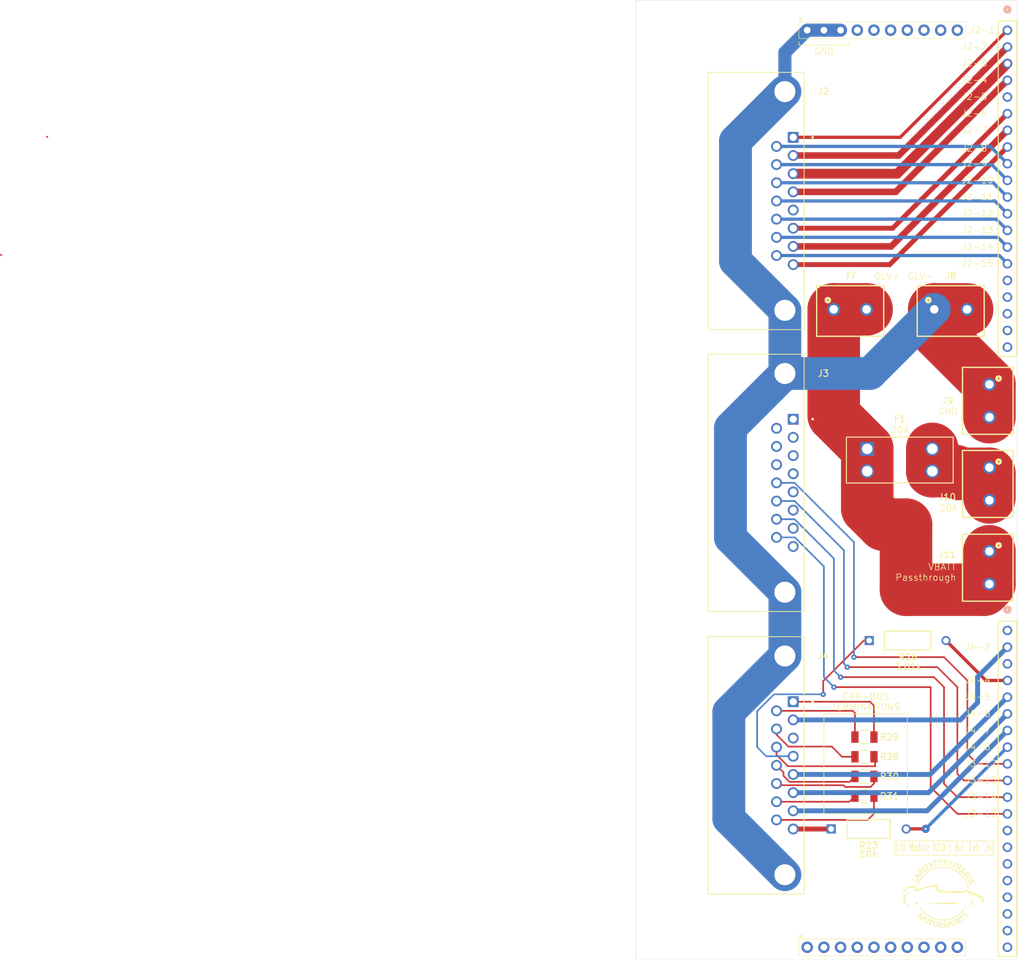
<source format=kicad_pcb>
(kicad_pcb (version 20240108) (generator "pcbnew") (generator_version "8.0")
  (layers (0 "F.Cu" signal) (31 "B.Cu" signal) (34 "B.Paste" user) (35 "F.Paste" user) (36 "B.SilkS" user "B.Silkscreen") (37 "F.SilkS" user "F.Silkscreen") (38 "B.Mask" user) (39 "F.Mask" user) (44 "Edge.Cuts" user))
  (net 0 "")
  (net 1 "Net-(J2-Pad02)")
  (net 2 "Net-(J2-Pad10)")
  (net 3 "Net-(J2-Pad04)")
  (net 6 "Net-(J2-Pad11)")
  (net 8 "Net-(J2-Pad09)")
  (net 10 "Net-(J3-Pad12)")
  (net 11 "Net-(J3-Pad13)")
  (net 12 "Net-(J3-Pad15)")
  (net 13 "Net-(J3-Pad14)")
  (net 23 "Net-(J2-Pad01)")
  (net 24 "Net-(J2-Pad07)")
  (net 25 "Net-(J2-Pad08)")
  (net 28 "Net-(J2-Pad03)")
  (net 32 "Net-(J2-Pad06)")
  (net 35 "Net-(J2-Pad12)")
  (net 38 "Net-(J2-Pad13)")
  (net 40 "Net-(J2-Pad15)")
  (net 43 "Net-(J2-Pad14)")
  (net 44 "Net-(J4-Pad12)")
  (net 45 "Net-(J4-Pad04)")
  (net 46 "Net-(J4-Pad07)")
  (net 47 "Net-(J4-Pad05)")
  (net 48 "Net-(J4-Pad10)")
  (net 49 "Net-(J4-Pad01)")
  (net 50 "Net-(J4-Pad06)")
  (net 51 "Net-(J4-Pad08)")
  (net 52 "Net-(J4-Pad15)")
  (net 53 "Net-(J4-Pad14)")
  (net 55 "Net-(J4-Pad11)")
  (net 56 "unconnected-(J4-Pad02)")
  (net 57 "Net-(J4-Pad13)")
  (net 58 "Net-(J4-Pad09)")
  (net 59 "Net-(J6-Pad8)")
  (net 61 "Net-(F1-Pad1)")
  (net 62 "Net-(F1-Pad3)")
  (net 66 "Net-(J1-Pad1)")
  (net 73 "Net-(J6-Pad4)")
  (footprint "3568:3568_KEY" (layer "F.Cu") (at 108.2 84.1)
    (property "Reference" "F1")
    (property "Value" "20A")
  )
  (footprint "TNPW1206120RBEEA:RES_TNPW1206_VIS" (layer "F.Cu") (at 107.7722 137)
    (property "Reference" "R31")
    (property "Value" "120")
  )
  (footprint "691137710002:691137710002" (layer "F.Cu") (at 120.9 62.85)
    (property "Reference" "J8")
    (property "Value" "691137710002")
    (property "VALUE" "691137710002" (hide yes))
  )
  (footprint "691137710002:691137710002" (layer "F.Cu") (at 126.8 89.44 -90)
    (property "Reference" "J10")
    (property "Value" "691137710002")
    (property "VALUE" "691137710002" (hide yes))
  )
  (footprint "L717SDA15P1ACH4F (7):AMPHENOL_L717SDA15P1ACH4F" (layer "F.Cu") (at 95.66 132.31 -90)
    (property "Reference" "J4")
    (property "Value" "*")
  )
  (footprint "TNPW1206120RBEEA:RES_TNPW1206_VIS" (layer "F.Cu") (at 107.7722 131)
    (property "Reference" "R28")
    (property "Value" "120")
  )
  (footprint "TNPW1206120RBEEA:RES_TNPW1206_VIS" (layer "F.Cu") (at 107.7722 134)
    (property "Reference" "R30")
    (property "Value" "120")
  )
  (footprint "CF14JT10K0:STA_CF14_STP" (layer "F.Cu") (at 102.7 142)
    (property "Reference" "R23")
    (property "Value" "10k")
  )
  (footprint "PH1-10-UA:1X10-2.54MM-THT" (layer "F.Cu") (at 99.06 160.02)
    (property "Reference" "REF**" (hide yes))
    (property "Value" "1X10-2.54MM-THT")
  )
  (footprint "691137710002:691137710002" (layer "F.Cu") (at 126.8 102.2 -90)
    (property "Reference" "J11")
    (property "Value" "691137710002")
    (property "VALUE" "691137710002" (hide yes))
  )
  (footprint "20-0600-21:CONN_20-0600-21_ARS" (layer "F.Cu") (at 129.54 20.3405 -90)
    (property "Reference" "J5" (hide yes))
    (property "Value" "20-0600-21")
  )
  (footprint "20-0600-21:CONN_20-0600-21_ARS" (layer "F.Cu") (at 129.54 111.76 -90)
    (property "Reference" "J6" (hide yes))
    (property "Value" "20-0600-21")
  )
  (footprint "L717SDA15P1ACH4F (7):AMPHENOL_L717SDA15P1ACH4F" (layer "F.Cu") (at 95.66 46.33575 -90)
    (property "Reference" "J2")
    (property "Value" "*")
  )
  (footprint "TNPW1206120RBEEA:RES_TNPW1206_VIS" (layer "F.Cu") (at 107.7722 128 180)
    (property "Reference" "R29")
    (property "Value" "120")
  )
  (footprint "L717SDA15P1ACH4F (7):AMPHENOL_L717SDA15P1ACH4F" (layer "F.Cu") (at 95.66 89.27575 -90)
    (property "Reference" "J3")
    (property "Value" "*")
  )
  (footprint "691137710002:691137710002" (layer "F.Cu") (at 105.6 62.85)
    (property "Reference" "J7")
    (property "Value" "691137710002")
    (property "VALUE" "691137710002" (hide yes))
  )
  (footprint "MFR-25FBF52-3K01:YAG_MF25_YAG" (layer "F.Cu") (at 108.5 113.3)
    (property "Reference" "R26")
    (property "Value" "3.01k")
  )
  (footprint "PH1-10-UA:1X10-2.54MM-THT" (layer "F.Cu") (at 99.06 20.32)
    (property "Reference" "J1" (hide yes))
    (property "Value" "PH1-10-UA")
  )
  (footprint "691137710002:691137710002" (layer "F.Cu") (at 126.8 76.78 -90)
    (property "Reference" "J9")
    (property "Value" "691137710002")
    (property "VALUE" "691137710002" (hide yes))
  )
  (gr_poly (pts (xy 119.487592 146.695286) (xy 119.455537 146.698042) (xy 119.442286 146.699648) (xy 119.428934 146.701527) (xy 119.401384 146.705896) (xy 119.371792 146.710726) (xy 119.35589 146.713182) (xy 119.339069 146.715594) (xy 119.301378 146.716842) (xy 119.264573 146.717415) (xy 119.193178 146.718503) (xy 119.158369 146.719998) (xy 119.141139 146.721197) (xy 119.124006 146.72278) (xy 119.106956 146.724808) (xy 119.089977 146.727341) (xy 119.073054 146.730441) (xy 119.056174 146.73417) (xy 119.048239 146.736384) (xy 119.040527 146.739133) (xy 119.03305 146.742391) (xy 119.02582 146.746131) (xy 119.018849 146.750328) (xy 119.01215 146.754955) (xy 119.005733 146.759987) (xy 118.99961 146.765396) (xy 118.993795 146.771157) (xy 118.988298 146.777244) (xy 118.983131 146.783631) (xy 118.978307 146.790291) (xy 118.973837 146.797199) (xy 118.969734 146.804327) (xy 118.966008 146.811651) (xy 118.962673 146.819144) (xy 118.959739 146.826779) (xy 118.957219 146.834531) (xy 118.955125 146.842374) (xy 118.953469 146.850281) (xy 118.952262 146.858227) (xy 118.951516 146.866184) (xy 118.951244 146.874127) (xy 118.951457 146.882031) (xy 118.952168 146.889868) (xy 118.953387 146.897612) (xy 118.955128 146.905238) (xy 118.957401 146.912719) (xy 118.960219 146.920029) (xy 118.963594 146.927143) (xy 118.967537 146.934033) (xy 118.972061 146.940674) (xy 118.973675 146.942701) (xy 118.97548 146.944689) (xy 118.977457 146.946626) (xy 118.979588 146.948501) (xy 118.981854 146.950302) (xy 118.984237 146.952017) (xy 118.986718 146.953634) (xy 118.989278 146.95514) (xy 118.991899 146.956525) (xy 118.994562 146.957776) (xy 118.997248 146.958882) (xy 118.999939 146.95983) (xy 119.002616 146.960608) (xy 119.005261 146.961206) (xy 119.007854 146.96161) (xy 119.009126 146.961736) (xy 119.010378 146.961809) (xy 119.013466 146.961851) (xy 119.016467 146.961747) (xy 119.019381 146.961501) (xy 119.022207 146.961116) (xy 119.024944 146.960595) (xy 119.027592 146.959944) (xy 119.030151 146.959166) (xy 119.03262 146.958264) (xy 119.034998 146.957242) (xy 119.037285 146.956105) (xy 119.03948 146.954855) (xy 119.041583 146.953497) (xy 119.043593 146.952035) (xy 119.04551 146.950473) (xy 119.047334 146.948813) (xy 119.049063 146.947061) (xy 119.050697 146.945219) (xy 119.052236 146.943292) (xy 119.053679 146.941284) (xy 119.055026 146.939198) (xy 119.056275 146.937038) (xy 119.057428 146.934808) (xy 119.058482 146.932512) (xy 119.059438 146.930153) (xy 119.060294 146.927736) (xy 119.061051 146.925263) (xy 119.061708 146.92274) (xy 119.062265 146.92017) (xy 119.06272 146.917556) (xy 119.063073 146.914903) (xy 119.063324 146.912214) (xy 119.063473 146.909493) (xy 119.063829 146.902917) (xy 119.064421 146.89658) (xy 119.065244 146.89048) (xy 119.066293 146.884618) (xy 119.067565 146.878991) (xy 119.069056 146.873597) (xy 119.07076 146.868436) (xy 119.072675 146.863506) (xy 119.074796 146.858806) (xy 119.077118 146.854334) (xy 119.079638 146.850088) (xy 119.082351 146.846068) (xy 119.085253 146.842272) (xy 119.088339 146.838698) (xy 119.091607 146.835345) (xy 119.09505 146.832213) (xy 119.098666 146.829298) (xy 119.10245 146.8266) (xy 119.106398 146.824118) (xy 119.110506 146.82185) (xy 119.114769 146.819794) (xy 119.119183 146.81795) (xy 119.123744 146.816315) (xy 119.128448 146.814889) (xy 119.133291 146.81367) (xy 119.138268 146.812657) (xy 119.143375 146.811848) (xy 119.148609 146.811241) (xy 119.153964 146.810836) (xy 119.159437 146.810631) (xy 119.170719 146.810815) (xy 119.177419 146.81136) (xy 119.183632 146.812285) (xy 119.189377 146.813573) (xy 119.194673 146.815206) (xy 119.19954 146.817167) (xy 119.203996 146.819438) (xy 119.208061 146.822002) (xy 119.211753 146.824842) (xy 119.215093 146.827941) (xy 119.218099 146.83128) (xy 119.220791 146.834843) (xy 119.223187 146.838612) (xy 119.225306 146.84257) (xy 119.227169 146.846699) (xy 119.228794 146.850982) (xy 119.230201 146.855402) (xy 119.231407 146.859941) (xy 119.232434 146.864582) (xy 119.233299 146.869307) (xy 119.234023 146.874099) (xy 119.235121 146.883816) (xy 119.235881 146.893592) (xy 119.237003 146.912766) (xy 119.237672 146.921887) (xy 119.238617 146.93051) (xy 119.244013 146.973068) (xy 119.248686 147.015735) (xy 119.252724 147.058492) (xy 119.256213 147.101319) (xy 119.261891 147.187102) (xy 119.266414 147.272923) (xy 119.270516 147.339418) (xy 119.270771 147.355812) (xy 119.270211 147.371873) (xy 119.268585 147.387481) (xy 119.267292 147.395077) (xy 119.265638 147.402515) (xy 119.26359 147.409779) (xy 119.261118 147.416854) (xy 119.258189 147.423726) (xy 119.254772 147.430379) (xy 119.250835 147.436798) (xy 119.246346 147.442969) (xy 119.241274 147.448875) (xy 119.235588 147.454502) (xy 119.229255 147.459836) (xy 119.222245 147.46486) (xy 119.214525 147.46956) (xy 119.206063 147.473921) (xy 119.196829 147.477927) (xy 119.186791 147.481564) (xy 119.175916 147.484817) (xy 119.164174 147.48767) (xy 119.170825 147.493201) (xy 119.178267 147.498323) (xy 119.18645 147.503039) (xy 119.195326 147.507356) (xy 119.204846 147.511276) (xy 119.214961 147.514804) (xy 119.236779 147.520703) (xy 119.260387 147.525089) (xy 119.285395 147.527997) (xy 119.311411 147.529462) (xy 119.338041 147.529521) (xy 119.364896 147.528208) (xy 119.391582 147.525559) (xy 119.417708 147.52161) (xy 119.442882 147.516396) (xy 119.466713 147.509953) (xy 119.488808 147.502315) (xy 119.508775 147.49352) (xy 119.517838 147.488699) (xy 119.526223 147.483601) (xy 119.507261 147.467066) (xy 119.490025 147.450127) (xy 119.474435 147.432803) (xy 119.460412 147.415113) (xy 119.447876 147.397075) (xy 119.436748 147.37871) (xy 119.426949 147.360034) (xy 119.418399 147.341069) (xy 119.411019 147.321831) (xy 119.404729 147.302341) (xy 119.399451 147.282616) (xy 119.395104 147.262677) (xy 119.388889 147.222229) (xy 119.385448 147.181147) (xy 119.384146 147.139583) (xy 119.38435 147.097687) (xy 119.38673 147.013506) (xy 119.387638 146.971522) (xy 119.387509 146.929811) (xy 119.385711 146.888524) (xy 119.381607 146.847813) (xy 119.381211 146.843824) (xy 119.381124 146.840049) (xy 119.381332 146.83648) (xy 119.381824 146.833108) (xy 119.382585 146.829927) (xy 119.383605 146.826929) (xy 119.384869 146.824107) (xy 119.386365 146.821453) (xy 119.388081 146.818959) (xy 119.390003 146.816618) (xy 119.392119 146.814423) (xy 119.394416 146.812366) (xy 119.396881 146.81044) (xy 119.399501 146.808637) (xy 119.402264 146.806949) (xy 119.405157 146.80537) (xy 119.408167 146.803891) (xy 119.411282 146.802506) (xy 119.414488 146.801206) (xy 119.417772 146.799985) (xy 119.424527 146.797746) (xy 119.431444 146.795731) (xy 119.458685 146.788702) (xy 119.4627 146.787675) (xy 119.466585 146.786831) (xy 119.470341 146.786168) (xy 119.473974 146.785685) (xy 119.477484 146.785379) (xy 119.480876 146.785248) (xy 119.484152 146.785291) (xy 119.487315 146.785505) (xy 119.490369 146.78589) (xy 119.493315 146.786443) (xy 119.496157 146.787162) (xy 119.498898 146.788045) (xy 119.501541 146.789091) (xy 119.504089 146.790297) (xy 119.506544 146.791663) (xy 119.50891 146.793185) (xy 119.511189 146.794863) (xy 119.513385 146.796694) (xy 119.515501 146.798676) (xy 119.517539 146.800808) (xy 119.519502 146.803087) (xy 119.521393 146.805513) (xy 119.523215 146.808082) (xy 119.524971 146.810794) (xy 119.528298 146.816636) (xy 119.531397 146.823025) (xy 119.53429 146.829945) (xy 119.537002 146.837382) (xy 119.539311 146.84459) (xy 119.541506 146.852076) (xy 119.545971 146.867376) (xy 119.548447 146.874937) (xy 119.551225 146.882267) (xy 119.554408 146.889241) (xy 119.556184 146.892554) (xy 119.5581 146.895731) (xy 119.560169 146.898754) (xy 119.562404 146.901609) (xy 119.564819 146.90428) (xy 119.567426 146.90675) (xy 119.570238 146.909003) (xy 119.573268 146.911025) (xy 119.576529 146.912798) (xy 119.580034 146.914307) (xy 119.583796 146.915536) (xy 119.587828 146.91647) (xy 119.592143 146.917091) (xy 119.596754 146.917385) (xy 119.601674 146.917336) (xy 119.606916 146.916927) (xy 119.612492 146.916143) (xy 119.618417 146.914968) (xy 119.628538 146.883002) (xy 119.636163 146.85377) (xy 119.639025 146.84016) (xy 119.641245 146.827212) (xy 119.642819 146.814917) (xy 119.643741 146.803267) (xy 119.644005 146.792256) (xy 119.643605 146.781877) (xy 119.642536 146.772121) (xy 119.640792 146.762981) (xy 119.638367 146.754449) (xy 119.635257 146.746519) (xy 119.631454 146.739182) (xy 119.626955 146.732431) (xy 119.621752 146.72626) (xy 119.615841 146.720659) (xy 119.609216 146.715622) (xy 119.601871 146.711142) (xy 119.5938 146.70721) (xy 119.584999 146.703819) (xy 119.57546 146.700963) (xy 119.56518 146.698632) (xy 119.554151 146.696821) (xy 119.542369 146.695521) (xy 119.529828 146.694725) (xy 119.516522 146.694425)) (fill solid) (layer "F.SilkS"))
  (gr_poly (pts (xy 117.36726 147.260823) (xy 117.358909 147.261364) (xy 117.350569 147.262276) (xy 117.342243 147.263556) (xy 117.333934 147.265201) (xy 117.317382 147.269573) (xy 117.300938 147.275366) (xy 117.28463 147.282557) (xy 117.268482 147.291121) (xy 117.252522 147.301032) (xy 117.236777 147.312267) (xy 117.221271 147.324801) (xy 117.206032 147.338608) (xy 117.191086 147.353665) (xy 117.176459 147.369947) (xy 117.162177 147.387429) (xy 117.183343 147.401724) (xy 117.193122 147.408828) (xy 117.202374 147.41593) (xy 117.211108 147.42305) (xy 117.219332 147.43021) (xy 117.227053 147.437429) (xy 117.234279 147.444729) (xy 117.241018 147.452129) (xy 117.247278 147.459651) (xy 117.253066 147.467314) (xy 117.25839 147.475141) (xy 117.263258 147.48315) (xy 117.267678 147.491362) (xy 117.271657 147.499799) (xy 117.275203 147.50848) (xy 117.278324 147.517427) (xy 117.281029 147.526659) (xy 117.283323 147.536197) (xy 117.285216 147.546063) (xy 117.286715 147.556275) (xy 117.287828 147.566855) (xy 117.288563 147.577824) (xy 117.288927 147.589202) (xy 117.288928 147.601009) (xy 117.288574 147.613266) (xy 117.287873 147.625994) (xy 117.286832 147.639213) (xy 117.283763 147.667206) (xy 117.279429 147.697411) (xy 117.263879 147.693036) (xy 117.24929 147.688558) (xy 117.235483 147.683866) (xy 117.222274 147.678847) (xy 117.209484 147.673388) (xy 117.196929 147.667379) (xy 117.18443 147.660705) (xy 117.171803 147.653256) (xy 117.158869 147.64492) (xy 117.145446 147.635583) (xy 117.131351 147.625134) (xy 117.116405 147.613461) (xy 117.100425 147.600451) (xy 117.08323 147.585992) (xy 117.044469 147.55228) (xy 117.043107 147.54862) (xy 117.042212 147.545114) (xy 117.041754 147.541752) (xy 117.041699 147.538524) (xy 117.042017 147.535418) (xy 117.042677 147.532424) (xy 117.043645 147.529532) (xy 117.044892 147.526732) (xy 117.046386 147.524013) (xy 117.048094 147.521364) (xy 117.049986 147.518775) (xy 117.05203 147.516235) (xy 117.056447 147.511262) (xy 117.061093 147.506361) (xy 117.065716 147.501448) (xy 117.070063 147.496439) (xy 117.072054 147.493873) (xy 117.073882 147.491251) (xy 117.075515 147.488564) (xy 117.076921 147.4858) (xy 117.078069 147.482949) (xy 117.078927 147.480001) (xy 117.079464 147.476945) (xy 117.079648 147.473771) (xy 117.079448 147.470468) (xy 117.078832 147.467025) (xy 117.077769 147.463433) (xy 117.076227 147.459681) (xy 117.072567 147.455264) (xy 117.067954 147.451783) (xy 117.062446 147.449208) (xy 117.056102 147.447509) (xy 117.048978 147.446655) (xy 117.041132 147.446617) (xy 117.032622 147.447363) (xy 117.023505 147.448864) (xy 117.01384 147.45109) (xy 117.003684 147.454009) (xy 116.98213 147.461809) (xy 116.959304 147.472022) (xy 116.935669 147.484406) (xy 116.911685 147.498717) (xy 116.887814 147.514714) (xy 116.864518 147.532155) (xy 116.842259 147.550797) (xy 116.821498 147.570398) (xy 116.811823 147.580483) (xy 116.802696 147.590716) (xy 116.794174 147.601068) (xy 116.786316 147.611508) (xy 116.779178 147.622006) (xy 116.772818 147.632532) (xy 116.791713 147.633016) (xy 116.810159 147.634342) (xy 116.828178 147.636473) (xy 116.84579 147.639371) (xy 116.863017 147.643) (xy 116.879881 147.647323) (xy 116.896402 147.652304) (xy 116.912603 147.657906) (xy 116.944126 147.670823) (xy 116.974623 147.685781) (xy 117.004263 147.702485) (xy 117.033219 147.720642) (xy 117.061659 147.739957) (xy 117.089756 147.760135) (xy 117.145604 147.801904) (xy 117.202128 147.843594) (xy 117.231071 147.863674) (xy 117.260696 147.882852) (xy 117.286347 147.916973) (xy 117.298727 147.933864) (xy 117.31043 147.950701) (xy 117.321173 147.96753) (xy 117.330671 147.984398) (xy 117.334864 147.99286) (xy 117.33864 148.001349) (xy 117.341962 148.009869) (xy 117.344795 148.018428) (xy 117.347104 148.027031) (xy 117.348852 148.035682) (xy 117.350005 148.044389) (xy 117.350527 148.053156) (xy 117.350382 148.06199) (xy 117.349535 148.070895) (xy 117.347951 148.079878) (xy 117.345593 148.088945) (xy 117.342426 148.098101) (xy 117.338415 148.107351) (xy 117.333524 148.116702) (xy 117.327717 148.126159) (xy 117.32096 148.135728) (xy 117.313216 148.145415) (xy 117.30445 148.155224) (xy 117.294626 148.165163) (xy 117.304189 148.166675) (xy 117.314156 148.167533) (xy 117.324492 148.167756) (xy 117.335163 148.167364) (xy 117.357375 148.164811) (xy 117.380522 148.160029) (xy 117.404332 148.153174) (xy 117.428534 148.144401) (xy 117.452857 148.133865) (xy 117.477031 148.121722) (xy 117.500783 148.108127) (xy 117.523843 148.093237) (xy 117.545939 148.077205) (xy 117.566801 148.060188) (xy 117.586157 148.042341) (xy 117.603737 148.023819) (xy 117.619268 148.004778) (xy 117.63248 147.985374) (xy 117.610203 147.984843) (xy 117.58933 147.983299) (xy 117.569812 147.980778) (xy 117.551601 147.977314) (xy 117.534648 147.97294) (xy 117.518903 147.967691) (xy 117.504317 147.961602) (xy 117.49084 147.954706) (xy 117.478425 147.947038) (xy 117.467021 147.938632) (xy 117.45658 147.929522) (xy 117.447052 147.919744) (xy 117.438388 147.90933) (xy 117.430539 147.898315) (xy 117.423456 147.886734) (xy 117.41709 147.874621) (xy 117.411391 147.86201) (xy 117.406311 147.848935) (xy 117.4018 147.835431) (xy 117.39781 147.821531) (xy 117.391192 147.792685) (xy 117.386066 147.762669) (xy 117.382037 147.731758) (xy 117.378712 147.700227) (xy 117.372604 147.6364) (xy 117.360669 147.540757) (xy 117.357983 147.516989) (xy 117.355878 147.493315) (xy 117.354583 147.46975) (xy 117.354329 147.446313) (xy 117.355346 147.423021) (xy 117.357864 147.399893) (xy 117.362114 147.376945) (xy 117.364961 147.365545) (xy 117.368327 147.354196) (xy 117.372241 147.342901) (xy 117.376732 147.331663) (xy 117.381829 147.320482) (xy 117.38756 147.309363) (xy 117.393955 147.298306) (xy 117.401042 147.287315) (xy 117.408849 147.27639) (xy 117.417406 147.265535) (xy 117.40906 147.263787) (xy 117.400705 147.262427) (xy 117.392344 147.261454) (xy 117.383981 147.260865) (xy 117.375618 147.260655)) (fill solid) (layer "F.SilkS"))
  (gr_poly (pts (xy 124.13 152.575387) (xy 124.124682 152.57581) (xy 124.119723 152.576492) (xy 124.115113 152.577425) (xy 124.110843 152.578599) (xy 124.106901 152.580006) (xy 124.103279 152.581638) (xy 124.099964 152.583484) (xy 124.096949 152.585537) (xy 124.094221 152.587789) (xy 124.091771 152.590229) (xy 124.089589 152.592849) (xy 124.087664 152.595641) (xy 124.085986 152.598596) (xy 124.084545 152.601705) (xy 124.083331 152.604959) (xy 124.082334 152.608349) (xy 124.081543 152.611867) (xy 124.080948 152.615504) (xy 124.080538 152.619252) (xy 124.080305 152.6231) (xy 124.080323 152.631067) (xy 124.080921 152.639334) (xy 124.082017 152.647831) (xy 124.083529 152.656488) (xy 124.096104 152.73484) (xy 124.102886 152.810388) (xy 124.103951 152.88317) (xy 124.099376 152.953226) (xy 124.094997 152.987244) (xy 124.089236 153.020594) (xy 124.082102 153.053282) (xy 124.073606 153.085313) (xy 124.063757 153.11669) (xy 124.052563 153.14742) (xy 124.040036 153.177507) (xy 124.026183 153.206955) (xy 123.994541 153.263956) (xy 123.957712 153.318461) (xy 123.915774 153.37051) (xy 123.868801 153.42014) (xy 123.816869 153.467391) (xy 123.760055 153.5123) (xy 123.698433 153.554907) (xy 123.632081 153.595249) (xy 123.63151 153.595592) (xy 123.630953 153.595959) (xy 123.63041 153.596348) (xy 123.629879 153.59676) (xy 123.628852 153.597645) (xy 123.627868 153.598604) (xy 123.626921 153.599628) (xy 123.626006 153.600707) (xy 123.625118 153.601833) (xy 123.624252 153.602996) (xy 123.622564 153.605398) (xy 123.620901 153.607837) (xy 123.619221 153.610241) (xy 123.618361 153.611407) (xy 123.617482 153.612536) (xy 123.625865 153.615526) (xy 123.63434 153.618111) (xy 123.642927 153.620284) (xy 123.651645 153.622039) (xy 123.66051 153.62337) (xy 123.669543 153.624269) (xy 123.678761 153.62473) (xy 123.688182 153.624746) (xy 123.697825 153.624311) (xy 123.707709 153.623418) (xy 123.717852 153.622061) (xy 123.728272 153.620232) (xy 123.738988 153.617925) (xy 123.750018 153.615134) (xy 123.773093 153.608072) (xy 123.797646 153.598991) (xy 123.823823 153.58784) (xy 123.851772 153.574565) (xy 123.881639 153.559113) (xy 123.913572 153.54143) (xy 123.947719 153.521465) (xy 123.984226 153.499163) (xy 124.023241 153.474471) (xy 124.045671 153.456021) (xy 124.067259 153.437112) (xy 124.088071 153.417761) (xy 124.108173 153.397982) (xy 124.127629 153.377791) (xy 124.146505 153.357204) (xy 124.164867 153.336235) (xy 124.18278 153.314901) (xy 124.200309 153.293217) (xy 124.21752 153.271198) (xy 124.251249 153.226217) (xy 124.284489 153.180083) (xy 124.317765 153.132917) (xy 124.300581 153.126617) (xy 124.284804 153.119818) (xy 124.270378 153.112543) (xy 124.257242 153.104814) (xy 124.245339 153.096653) (xy 124.234609 153.088084) (xy 124.224995 153.079127) (xy 124.216438 153.069805) (xy 124.208879 153.06014) (xy 124.20226 153.050155) (xy 124.196521 153.039872) (xy 124.191605 153.029313) (xy 124.187453 153.0185) (xy 124.184006 153.007456) (xy 124.181206 152.996203) (xy 124.178993 152.984762) (xy 124.177311 152.973157) (xy 124.176099 152.961409) (xy 124.174854 152.937575) (xy 124.17479 152.913438) (xy 124.175438 152.889176) (xy 124.176996 152.840986) (xy 124.176969 152.817415) (xy 124.175779 152.79443) (xy 124.174039 152.766875) (xy 124.173145 152.739313) (xy 124.171718 152.684358) (xy 124.170097 152.65706) (xy 124.168822 152.643478) (xy 124.167146 152.629947) (xy 124.165001 152.616474) (xy 124.16232 152.603065) (xy 124.159035 152.589726) (xy 124.155076 152.576462) (xy 124.148217 152.575761) (xy 124.141758 152.575354) (xy 124.135689 152.575232)) (fill solid) (layer "F.SilkS"))
  (gr_poly (pts (xy 122.670343 155.061293) (xy 122.66584 155.061651) (xy 122.661288 155.062316) (xy 122.656687 155.06329) (xy 122.652034 155.064578) (xy 122.647329 155.066184) (xy 122.64257 155.068112) (xy 122.637756 155.070364) (xy 122.632886 155.072945) (xy 122.62796 155.075859) (xy 122.622974 155.07911) (xy 122.617929 155.082701) (xy 122.612823 155.086635) (xy 122.607655 155.090918) (xy 122.55526 155.134573) (xy 122.501894 155.177205) (xy 122.39394 155.261989) (xy 122.340195 155.305436) (xy 122.287168 155.35045) (xy 122.261055 155.373747) (xy 122.235279 155.397678) (xy 122.209894 155.422325) (xy 122.184951 155.447768) (xy 122.184555 155.45215) (xy 122.184329 155.456423) (xy 122.184269 155.46059) (xy 122.184366 155.464655) (xy 122.184616 155.468622) (xy 122.185012 155.472493) (xy 122.186216 155.479963) (xy 122.187928 155.48709) (xy 122.190099 155.493902) (xy 122.192679 155.500425) (xy 122.195616 155.506685) (xy 122.198862 155.512709) (xy 122.202365 155.518523) (xy 122.206077 155.524154) (xy 122.209946 155.529629) (xy 122.217956 155.540213) (xy 122.225997 155.550489) (xy 122.230489 155.556683) (xy 122.234874 155.563396) (xy 122.243588 155.577691) (xy 122.248048 155.584927) (xy 122.252666 155.591993) (xy 122.257506 155.598717) (xy 122.262636 155.604925) (xy 122.26533 155.607782) (xy 122.268122 155.610446) (xy 122.271018 155.612895) (xy 122.274028 155.615107) (xy 122.277161 155.617061) (xy 122.280423 155.618736) (xy 122.283823 155.620109) (xy 122.287371 155.62116) (xy 122.291073 155.621866) (xy 122.294938 155.622207) (xy 122.298975 155.62216) (xy 122.303191 155.621705) (xy 122.307595 155.620819) (xy 122.312196 155.619481) (xy 122.317001 155.617669) (xy 122.322019 155.615363) (xy 122.326896 155.612742) (xy 122.331293 155.610004) (xy 122.335227 155.607154) (xy 122.338717 155.604198) (xy 122.341778 155.601141) (xy 122.34443 155.59799) (xy 122.346689 155.594749) (xy 122.348572 155.591426) (xy 122.350097 155.588026) (xy 122.351282 155.584555) (xy 122.352144 155.581018) (xy 122.3527 155.577421) (xy 122.352969 155.57377) (xy 122.352966 155.570071) (xy 122.35271 155.56633) (xy 122.352218 155.562553) (xy 122.351508 155.558744) (xy 122.350597 155.554911) (xy 122.349502 155.551059) (xy 122.348241 155.547194) (xy 122.345291 155.539447) (xy 122.341885 155.531717) (xy 122.338164 155.52405) (xy 122.334267 155.516494) (xy 122.326502 155.501896) (xy 122.323909 155.496681) (xy 122.321724 155.491666) (xy 122.319932 155.486842) (xy 122.31852 155.482203) (xy 122.317473 155.477741) (xy 122.316774 155.473449) (xy 122.316411 155.469319) (xy 122.316369 155.465345) (xy 122.316631 155.461519) (xy 122.317185 155.457833) (xy 122.318014 155.454281) (xy 122.319105 155.450856) (xy 122.320443 155.447549) (xy 122.322013 155.444354) (xy 122.3238 155.441263) (xy 122.325789 155.43827) (xy 122.327967 155.435367) (xy 122.330317 155.432546) (xy 122.335479 155.427123) (xy 122.341156 155.421943) (xy 122.347232 155.416948) (xy 122.373163 155.397657) (xy 122.376576 155.395167) (xy 122.37995 155.392913) (xy 122.383285 155.390893) (xy 122.386582 155.389102) (xy 122.38984 155.387536) (xy 122.39306 155.386191) (xy 122.396244 155.385062) (xy 122.39939 155.384145) (xy 122.4025 155.383437) (xy 122.405574 155.382933) (xy 122.408613 155.382628) (xy 122.411617 155.38252) (xy 122.414586 155.382603) (xy 122.417521 155.382873) (xy 122.420422 155.383327) (xy 122.42329 155.38396) (xy 122.426126 155.384768) (xy 122.428928 155.385746) (xy 122.431699 155.386891) (xy 122.434439 155.388199) (xy 122.437147 155.389665) (xy 122.439825 155.391285) (xy 122.442473 155.393055) (xy 122.445091 155.394971) (xy 122.45024 155.399223) (xy 122.455276 155.404008) (xy 122.460202 155.409294) (xy 122.465021 155.415046) (xy 122.619231 155.611085) (xy 122.697162 155.708386) (xy 122.736864 155.756399) (xy 122.777258 155.803811) (xy 122.78229 155.81005) (xy 122.786451 155.81612) (xy 122.789795 155.822034) (xy 122.792373 155.827806) (xy 122.794237 155.833447) (xy 122.795439 155.83897) (xy 122.796031 155.844389) (xy 122.796065 155.849715) (xy 122.795593 155.854962) (xy 122.794666 155.860142) (xy 122.793337 155.865268) (xy 122.791658 155.870353) (xy 122.789679 155.875409) (xy 122.787455 155.880448) (xy 122.782473 155.890531) (xy 122.771835 155.911064) (xy 122.767009 155.921718) (xy 122.764901 155.927186) (xy 122.763066 155.932765) (xy 122.761555 155.938469) (xy 122.760421 155.944308) (xy 122.759715 155.950297) (xy 122.759489 155.956448) (xy 122.759795 155.962773) (xy 122.760686 155.969286) (xy 122.762212 155.975999) (xy 122.764427 155.982925) (xy 122.787617 155.973335) (xy 122.810012 155.96292) (xy 122.831676 155.951713) (xy 122.852676 155.939745) (xy 122.873075 155.927047) (xy 122.892937 155.913652) (xy 122.912327 155.89959) (xy 122.93131 155.884894) (xy 122.94995 155.869595) (xy 122.968313 155.853725) (xy 122.986461 155.837316) (xy 123.004461 155.820398) (xy 123.040271 155.785167) (xy 123.076259 155.748285) (xy 123.048477 155.74601) (xy 123.022149 155.742263) (xy 122.997206 155.737118) (xy 122.973579 155.730647) (xy 122.951199 155.722922) (xy 122.929995 155.714016) (xy 122.9099 155.704002) (xy 122.890844 155.692951) (xy 122.872757 155.680937) (xy 122.85557 155.668031) (xy 122.839214 155.654307) (xy 122.823621 155.639837) (xy 122.808719 155.624693) (xy 122.794441 155.608948) (xy 122.767478 155.575944) (xy 122.742178 155.541405) (xy 122.717986 155.505911) (xy 122.670711 155.434379) (xy 122.646521 155.3995) (xy 122.621224 155.365987) (xy 122.607986 155.349923) (xy 122.594265 155.334418) (xy 122.579989 155.319544) (xy 122.565091 155.305374) (xy 122.562401 155.302786) (xy 122.560019 155.300182) (xy 122.557935 155.297562) (xy 122.55614 155.29493) (xy 122.554625 155.292288) (xy 122.553381 155.289638) (xy 122.552399 155.286983) (xy 122.551668 155.284325) (xy 122.551181 155.281667) (xy 122.550928 155.279011) (xy 122.5509 155.27636) (xy 122.551087 155.273715) (xy 122.551481 155.27108) (xy 122.552072 155.268457) (xy 122.552851 155.265848) (xy 122.553808 155.263255) (xy 122.554936 155.260682) (xy 122.556223 155.25813) (xy 122.557662 155.255602) (xy 122.559243 155.2531) (xy 122.560956 155.250627) (xy 122.562794 155.248185) (xy 122.566802 155.243405) (xy 122.571194 155.238779) (xy 122.575897 155.234326) (xy 122.580837 155.230066) (xy 122.58594 155.226018) (xy 122.5964 155.21788) (xy 122.601624 155.213842) (xy 122.606877 155.20993) (xy 122.612184 155.206223) (xy 122.617569 155.202801) (xy 122.623056 155.199743) (xy 122.625845 155.198375) (xy 122.628669 155.197128) (xy 122.631531 155.196011) (xy 122.634434 155.195035) (xy 122.63738 155.19421) (xy 122.640374 155.193545) (xy 122.643417 155.19305) (xy 122.646513 155.192735) (xy 122.649666 155.19261) (xy 122.652878 155.192685) (xy 122.656151 155.192971) (xy 122.65949 155.193476) (xy 122.662898 155.19421) (xy 122.666376 155.195184) (xy 122.669929 155.196408) (xy 122.67356 155.197891) (xy 122.677271 155.199644) (xy 122.681065 155.201676) (xy 122.684794 155.203922) (xy 122.688533 155.206417) (xy 122.696045 155.212013) (xy 122.703603 155.218187) (xy 122.711209 155.224658) (xy 122.718866 155.23115) (xy 122.726577 155.237382) (xy 122.734345 155.243076) (xy 122.738251 155.245635) (xy 122.742171 155.247954) (xy 122.746107 155.25) (xy 122.750059 155.251737) (xy 122.754027 155.25313) (xy 122.758011 155.254146) (xy 122.762012 155.254748) (xy 122.76603 155.254902) (xy 122.770065 155.254573) (xy 122.774118 155.253727) (xy 122.778188 155.252328) (xy 122.782277 155.250343) (xy 122.786385 155.247734) (xy 122.790511 155.244469) (xy 122.794657 155.240513) (xy 122.798822 155.235829) (xy 122.803007 155.230384) (xy 122.807213 155.224143) (xy 122.809825 155.219645) (xy 122.811917 155.215236) (xy 122.813511 155.210914) (xy 122.814633 155.206675) (xy 122.815303 155.202515) (xy 122.815547 155.198431) (xy 122.815387 155.194419) (xy 122.814846 155.190477) (xy 122.813948 155.1866) (xy 122.812715 155.182786) (xy 122.811172 155.17903) (xy 122.809342 155.17533) (xy 122.807248 155.171682) (xy 122.804912 155.168082) (xy 122.80236 155.164527) (xy 122.799612 155.161014) (xy 122.793629 155.154099) (xy 122.787147 155.14731) (xy 122.773436 155.133998) (xy 122.75997 155.120858) (xy 122.753794 155.114284) (xy 122.748239 155.107671) (xy 122.740601 155.098415) (xy 122.736742 155.094143) (xy 122.732856 155.090113) (xy 122.728939 155.086329) (xy 122.724992 155.082795) (xy 122.721013 155.079515) (xy 122.717001 155.076491) (xy 122.712955 155.073729) (xy 122.708873 155.071232) (xy 122.704755 155.069003) (xy 122.700599 155.067046) (xy 122.696404 155.065366) (xy 122.692168 155.063965) (xy 122.687891 155.062849) (xy 122.683571 155.062019) (xy 122.679207 155.061481) (xy 122.674798 155.061238)) (fill solid) (layer "F.SilkS"))
  (gr_poly (pts (xy 115.769996 153.100157) (xy 115.764964 153.100826) (xy 115.75999 153.102028) (xy 115.755079 153.1038) (xy 115.750234 153.10618) (xy 115.745457 153.109202) (xy 115.740753 153.112905) (xy 115.736125 153.117326) (xy 115.731576 153.1225) (xy 115.72711 153.128465) (xy 115.72273 153.135258) (xy 115.718439 153.142916) (xy 115.714241 153.151474) (xy 115.71014 153.160971) (xy 115.703166 153.177471) (xy 115.695754 153.193727) (xy 115.687909 153.209756) (xy 115.679638 153.225573) (xy 115.670949 153.241194) (xy 115.661847 153.256635) (xy 115.652339 153.271911) (xy 115.642431 153.28704) (xy 115.632131 153.302036) (xy 115.621444 153.316915) (xy 115.610378 153.331694) (xy 115.598938 153.346388) (xy 115.574966 153.375585) (xy 115.54958 153.404635) (xy 115.533796 153.421181) (xy 115.517527 153.436815) (xy 115.500772 153.451631) (xy 115.483532 153.465722) (xy 115.465806 153.479183) (xy 115.447595 153.492109) (xy 115.428899 153.504592) (xy 115.409718 153.516728) (xy 115.390052 153.52861) (xy 115.369901 153.540332) (xy 115.328147 153.563676) (xy 115.238829 153.612593) (xy 115.264135 153.614655) (xy 115.288401 153.615309) (xy 115.311695 153.614664) (xy 115.334084 153.612829) (xy 115.355637 153.60991) (xy 115.376419 153.606018) (xy 115.396498 153.601259) (xy 115.415942 153.595742) (xy 115.434817 153.589575) (xy 115.453192 153.582867) (xy 115.488707 153.568257) (xy 115.556686 153.537295) (xy 115.581682 153.525593) (xy 115.606288 153.513312) (xy 115.630486 153.500433) (xy 115.654255 153.486938) (xy 115.677575 153.472805) (xy 115.700426 153.458017) (xy 115.722788 153.442552) (xy 115.744641 153.426393) (xy 115.765965 153.409519) (xy 115.78674 153.39191) (xy 115.806945 153.373548) (xy 115.826561 153.354412) (xy 115.845567 153.334484) (xy 115.863944 153.313744) (xy 115.881671 153.292172) (xy 115.898729 153.269749) (xy 115.906086 153.259247) (xy 115.912504 153.249092) (xy 115.917925 153.239277) (xy 115.920245 153.234495) (xy 115.922295 153.229796) (xy 115.924067 153.225179) (xy 115.925556 153.220642) (xy 115.926753 153.216187) (xy 115.927653 153.21181) (xy 115.928247 153.207513) (xy 115.928529 153.203293) (xy 115.928491 153.199151) (xy 115.928128 153.195085) (xy 115.927431 153.191095) (xy 115.926394 153.187179) (xy 115.925009 153.183338) (xy 115.923271 153.17957) (xy 115.921171 153.175875) (xy 115.918702 153.172251) (xy 115.915859 153.168698) (xy 115.912632 153.165215) (xy 115.909017 153.161802) (xy 115.905005 153.158457) (xy 115.900589 153.15518) (xy 115.895763 153.15197) (xy 115.89052 153.148826) (xy 115.884852 153.145748) (xy 115.878753 153.142735) (xy 115.872214 153.139785) (xy 115.861212 153.134685) (xy 115.850198 153.129067) (xy 115.828246 153.117457) (xy 115.817363 153.112053) (xy 115.806577 153.107309) (xy 115.80123 153.105277) (xy 115.795917 153.10352) (xy 115.790643 153.102075) (xy 115.78541 153.10098) (xy 115.780222 153.10027) (xy 115.775083 153.099984)) (fill solid) (layer "F.SilkS"))
  (gr_line (start 105.41 22.606) (end 97.79 22.606) (stroke (width 0.1)) (layer "F.SilkS"))
  (gr_poly (pts (xy 121.773938 147.161279) (xy 121.756688 147.162248) (xy 121.739516 147.164051) (xy 121.72244 147.166677) (xy 121.705484 147.17012) (xy 121.688668 147.17437) (xy 121.672012 147.179421) (xy 121.65554 147.185263) (xy 121.63927 147.19189) (xy 121.623226 147.199292) (xy 121.607427 147.207462) (xy 121.591895 147.216392) (xy 121.576652 147.226074) (xy 121.561717 147.236499) (xy 121.547113 147.247659) (xy 121.532861 147.259547) (xy 121.518982 147.272155) (xy 121.505497 147.285474) (xy 121.492427 147.299496) (xy 121.479793 147.314213) (xy 121.467617 147.329618) (xy 121.455919 147.345701) (xy 121.444722 147.362456) (xy 121.434045 147.379874) (xy 121.414241 147.416738) (xy 121.397745 147.454016) (xy 121.384534 147.491527) (xy 121.374585 147.529088) (xy 121.367877 147.566518) (xy 121.364385 147.603634) (xy 121.364087 147.640254) (xy 121.36696 147.676197) (xy 121.372982 147.71128) (xy 121.382129 147.745322) (xy 121.387868 147.761895) (xy 121.394379 147.77814) (xy 121.401661 147.794034) (xy 121.40971 147.809553) (xy 121.418523 147.824676) (xy 121.428098 147.839379) (xy 121.438431 147.85364) (xy 121.44952 147.867436) (xy 121.461362 147.880743) (xy 121.473954 147.893541) (xy 121.487293 147.905805) (xy 121.501377 147.917513) (xy 121.517252 147.929363) (xy 121.533553 147.940184) (xy 121.550242 147.94998) (xy 121.567285 147.958759) (xy 121.584643 147.966526) (xy 121.602282 147.973288) (xy 121.620165 147.97905) (xy 121.638256 147.98382) (xy 121.656518 147.987602) (xy 121.674916 147.990404) (xy 121.693414 147.99223) (xy 121.711974 147.993089) (xy 121.730561 147.992985) (xy 121.749139 147.991924) (xy 121.767672 147.989914) (xy 121.786122 147.98696) (xy 121.804455 147.983068) (xy 121.822634 147.978245) (xy 121.840623 147.972496) (xy 121.858385 147.965828) (xy 121.875885 147.958246) (xy 121.893085 147.949758) (xy 121.909951 147.940369) (xy 121.926445 147.930085) (xy 121.942532 147.918913) (xy 121.958176 147.906859) (xy 121.973339 147.893928) (xy 121.987987 147.880127) (xy 122.002082 147.865462) (xy 122.015589 147.84994) (xy 122.028472 147.833566) (xy 122.040694 147.816347) (xy 122.04592 147.808349) (xy 122.050945 147.800198) (xy 122.055793 147.791896) (xy 122.060488 147.783443) (xy 122.069516 147.766082) (xy 122.078223 147.748116) (xy 122.113716 147.670222) (xy 122.123429 147.628349) (xy 122.130124 147.587713) (xy 122.133841 147.54839) (xy 122.13462 147.510456) (xy 122.133585 147.492654) (xy 122.004537 147.492654) (xy 121.999719 147.515491) (xy 121.99438 147.538089) (xy 121.988485 147.560428) (xy 121.982002 147.582488) (xy 121.974899 147.604252) (xy 121.967142 147.625699) (xy 121.958699 147.646811) (xy 121.949536 147.667567) (xy 121.939621 147.68795) (xy 121.928921 147.707939) (xy 121.917403 147.727516) (xy 121.905035 147.74666) (xy 121.891782 147.765354) (xy 121.877613 147.783578) (xy 121.862494 147.801312) (xy 121.846393 147.818537) (xy 121.83345 147.83126) (xy 121.820203 147.843225) (xy 121.80665 147.854331) (xy 121.792789 147.864481) (xy 121.778621 147.873572) (xy 121.771421 147.877691) (xy 121.764144 147.881508) (xy 121.756789 147.88501) (xy 121.749357 147.888186) (xy 121.741847 147.891023) (xy 121.734259 147.893509) (xy 121.726593 147.89563) (xy 121.718849 147.897376) (xy 121.711026 147.898732) (xy 121.703126 147.899687) (xy 121.695147 147.900229) (xy 121.687089 147.900344) (xy 121.678952 147.900021) (xy 121.670737 147.899246) (xy 121.662443 147.898008) (xy 121.654069 147.896294) (xy 121.645616 147.894092) (xy 121.637084 147.891388) (xy 121.628473 147.888171) (xy 121.619782 147.884429) (xy 121.611011 147.880148) (xy 121.60216 147.875317) (xy 121.593996 147.870418) (xy 121.58619 147.865321) (xy 121.57874 147.860027) (xy 121.571643 147.854543) (xy 121.564896 147.848872) (xy 121.558496 147.843018) (xy 121.552439 147.836986) (xy 121.546723 147.830779) (xy 121.541345 147.824402) (xy 121.536302 147.817859) (xy 121.53159 147.811154) (xy 121.527207 147.804291) (xy 121.52315 147.797275) (xy 121.519416 147.79011) (xy 121.516001 147.7828) (xy 121.512903 147.775349) (xy 121.510119 147.767761) (xy 121.507645 147.760041) (xy 121.50548 147.752193) (xy 121.503619 147.74422) (xy 121.502059 147.736128) (xy 121.500798 147.72792) (xy 121.499833 147.7196) (xy 121.499161 147.711173) (xy 121.498778 147.702643) (xy 121.498682 147.694014) (xy 121.49887 147.68529) (xy 121.499338 147.676475) (xy 121.501104 147.658592) (xy 121.503957 147.640396) (xy 121.507908 147.620544) (xy 121.512394 147.600916) (xy 121.517428 147.581519) (xy 121.523025 147.562362) (xy 121.529196 147.543453) (xy 121.535954 147.524803) (xy 121.543313 147.506418) (xy 121.551287 147.488308) (xy 121.559887 147.470481) (xy 121.569126 147.452947) (xy 121.579019 147.435714) (xy 121.589578 147.41879) (xy 121.600816 147.402185) (xy 121.612746 147.385906) (xy 121.625381 147.369963) (xy 121.638734 147.354365) (xy 121.650366 147.341657) (xy 121.662287 147.329445) (xy 121.674509 147.317819) (xy 121.687046 147.306873) (xy 121.699912 147.296699) (xy 121.713121 147.287391) (xy 121.726686 147.27904) (xy 121.733607 147.275253) (xy 121.740622 147.27174) (xy 121.747733 147.268512) (xy 121.754942 147.265582) (xy 121.76225 147.262961) (xy 121.769659 147.260661) (xy 121.777171 147.258693) (xy 121.784788 147.257068) (xy 121.792511 147.255798) (xy 121.800343 147.254896) (xy 121.808284 147.254372) (xy 121.816336 147.254237) (xy 121.824502 147.254505) (xy 121.832783 147.255186) (xy 121.84118 147.256291) (xy 121.849696 147.257833) (xy 121.858332 147.259822) (xy 121.867089 147.262272) (xy 121.876135 147.265221) (xy 121.884848 147.268464) (xy 121.89323 147.271999) (xy 121.901285 147.275822) (xy 121.909015 147.279933) (xy 121.916422 147.284329) (xy 121.923509 147.28901) (xy 121.93028 147.293971) (xy 121.936735 147.299213) (xy 121.942879 147.304733) (xy 121.948714 147.310528) (xy 121.954243 147.316598) (xy 121.959467 147.32294) (xy 121.964391 147.329553) (xy 121.969016 147.336433) (xy 121.973345 147.343581) (xy 121.97738 147.350993) (xy 121.981126 147.358668) (xy 121.984583 147.366604) (xy 121.987755 147.374799) (xy 121.990644 147.383251) (xy 121.993254 147.391959) (xy 121.995586 147.400919) (xy 121.997644 147.410131) (xy 121.99943 147.419593) (xy 122.000946 147.429303) (xy 122.002196 147.439258) (xy 122.003181 147.449457) (xy 122.004371 147.470579) (xy 122.004537 147.492654) (xy 122.133585 147.492654) (xy 122.1325 147.473988) (xy 122.127521 147.439062) (xy 122.119721 147.405753) (xy 122.109141 147.374139) (xy 122.09582 147.344294) (xy 122.088144 147.330059) (xy 122.079798 147.316295) (xy 122.070785 147.303012) (xy 122.061113 147.290218) (xy 122.050784 147.277925) (xy 122.039805 147.26614) (xy 122.02818 147.254874) (xy 122.015913 147.244136) (xy 122.003011 147.233935) (xy 121.989478 147.224282) (xy 121.960538 147.206655) (xy 121.929133 147.191331) (xy 121.912148 147.184447) (xy 121.895048 147.178469) (xy 121.877856 147.173388) (xy 121.860592 147.169195) (xy 121.843277 147.165883) (xy 121.825934 147.163443) (xy 121.808582 147.161868) (xy 121.791243 147.161149)) (fill solid) (layer "F.SilkS"))
  (gr_poly (pts (xy 120.054104 156.172197) (xy 120.03761 156.173784) (xy 120.021028 156.176179) (xy 120.004395 156.179333) (xy 119.987747 156.183197) (xy 119.968926 156.188316) (xy 119.950618 156.194081) (xy 119.932883 156.200543) (xy 119.915777 156.207755) (xy 119.899357 156.215769) (xy 119.883682 156.224637) (xy 119.868807 156.234412) (xy 119.854791 156.245145) (xy 119.841692 156.25689) (xy 119.835503 156.263158) (xy 119.829565 156.269699) (xy 119.823885 156.276518) (xy 119.818469 156.283623) (xy 119.813325 156.29102) (xy 119.808461 156.298715) (xy 119.803883 156.306716) (xy 119.799598 156.315028) (xy 119.795614 156.323658) (xy 119.791938 156.332613) (xy 119.788577 156.341899) (xy 119.785538 156.351523) (xy 119.782829 156.361491) (xy 119.780456 156.37181) (xy 119.77751 156.388692) (xy 119.775828 156.405132) (xy 119.775378 156.421134) (xy 119.776126 156.436705) (xy 119.778039 156.451848) (xy 119.781085 156.46657) (xy 119.785231 156.480874) (xy 119.790443 156.494767) (xy 119.796689 156.508253) (xy 119.803936 156.521337) (xy 119.812151 156.534025) (xy 119.821302 156.546321) (xy 119.831354 156.55823) (xy 119.842276 156.569758) (xy 119.854034 156.580909) (xy 119.866596 156.591689) (xy 119.877936 156.600479) (xy 119.889598 156.60861) (xy 119.901555 156.616137) (xy 119.913781 156.623115) (xy 119.926248 156.629598) (xy 119.938928 156.635641) (xy 119.951794 156.641298) (xy 119.96482 156.646624) (xy 119.991237 156.656502) (xy 120.017961 156.66571) (xy 120.071456 156.683862) (xy 120.083933 156.688426) (xy 120.096172 156.693238) (xy 120.108085 156.698362) (xy 120.119585 156.703864) (xy 120.130585 156.709808) (xy 120.140998 156.716259) (xy 120.150737 156.723283) (xy 120.155326 156.727029) (xy 120.159713 156.730943) (xy 120.163889 156.735032) (xy 120.167841 156.739305) (xy 120.171559 156.743769) (xy 120.175033 156.748433) (xy 120.17825 156.753306) (xy 120.181201 156.758394) (xy 120.183874 156.763706) (xy 120.186258 156.76925) (xy 120.188343 156.775035) (xy 120.190118 156.781068) (xy 120.191571 156.787358) (xy 120.192692 156.793913) (xy 120.19347 156.80074) (xy 120.193895 156.807848) (xy 120.193954 156.815245) (xy 120.193637 156.822939) (xy 120.193108 156.828966) (xy 120.192319 156.834792) (xy 120.191276 156.84042) (xy 120.189988 156.845852) (xy 120.18846 156.851091) (xy 120.186701 156.85614) (xy 120.184717 156.861003) (xy 120.182515 156.865681) (xy 120.180103 156.870178) (xy 120.177487 156.874497) (xy 120.174674 156.87864) (xy 120.171672 156.88261) (xy 120.168487 156.886411) (xy 120.165127 156.890045) (xy 120.161599 156.893514) (xy 120.15791 156.896822) (xy 120.154066 156.899972) (xy 120.150075 156.902966) (xy 120.145944 156.905808) (xy 120.14168 156.9085) (xy 120.132781 156.913445) (xy 120.123434 156.917825) (xy 120.113697 156.921664) (xy 120.103626 156.924982) (xy 120.093276 156.927805) (xy 120.082705 156.930153) (xy 120.068112 156.932851) (xy 120.053643 156.935035) (xy 120.039364 156.93657) (xy 120.025343 156.93732) (xy 120.011645 156.937148) (xy 119.998336 156.93592) (xy 119.991848 156.934867) (xy 119.985483 156.933499) (xy 119.979248 156.931798) (xy 119.973152 156.929749) (xy 119.967202 156.927333) (xy 119.961409 156.924534) (xy 119.955778 156.921335) (xy 119.95032 156.917718) (xy 119.945042 156.913668) (xy 119.939952 156.909166) (xy 119.935059 156.904196) (xy 119.93037 156.898741) (xy 119.925896 156.892784) (xy 119.921642 156.886308) (xy 119.917619 156.879296) (xy 119.913833 156.87173) (xy 119.910294 156.863595) (xy 119.90701 156.854872) (xy 119.903989 156.845545) (xy 119.901239 156.835598) (xy 119.898149 156.83072) (xy 119.894994 156.826138) (xy 119.891781 156.82185) (xy 119.888517 156.817856) (xy 119.885209 156.814156) (xy 119.881865 156.810749) (xy 119.878492 156.807635) (xy 119.875098 156.804812) (xy 119.87169 156.80228) (xy 119.868275 156.80004) (xy 119.86486 156.798089) (xy 119.861454 156.796428) (xy 119.858062 156.795056) (xy 119.854694 156.793972) (xy 119.851355 156.793176) (xy 119.848054 156.792668) (xy 119.844797 156.792446) (xy 119.841592 156.79251) (xy 119.838447 156.79286) (xy 119.835369 156.793495) (xy 119.832364 156.794415) (xy 119.829441 156.795618) (xy 119.826607 156.797105) (xy 119.823869 156.798874) (xy 119.821235 156.800926) (xy 119.818711 156.803259) (xy 119.816305 156.805873) (xy 119.814026 156.808768) (xy 119.811879 156.811942) (xy 119.809872 156.815396) (xy 119.808013 156.819129) (xy 119.806309 156.82314) (xy 119.802297 156.833891) (xy 119.798638 156.84488) (xy 119.795432 156.856052) (xy 119.792778 156.867356) (xy 119.790776 156.878736) (xy 119.789527 156.89014) (xy 119.789129 156.901515) (xy 119.789282 156.907175) (xy 119.789684 156.912807) (xy 119.79035 156.918405) (xy 119.791292 156.923963) (xy 119.792521 156.929473) (xy 119.794051 156.934929) (xy 119.795894 156.940324) (xy 119.798062 156.945653) (xy 119.800568 156.950907) (xy 119.803425 156.95608) (xy 119.806645 156.961166) (xy 119.81024 156.966158) (xy 119.814223 156.971049) (xy 119.818607 156.975833) (xy 119.823404 156.980503) (xy 119.828626 156.985052) (xy 119.834286 156.989474) (xy 119.840396 156.993762) (xy 119.850997 157.000255) (xy 119.862293 157.006119) (xy 119.874234 157.011361) (xy 119.886767 157.015989) (xy 119.899842 157.020012) (xy 119.913408 157.023435) (xy 119.941805 157.028521) (xy 119.971548 157.031308) (xy 120.002229 157.031861) (xy 120.033436 157.030243) (xy 120.06476 157.026517) (xy 120.095792 157.020746) (xy 120.12612 157.012994) (xy 120.155336 157.003325) (xy 120.183029 156.9918) (xy 120.20879 156.978485) (xy 120.220817 156.971175) (xy 120.232208 156.963441) (xy 120.24291 156.95529) (xy 120.252874 156.946732) (xy 120.262046 156.937773) (xy 120.270377 156.928422) (xy 120.278371 156.918261) (xy 120.285721 156.907906) (xy 120.292429 156.897374) (xy 120.2985 156.886684) (xy 120.303934 156.875854) (xy 120.308736 156.864902) (xy 120.312908 156.853847) (xy 120.316453 156.842707) (xy 120.319374 156.831499) (xy 120.321675 156.820242) (xy 120.323356 156.808955) (xy 120.324423 156.797655) (xy 120.324877 156.786361) (xy 120.324721 156.77509) (xy 120.323959 156.763862) (xy 120.322593 156.752693) (xy 120.320625 156.741604) (xy 120.31806 156.73061) (xy 120.3149 156.719732) (xy 120.311147 156.708987) (xy 120.306804 156.698393) (xy 120.301875 156.687968) (xy 120.296363 156.677731) (xy 120.290269 156.6677) (xy 120.283598 156.657893) (xy 120.276352 156.648328) (xy 120.268533 156.639024) (xy 120.260145 156.629998) (xy 120.25119 156.621269) (xy 120.241673 156.612855) (xy 120.231594 156.604774) (xy 120.220957 156.597045) (xy 120.208351 156.588752) (xy 120.19549 156.581082) (xy 120.182398 156.573973) (xy 120.169102 156.567365) (xy 120.155625 156.561199) (xy 120.141992 156.555413) (xy 120.114357 156.544742) (xy 120.086394 156.534869) (xy 120.0583 156.52531) (xy 120.030273 156.515583) (xy 120.002511 156.505204) (xy 119.991386 156.500513) (xy 119.980768 156.495394) (xy 119.970692 156.489834) (xy 119.961195 156.483818) (xy 119.95231 156.477333) (xy 119.944076 156.470366) (xy 119.940213 156.466698) (xy 119.936525 156.462903) (xy 119.933018 156.458982) (xy 119.929696 156.454931) (xy 119.926562 156.45075) (xy 119.923621 156.446436) (xy 119.920879 156.441989) (xy 119.918339 156.437405) (xy 119.916005 156.432684) (xy 119.913883 156.427824) (xy 119.911976 156.422823) (xy 119.91029 156.41768) (xy 119.908827 156.412393) (xy 119.907594 156.406959) (xy 119.906595 156.401378) (xy 119.905833 156.395648) (xy 119.905313 156.389767) (xy 119.90504 156.383733) (xy 119.905018 156.377545) (xy 119.905252 156.371201) (xy 119.905764 156.364942) (xy 119.906569 156.358956) (xy 119.907658 156.353234) (xy 119.90902 156.347768) (xy 119.910647 156.34255) (xy 119.912528 156.337573) (xy 119.914654 156.332828) (xy 119.917014 156.328306) (xy 119.919599 156.324001) (xy 119.922399 156.319903) (xy 119.925404 156.316006) (xy 119.928604 156.3123) (xy 119.931991 156.308777) (xy 119.935553 156.30543) (xy 119.939281 156.302251) (xy 119.943165 156.299231) (xy 119.947196 156.296362) (xy 119.951364 156.293637) (xy 119.960069 156.288583) (xy 119.969204 156.284005) (xy 119.978688 156.279838) (xy 119.988445 156.276018) (xy 119.998395 156.27248) (xy 120.018563 156.265991) (xy 120.025047 156.264146) (xy 120.031311 156.262674) (xy 120.03736 156.261563) (xy 120.0432 156.260807) (xy 120.048835 156.260394) (xy 120.05427 156.260316) (xy 120.05951 156.260563) (xy 120.064561 156.261125) (xy 120.069426 156.261994) (xy 120.074111 156.26316) (xy 120.078622 156.264614) (xy 120.082962 156.266346) (xy 120.087137 156.268347) (xy 120.091151 156.270607) (xy 120.095011 156.273117) (xy 120.09872 156.275868) (xy 120.102283 156.278851) (xy 120.105707 156.282055) (xy 120.108994 156.285471) (xy 120.112151 156.289091) (xy 120.115183 156.292904) (xy 120.118094 156.296902) (xy 120.123574 156.305413) (xy 120.128631 156.314548) (xy 120.133304 156.324233) (xy 120.137633 156.334392) (xy 120.141658 156.344951) (xy 120.144942 156.353237) (xy 120.148628 156.36106) (xy 120.150614 156.364777) (xy 120.152692 156.368353) (xy 120.15486 156.37178) (xy 120.157115 156.375048) (xy 120.159453 156.378151) (xy 120.161873 156.381078) (xy 120.164371 156.383823) (xy 120.166945 156.386376) (xy 120.169591 156.388729) (xy 120.172308 156.390873) (xy 120.175092 156.392801) (xy 120.177941 156.394503) (xy 120.180852 156.395972) (xy 120.183821 156.397198) (xy 120.186848 156.398174) (xy 120.189928 156.398891) (xy 120.193059 156.399341) (xy 120.196238 156.399515) (xy 120.199462 156.399404) (xy 120.202729 156.399001) (xy 120.206036 156.398297) (xy 120.209381 156.397283) (xy 120.212759 156.395951) (xy 120.21617 156.394292) (xy 120.219609 156.392299) (xy 120.223075 156.389963) (xy 120.226564 156.387275) (xy 120.230073 156.384226) (xy 120.2342 156.380235) (xy 120.238045 156.376102) (xy 120.241611 156.371839) (xy 120.2449 156.367455) (xy 120.247913 156.362959) (xy 120.250653 156.35836) (xy 120.253122 156.353668) (xy 120.255321 156.348892) (xy 120.257252 156.344042) (xy 120.258918 156.339128) (xy 120.26032 156.334158) (xy 120.26146 156.329143) (xy 120.26234 156.324092) (xy 120.262962 156.319013) (xy 120.263328 156.313918) (xy 120.26344 156.308814) (xy 120.2633 156.303712) (xy 120.262909 156.298621) (xy 120.26227 156.29355) (xy 120.261385 156.28851) (xy 120.260255 156.283509) (xy 120.258882 156.278557) (xy 120.257269 156.273663) (xy 120.255417 156.268837) (xy 120.253328 156.264088) (xy 120.251004 156.259426) (xy 120.248448 156.254861) (xy 120.24566 156.2504) (xy 120.242643 156.246056) (xy 120.239399 156.241835) (xy 120.23593 156.237749) (xy 120.232237 156.233806) (xy 120.225973 156.227685) (xy 120.219575 156.221917) (xy 120.213049 156.216497) (xy 120.206398 156.211418) (xy 120.199626 156.206674) (xy 120.19274 156.20226) (xy 120.185742 156.198169) (xy 120.178637 156.194395) (xy 120.17143 156.190933) (xy 120.164126 156.187775) (xy 120.149242 156.18235) (xy 120.13402 156.178073) (xy 120.118497 156.174894) (xy 120.102708 156.172766) (xy 120.086689 156.171639) (xy 120.070476 156.171465)) (fill solid) (layer "F.SilkS"))
  (gr_poly (pts (xy 119.825433 146.693322) (xy 119.817337 146.693791) (xy 119.809212 146.69471) (xy 119.801065 146.69616) (xy 119.792901 146.698224) (xy 119.788814 146.699512) (xy 119.784726 146.700983) (xy 119.780637 146.702649) (xy 119.776547 146.70452) (xy 119.772457 146.706605) (xy 119.768368 146.708915) (xy 119.764281 146.711461) (xy 119.760197 146.714252) (xy 119.756116 146.717299) (xy 119.752039 146.720612) (xy 119.747967 146.724201) (xy 119.7439 146.728077) (xy 119.757488 146.737687) (xy 119.769943 146.74753) (xy 119.781305 146.757597) (xy 119.791616 146.767876) (xy 119.800917 146.778359) (xy 119.809251 146.789034) (xy 119.816657 146.799891) (xy 119.823178 146.81092) (xy 119.828854 146.822111) (xy 119.833728 146.833453) (xy 119.83784 146.844936) (xy 119.841231 146.856551) (xy 119.843944 146.868285) (xy 119.846019 146.88013) (xy 119.847498 146.892075) (xy 119.848423 146.904109) (xy 119.848772 146.928406) (xy 119.847397 146.952939) (xy 119.84463 146.977624) (xy 119.840801 147.00238) (xy 119.821479 147.100465) (xy 119.81962 147.11222) (xy 119.818376 147.124191) (xy 119.817443 147.14868) (xy 119.8181 147.173723) (xy 119.819764 147.199111) (xy 119.823792 147.250093) (xy 119.824993 147.275271) (xy 119.824877 147.299962) (xy 119.822863 147.323958) (xy 119.820962 147.335631) (xy 119.818369 147.347052) (xy 119.81501 147.358195) (xy 119.810814 147.369035) (xy 119.805707 147.379545) (xy 119.799617 147.389699) (xy 119.792472 147.399472) (xy 119.784198 147.408837) (xy 119.774722 147.417768) (xy 119.763973 147.42624) (xy 119.751878 147.434225) (xy 119.738363 147.441699) (xy 119.723357 147.448636) (xy 119.706786 147.455008) (xy 119.707096 147.459328) (xy 119.70756 147.463414) (xy 119.708173 147.467272) (xy 119.708929 147.47091) (xy 119.709824 147.474333) (xy 119.71085 147.47755) (xy 119.712003 147.480566) (xy 119.713277 147.483388) (xy 119.714667 147.486024) (xy 119.716166 147.488479) (xy 119.71777 147.490761) (xy 119.719473 147.492875) (xy 119.721268 147.49483) (xy 119.723151 147.496632) (xy 119.725116 147.498286) (xy 119.727157 147.499801) (xy 119.729269 147.501183) (xy 119.731445 147.502439) (xy 119.733682 147.503575) (xy 119.735972 147.504598) (xy 119.738311 147.505514) (xy 119.740692 147.506332) (xy 119.745561 147.507695) (xy 119.750533 147.508741) (xy 119.755565 147.509524) (xy 119.760611 147.510098) (xy 119.765626 147.510517) (xy 120.002314 147.526509) (xy 120.239127 147.540535) (xy 120.25268 147.541077) (xy 120.259536 147.541105) (xy 120.266365 147.540887) (xy 120.273104 147.540357) (xy 120.279694 147.539452) (xy 120.286074 147.538108) (xy 120.292181 147.53626) (xy 120.295114 147.535127) (xy 120.297957 147.533845) (xy 120.300701 147.532405) (xy 120.303339 147.530798) (xy 120.305863 147.529018) (xy 120.308266 147.527056) (xy 120.310541 147.524905) (xy 120.312679 147.522555) (xy 120.314673 147.519999) (xy 120.316515 147.517229) (xy 120.318198 147.514238) (xy 120.319715 147.511016) (xy 120.321057 147.507557) (xy 120.322216 147.503851) (xy 120.323186 147.499892) (xy 120.323959 147.49567) (xy 120.32742 147.475369) (xy 120.331164 147.45483) (xy 120.33455 147.434174) (xy 120.335909 147.423841) (xy 120.336938 147.413525) (xy 120.337557 147.403241) (xy 120.337685 147.393005) (xy 120.337244 147.382833) (xy 120.336152 147.372739) (xy 120.334329 147.362738) (xy 120.331696 147.352847) (xy 120.330051 147.347948) (xy 120.328172 147.343081) (xy 120.326051 147.338249) (xy 120.323678 147.333455) (xy 120.322188 147.330878) (xy 120.320534 147.328497) (xy 120.318727 147.32631) (xy 120.316781 147.324316) (xy 120.314707 147.322512) (xy 120.312518 147.320896) (xy 120.310226 147.319466) (xy 120.307845 147.31822) (xy 120.305386 147.317156) (xy 120.302862 147.316273) (xy 120.300285 147.315567) (xy 120.297668 147.315037) (xy 120.295023 147.314681) (xy 120.292363 147.314497) (xy 120.289701 147.314483) (xy 120.287048 147.314637) (xy 120.284417 147.314956) (xy 120.281821 147.315439) (xy 120.279271 147.316084) (xy 120.276782 147.316889) (xy 120.274364 147.317851) (xy 120.272031 147.318968) (xy 120.269795 147.320239) (xy 120.267668 147.321662) (xy 120.265664 147.323234) (xy 120.263793 147.324954) (xy 120.26207 147.326819) (xy 120.260505 147.328827) (xy 120.259113 147.330977) (xy 120.257904 147.333265) (xy 120.256893 147.335692) (xy 120.25609 147.338253) (xy 120.251146 147.355331) (xy 120.245769 147.370817) (xy 120.239978 147.384774) (xy 120.233788 147.397267) (xy 120.227216 147.408359) (xy 120.220278 147.418114) (xy 120.212991 147.426596) (xy 120.205371 147.43387) (xy 120.197435 147.439999) (xy 120.189199 147.445047) (xy 120.18068 147.449078) (xy 120.171894 147.452156) (xy 120.162857 147.454345) (xy 120.153586 147.455709) (xy 120.144097 147.456313) (xy 120.134408 147.456219) (xy 120.124533 147.455492) (xy 120.11449 147.454197) (xy 120.104296 147.452396) (xy 120.093966 147.450154) (xy 120.072966 147.444603) (xy 120.051622 147.438055) (xy 120.008429 147.424015) (xy 119.986843 147.417547) (xy 119.965439 147.41213) (xy 119.961667 147.396172) (xy 119.958456 147.380382) (xy 119.955783 147.36475) (xy 119.953625 147.349265) (xy 119.951956 147.333916) (xy 119.950752 147.318693) (xy 119.949991 147.303587) (xy 119.949647 147.288585) (xy 119.949696 147.273678) (xy 119.950114 147.258854) (xy 119.951962 147.229418) (xy 119.954998 147.200192) (xy 119.959028 147.171093) (xy 119.969091 147.166106) (xy 119.97874 147.161945) (xy 119.987991 147.158582) (xy 119.99686 147.155989) (xy 120.005366 147.154136) (xy 120.013523 147.152996) (xy 120.02135 147.152541) (xy 120.028863 147.152741) (xy 120.036078 147.15357) (xy 120.043013 147.154997) (xy 120.049684 147.156996) (xy 120.056108 147.159537) (xy 120.062301 147.162592) (xy 120.068281 147.166133) (xy 120.074063 147.170132) (xy 120.079666 147.17456) (xy 120.085105 147.179388) (xy 120.090398 147.184589) (xy 120.095561 147.190134) (xy 120.100611 147.195995) (xy 120.110438 147.208551) (xy 120.120013 147.222029) (xy 120.15848 147.280632) (xy 120.165201 147.271048) (xy 120.171372 147.261495) (xy 120.177015 147.251972) (xy 120.18215 147.242478) (xy 120.186797 147.233015) (xy 120.190978 147.22358) (xy 120.198022 147.204796) (xy 120.203446 147.186124) (xy 120.207415 147.167562) (xy 120.210095 147.149106) (xy 120.211649 147.130753) (xy 120.212243 147.1125) (xy 120.212041 147.094346) (xy 120.211209 147.076286) (xy 120.209911 147.058317) (xy 120.203358 146.987305) (xy 120.197624 146.98578) (xy 120.192222 146.984598) (xy 120.187141 146.983745) (xy 120.182365 146.983208) (xy 120.177884 146.982973) (xy 120.173684 146.983027) (xy 120.169751 146.983357) (xy 120.166073 146.983949) (xy 120.162637 146.984789) (xy 120.15943 146.985866) (xy 120.156438 146.987164) (xy 120.15365 146.98867) (xy 120.151051 146.990372) (xy 120.14863 146.992256) (xy 120.146372 146.994308) (xy 120.144266 146.996515) (xy 120.142297 146.998864) (xy 120.140454 147.001341) (xy 120.138722 147.003932) (xy 120.13709 147.006625) (xy 120.134071 147.012261) (xy 120.131292 147.018142) (xy 120.126041 147.030209) (xy 120.123361 147.03618) (xy 120.120507 147.041967) (xy 120.118466 147.04561) (xy 120.116328 147.048979) (xy 120.114095 147.052084) (xy 120.111771 147.054934) (xy 120.109361 147.057539) (xy 120.106868 147.059908) (xy 120.104297 147.062051) (xy 120.101651 147.063978) (xy 120.098934 147.065698) (xy 120.09615 147.067221) (xy 120.093302 147.068556) (xy 120.090396 147.069714) (xy 120.087434 147.070703) (xy 120.084421 147.071533) (xy 120.081361 147.072214) (xy 120.078257 147.072755) (xy 120.075113 147.073166) (xy 120.071933 147.073457) (xy 120.065483 147.073717) (xy 120.058936 147.07361) (xy 120.052324 147.073214) (xy 120.045678 147.072605) (xy 120.03903 147.07186) (xy 120.025851 147.07027) (xy 120.022271 147.069774) (xy 120.018869 147.069135) (xy 120.015642 147.068358) (xy 120.012584 147.067444) (xy 120.009689 147.066399) (xy 120.006952 147.065226) (xy 120.004368 147.063929) (xy 120.001932 147.062511) (xy 119.999639 147.060977) (xy 119.997483 147.059329) (xy 119.995458 147.057572) (xy 119.993561 147.05571) (xy 119.991784 147.053745) (xy 119.990124 147.051683) (xy 119.988575 147.049526) (xy 119.987132 147.047278) (xy 119.985789 147.044943) (xy 119.98454 147.042525) (xy 119.983382 147.040028) (xy 119.982309 147.037454) (xy 119.980394 147.032095) (xy 119.978755 147.026477) (xy 119.977349 147.02063) (xy 119.976135 147.014584) (xy 119.975069 147.008369) (xy 119.97411 147.002014) (xy 119.970862 146.974075) (xy 119.969934 146.960952) (xy 119.969474 146.948387) (xy 119.969486 146.936374) (xy 119.969972 146.92491) (xy 119.970936 146.913989) (xy 119.972381 146.903606) (xy 119.974311 146.893756) (xy 119.976729 146.884434) (xy 119.979638 146.875635) (xy 119.983041 146.867354) (xy 119.986942 146.859587) (xy 119.991344 146.852328) (xy 119.99625 146.845572) (xy 120.001663 146.839315) (xy 120.007587 146.833551) (xy 120.014026 146.828276) (xy 120.020981 146.823484) (xy 120.028458 146.81917) (xy 120.036458 146.81533) (xy 120.044985 146.811959) (xy 120.054043 146.809051) (xy 120.063635 146.806602) (xy 120.073763 146.804607) (xy 120.084432 146.803061) (xy 120.095645 146.801958) (xy 120.107404 146.801294) (xy 120.119714 146.801064) (xy 120.132577 146.801263) (xy 120.159976 146.802929) (xy 120.166325 146.803594) (xy 120.172362 146.804447) (xy 120.178094 146.805485) (xy 120.18353 146.806706) (xy 120.188678 146.808106) (xy 120.193546 146.809684) (xy 120.198143 146.811437) (xy 120.202477 146.813362) (xy 120.206557 146.815456) (xy 120.21039 146.817717) (xy 120.213984 146.820142) (xy 120.217348 146.822728) (xy 120.220491 146.825473) (xy 120.22342 146.828375) (xy 120.226144 146.83143) (xy 120.22867 146.834636) (xy 120.231008 146.837991) (xy 120.233166 146.841491) (xy 120.235151 146.845135) (xy 120.236972 146.848919) (xy 120.238638 146.85284) (xy 120.240155 146.856897) (xy 120.242782 146.865406) (xy 120.244917 146.874424) (xy 120.246628 146.88393) (xy 120.247979 146.893903) (xy 120.249038 146.904323) (xy 120.249653 146.909734) (xy 120.250548 146.915041) (xy 120.251737 146.920213) (xy 120.253231 146.925215) (xy 120.255044 146.930015) (xy 120.257187 146.934581) (xy 120.258386 146.936766) (xy 120.259673 146.938879) (xy 120.261048 146.940918) (xy 120.262514 146.942878) (xy 120.264072 146.944754) (xy 120.265723 146.946543) (xy 120.26747 146.94824) (xy 120.269313 146.949842) (xy 120.271255 146.951344) (xy 120.273296 146.952743) (xy 120.275438 146.954034) (xy 120.277684 146.955212) (xy 120.280034 146.956275) (xy 120.282489 146.957218) (xy 120.285053 146.958036) (xy 120.287725 146.958726) (xy 120.290509 146.959284) (xy 120.293404 146.959705) (xy 120.296413 146.959985) (xy 120.299538 146.960121) (xy 120.303404 146.960102) (xy 120.307062 146.959893) (xy 120.310517 146.9595) (xy 120.313778 146.958931) (xy 120.31685 146.958189) (xy 120.31974 146.957283) (xy 120.322455 146.956217) (xy 120.325002 146.954999) (xy 120.327387 146.953633) (xy 120.329618 146.952126) (xy 120.3317 146.950484) (xy 120.333641 146.948714) (xy 120.335448 146.94682) (xy 120.337126 146.94481) (xy 120.338684 146.94269) (xy 120.340127 146.940464) (xy 120.341462 146.93814) (xy 120.342697 146.935724) (xy 120.343837 146.933221) (xy 120.34489 146.930638) (xy 120.34676 146.925255) (xy 120.348361 146.919624) (xy 120.349746 146.913793) (xy 120.35097 146.90781) (xy 120.35315 146.895585) (xy 120.356611 146.872826) (xy 120.358796 146.85203) (xy 120.359636 146.833111) (xy 120.35953 146.824329) (xy 120.359061 146.815985) (xy 120.35822 146.808067) (xy 120.356999 146.800565) (xy 120.355389 146.793468) (xy 120.353381 146.786767) (xy 120.350966 146.78045) (xy 120.348136 146.774506) (xy 120.344881 146.768925) (xy 120.341193 146.763696) (xy 120.337063 146.758809) (xy 120.332482 146.754253) (xy 120.327442 146.750017) (xy 120.321933 146.746091) (xy 120.315947 146.742465) (xy 120.309475 146.739126) (xy 120.302508 146.736065) (xy 120.295038 146.733272) (xy 120.287055 146.730735) (xy 120.278551 146.728443) (xy 120.259943 146.724556) (xy 120.239145 146.721524) (xy 120.216086 146.719263) (xy 120.044635 146.706474) (xy 119.958867 146.700679) (xy 119.873073 146.695357) (xy 119.857411 146.6943) (xy 119.841515 146.693404) (xy 119.833494 146.69322)) (fill solid) (layer "F.SilkS"))
  (gr_poly (pts (xy 118.799555 146.77156) (xy 118.792773 146.77222) (xy 118.785531 146.77341) (xy 118.718694 146.786956) (xy 118.652017 146.801322) (xy 118.519024 146.831901) (xy 118.253689 146.89617) (xy 118.247627 146.897804) (xy 118.241751 146.899754) (xy 118.236098 146.902026) (xy 118.230708 146.904626) (xy 118.22562 146.907562) (xy 118.223201 146.909157) (xy 118.220872 146.910838) (xy 118.218638 146.912607) (xy 118.216504 146.914463) (xy 118.214475 146.916408) (xy 118.212555 146.918442) (xy 118.210749 146.920567) (xy 118.209063 146.922782) (xy 118.207501 146.92509) (xy 118.206068 146.92749) (xy 118.204769 146.929983) (xy 118.203608 146.932571) (xy 118.202592 146.935254) (xy 118.201724 146.938033) (xy 118.201009 146.940908) (xy 118.200452 146.943881) (xy 118.200059 146.946953) (xy 118.199834 146.950123) (xy 118.199781 146.953394) (xy 118.199907 146.956765) (xy 118.200215 146.960238) (xy 118.20071 146.963813) (xy 118.202195 146.973992) (xy 118.203427 146.984334) (xy 118.205498 147.005313) (xy 118.207666 147.026363) (xy 118.209018 147.036792) (xy 118.210672 147.047094) (xy 118.212721 147.057219) (xy 118.215256 147.067119) (xy 118.218372 147.076745) (xy 118.222161 147.086049) (xy 118.226714 147.094982) (xy 118.229307 147.099295) (xy 118.232125 147.103496) (xy 118.235182 147.107581) (xy 118.238487 147.111543) (xy 118.242053 147.115375) (xy 118.245892 147.119073) (xy 118.248609 147.121364) (xy 118.251392 147.123354) (xy 118.254229 147.125051) (xy 118.257111 147.126462) (xy 118.260027 147.127596) (xy 118.262966 147.128462) (xy 118.265919 147.129067) (xy 118.268874 147.12942) (xy 118.271822 147.12953) (xy 118.274753 147.129404) (xy 118.277655 147.12905) (xy 118.280519 147.128478) (xy 118.283334 147.127695) (xy 118.28609 147.126709) (xy 118.288776 147.125529) (xy 118.291382 147.124163) (xy 118.293899 147.12262) (xy 118.296314 147.120907) (xy 118.298619 147.119033) (xy 118.300802 147.117006) (xy 118.302854 147.114834) (xy 118.304763 147.112526) (xy 118.306521 147.110091) (xy 118.308115 147.107535) (xy 118.309537 147.104868) (xy 118.310775 147.102097) (xy 118.311819 147.099232) (xy 118.312659 147.096279) (xy 118.313285 147.093249) (xy 118.313686 147.090148) (xy 118.313851 147.086985) (xy 118.313771 147.083769) (xy 118.313041 147.069401) (xy 118.312772 147.055516) (xy 118.313064 147.042182) (xy 118.314016 147.029468) (xy 118.315729 147.017443) (xy 118.318301 147.006176) (xy 118.31994 147.000847) (xy 118.321832 146.995734) (xy 118.323988 146.990845) (xy 118.326422 146.986188) (xy 118.329145 146.981772) (xy 118.33217 146.977606) (xy 118.33551 146.973698) (xy 118.339177 146.970056) (xy 118.343183 146.96669) (xy 118.347541 146.963607) (xy 118.352263 146.960817) (xy 118.357362 146.958328) (xy 118.36285 146.956149) (xy 118.36874 146.954288) (xy 118.375044 146.952753) (xy 118.381775 146.951555) (xy 118.388944 146.9507) (xy 118.396565 146.950198) (xy 118.40465 146.950057) (xy 118.413211 146.950285) (xy 118.421629 146.950948) (xy 118.429354 146.952092) (xy 118.436419 146.953693) (xy 118.442858 146.955728) (xy 118.448704 146.958174) (xy 118.45399 146.961009) (xy 118.458751 146.964208) (xy 118.463019 146.967748) (xy 118.466828 146.971608) (xy 118.470211 146.975763) (xy 118.473202 146.98019) (xy 118.475834 146.984867) (xy 118.47814 146.989769) (xy 118.480154 146.994875) (xy 118.48191 147.000161) (xy 118.48344 147.005603) (xy 118.485958 147.016866) (xy 118.487976 147.028478) (xy 118.491581 147.052011) (xy 118.493701 147.063563) (xy 118.494958 147.069204) (xy 118.496391 147.074724) (xy 118.498033 147.0801) (xy 118.499917 147.08531) (xy 118.502077 147.090329) (xy 118.504546 147.095135) (xy 118.505178 147.096381) (xy 118.505718 147.097695) (xy 118.506178 147.099085) (xy 118.506571 147.100559) (xy 118.50691 147.102127) (xy 118.507207 147.103796) (xy 118.507476 147.105576) (xy 118.507729 147.107475) (xy 118.50884 147.116427) (xy 118.509205 147.119048) (xy 118.509632 147.121839) (xy 118.510132 147.124808) (xy 118.510718 147.127964) (xy 118.54203 147.257336) (xy 118.571256 147.379682) (xy 118.582129 147.427282) (xy 118.586178 147.446937) (xy 118.589196 147.464308) (xy 118.591103 147.479757) (xy 118.591614 147.486872) (xy 118.591818 147.493642) (xy 118.591705 147.500112) (xy 118.591264 147.506326) (xy 118.590485 147.512329) (xy 118.589359 147.518166) (xy 118.587875 147.523883) (xy 118.586023 147.529525) (xy 118.583795 147.535136) (xy 118.581178 147.540761) (xy 118.578165 147.546446) (xy 118.574744 147.552236) (xy 118.56664 147.56431) (xy 118.556786 147.577342) (xy 118.545104 147.591692) (xy 118.515934 147.625792) (xy 118.522786 147.629228) (xy 118.530237 147.632247) (xy 118.538257 147.634853) (xy 118.546815 147.63705) (xy 118.565423 147.640236) (xy 118.585819 147.64184) (xy 118.607757 147.6419) (xy 118.630996 147.640452) (xy 118.65529 147.63753) (xy 118.680397 147.633171) (xy 118.706072 147.627412) (xy 118.732072 147.620288) (xy 118.758153 147.611835) (xy 118.784072 147.602089) (xy 118.809584 147.591087) (xy 118.834447 147.578863) (xy 118.858416 147.565455) (xy 118.881247 147.550899) (xy 118.861566 147.547551) (xy 118.843451 147.543329) (xy 118.826831 147.538273) (xy 118.811635 147.532422) (xy 118.797792 147.525817) (xy 118.785232 147.518496) (xy 118.773883 147.5105) (xy 118.763674 147.501868) (xy 118.754534 147.49264) (xy 118.746392 147.482856) (xy 118.739178 147.472556) (xy 118.73282 147.461779) (xy 118.727247 147.450565) (xy 118.722389 147.438954) (xy 118.718173 147.426986) (xy 118.714531 147.414701) (xy 118.711389 147.402137) (xy 118.708678 147.389335) (xy 118.704262 147.363177) (xy 118.697472 147.309751) (xy 118.693961 147.283121) (xy 118.689616 147.256969) (xy 118.686953 147.244172) (xy 118.683869 147.231614) (xy 118.680292 147.219335) (xy 118.676152 147.207375) (xy 118.671388 147.194226) (xy 118.666944 147.180955) (xy 118.6589 147.15409) (xy 118.651786 147.126872) (xy 118.645369 147.099394) (xy 118.621996 146.988759) (xy 118.620398 146.981091) (xy 118.619097 146.973521) (xy 118.618149 146.966075) (xy 118.61761 146.958775) (xy 118.617538 146.951648) (xy 118.617987 146.944718) (xy 118.618425 146.941334) (xy 118.619014 146.938009) (xy 118.619763 146.934745) (xy 118.620677 146.931546) (xy 118.621763 146.928415) (xy 118.62303 146.925354) (xy 118.624483 146.922367) (xy 118.62613 146.919457) (xy 118.627977 146.916628) (xy 118.630033 146.913881) (xy 118.632303 146.91122) (xy 118.634796 146.908649) (xy 118.637517 146.90617) (xy 118.640474 146.903786) (xy 118.643675 146.901501) (xy 118.647125 146.899318) (xy 118.650833 146.897239) (xy 118.654804 146.895268) (xy 118.659047 146.893408) (xy 118.663568 146.891661) (xy 118.679758 146.886052) (xy 118.687684 146.883625) (xy 118.695482 146.881567) (xy 118.703144 146.879966) (xy 118.710657 146.878909) (xy 118.718013 146.878485) (xy 118.721628 146.878537) (xy 118.7252 146.878781) (xy 118.728727 146.879226) (xy 118.732208 146.879885) (xy 118.735642 146.880767) (xy 118.739027 146.881884) (xy 118.742362 146.883248) (xy 118.745646 146.884868) (xy 118.748878 146.886756) (xy 118.752055 146.888923) (xy 118.755178 146.89138) (xy 118.758244 146.894138) (xy 118.761252 146.897207) (xy 118.764201 146.900599) (xy 118.76709 146.904325) (xy 118.769917 146.908396) (xy 118.772681 146.912823) (xy 118.775381 146.917616) (xy 118.790057 146.946923) (xy 118.794003 146.954218) (xy 118.798195 146.961205) (xy 118.802703 146.967736) (xy 118.805096 146.970785) (xy 118.807594 146.973664) (xy 118.810204 146.976356) (xy 118.812936 146.978842) (xy 118.815797 146.981103) (xy 118.818797 146.983121) (xy 118.821943 146.984877) (xy 118.825245 146.986354) (xy 118.828711 146.987532) (xy 118.832349 146.988394) (xy 118.836167 146.98892) (xy 118.840176 146.989092) (xy 118.844382 146.988892) (xy 118.848794 146.988302) (xy 118.853421 146.987303) (xy 118.858272 146.985876) (xy 118.863355 146.984003) (xy 118.868678 146.981665) (xy 118.872662 146.979617) (xy 118.876236 146.977444) (xy 118.879418 146.975151) (xy 118.882225 146.972747) (xy 118.884673 146.970236) (xy 118.886779 146.967627) (xy 118.88856 146.964924) (xy 118.890034 146.962135) (xy 118.891216 146.959266) (xy 118.892124 146.956323) (xy 118.892776 146.953314) (xy 118.893187 146.950243) (xy 118.893374 146.947119) (xy 118.893355 146.943947) (xy 118.893147 146.940734) (xy 118.892766 146.937486) (xy 118.892229 146.93421) (xy 118.891554 146.930912) (xy 118.889854 146.924276) (xy 118.887802 146.91763) (xy 118.885534 146.911027) (xy 118.880887 146.898152) (xy 118.878779 146.891985) (xy 118.876995 146.886066) (xy 118.874614 146.876457) (xy 118.872452 146.866346) (xy 118.868213 146.845347) (xy 118.865853 146.83482) (xy 118.863142 146.824514) (xy 118.859939 146.814611) (xy 118.856103 146.805291) (xy 118.853902 146.800906) (xy 118.851489 146.796735) (xy 118.848847 146.7928) (xy 118.845958 146.789124) (xy 118.842804 146.785729) (xy 118.839366 146.782638) (xy 118.835628 146.779874) (xy 118.831572 146.777458) (xy 118.82718 146.775414) (xy 118.822434 146.773765) (xy 118.817316 146.772532) (xy 118.811808 146.771739) (xy 118.805894 146.771407)) (fill solid) (layer "F.SilkS"))
  (gr_poly (pts (xy 117.221665 155.496987) (xy 117.198569 155.49867) (xy 117.175293 155.501869) (xy 117.151886 155.50662) (xy 117.1284 155.512962) (xy 117.104886 155.520933) (xy 117.085391 155.528802) (xy 117.066368 155.537622) (xy 117.047839 155.547356) (xy 117.029823 155.557966) (xy 117.012341 155.569415) (xy 116.995414 155.581665) (xy 116.979061 155.594679) (xy 116.963304 155.608418) (xy 116.948162 155.622846) (xy 116.933656 155.637925) (xy 116.919807 155.653617) (xy 116.906634 155.669885) (xy 116.894159 155.686691) (xy 116.882401 155.703998) (xy 116.871381 155.721768) (xy 116.86112 155.739963) (xy 116.851637 155.758546) (xy 116.842954 155.77748) (xy 116.83509 155.796726) (xy 116.828067 155.816248) (xy 116.821904 155.836008) (xy 116.816622 155.855967) (xy 116.812241 155.876089) (xy 116.808781 155.896337) (xy 116.806264 155.916671) (xy 116.80471 155.937056) (xy 116.804138 155.957453) (xy 116.80457 155.977825) (xy 116.806025 155.998134) (xy 116.808524 156.018343) (xy 116.812088 156.038413) (xy 116.816737 156.058309) (xy 116.820629 156.072229) (xy 116.824889 156.085749) (xy 116.829514 156.098872) (xy 116.834503 156.1116) (xy 116.839857 156.123937) (xy 116.845572 156.135886) (xy 116.851649 156.14745) (xy 116.858087 156.158633) (xy 116.864883 156.169438) (xy 116.872038 156.179868) (xy 116.879549 156.189927) (xy 116.887416 156.199616) (xy 116.895638 156.208941) (xy 116.904214 156.217903) (xy 116.913141 156.226507) (xy 116.922421 156.234754) (xy 116.93205 156.24265) (xy 116.942029 156.250196) (xy 116.952355 156.257397) (xy 116.963028 156.264254) (xy 116.985411 156.276954) (xy 117.009169 156.288322) (xy 117.034291 156.298383) (xy 117.06077 156.307163) (xy 117.088596 156.314689) (xy 117.117761 156.320985) (xy 117.141668 156.319866) (xy 117.16522 156.317702) (xy 117.188394 156.314516) (xy 117.211167 156.310334) (xy 117.233514 156.305178) (xy 117.255413 156.299073) (xy 117.276842 156.292042) (xy 117.297776 156.28411) (xy 117.318192 156.2753) (xy 117.338067 156.265636) (xy 117.357379 156.255142) (xy 117.376103 156.243842) (xy 117.394217 156.231759) (xy 117.411697 156.218919) (xy 117.428521 156.205344) (xy 117.444664 156.191058) (xy 117.460105 156.176086) (xy 117.474819 156.160451) (xy 117.488783 156.144176) (xy 117.501974 156.127287) (xy 117.51437 156.109807) (xy 117.525946 156.09176) (xy 117.536681 156.073169) (xy 117.546549 156.054058) (xy 117.555529 156.034452) (xy 117.563596 156.014375) (xy 117.570729 155.993849) (xy 117.576903 155.9729) (xy 117.582096 155.95155) (xy 117.586284 155.929824) (xy 117.589443 155.907746) (xy 117.591552 155.88534) (xy 117.592512 155.860481) (xy 117.591922 155.836111) (xy 117.589832 155.812268) (xy 117.586293 155.788991) (xy 117.58569 155.786224) (xy 117.461563 155.786224) (xy 117.461402 155.793978) (xy 117.460955 155.801808) (xy 117.460224 155.809711) (xy 117.45921 155.817683) (xy 117.457914 155.825724) (xy 117.456336 155.833831) (xy 117.454477 155.842) (xy 117.447703 155.867732) (xy 117.440036 155.892954) (xy 117.431459 155.917648) (xy 117.421956 155.941793) (xy 117.411511 155.965371) (xy 117.400107 155.98836) (xy 117.387728 156.010742) (xy 117.374358 156.032497) (xy 117.35998 156.053605) (xy 117.344579 156.074046) (xy 117.328137 156.093801) (xy 117.31064 156.11285) (xy 117.292069 156.131174) (xy 117.272409 156.148752) (xy 117.251644 156.165564) (xy 117.229758 156.181592) (xy 117.216814 156.19008) (xy 117.203781 156.197576) (xy 117.190671 156.204063) (xy 117.177495 156.20952) (xy 117.164266 156.213927) (xy 117.150996 156.217266) (xy 117.137697 156.219516) (xy 117.124382 156.220658) (xy 117.117721 156.220808) (xy 117.111061 156.220673) (xy 117.104403 156.220251) (xy 117.097748 156.21954) (xy 117.091098 156.218538) (xy 117.084454 156.217241) (xy 117.077818 156.215648) (xy 117.071191 156.213756) (xy 117.064576 156.211562) (xy 117.057972 156.209064) (xy 117.051383 156.20626) (xy 117.044809 156.203148) (xy 117.038252 156.199724) (xy 117.031713 156.195986) (xy 117.018697 156.18756) (xy 117.005948 156.17809) (xy 116.999929 156.173181) (xy 116.994149 156.168155) (xy 116.988609 156.163013) (xy 116.983313 156.157755) (xy 116.978261 156.152381) (xy 116.973455 156.146892) (xy 116.968897 156.141287) (xy 116.964589 156.135567) (xy 116.960533 156.129731) (xy 116.95673 156.123781) (xy 116.953183 156.117715) (xy 116.949892 156.111534) (xy 116.946861 156.105238) (xy 116.94409 156.098828) (xy 116.941581 156.092303) (xy 116.939337 156.085664) (xy 116.937359 156.078911) (xy 116.935648 156.072043) (xy 116.934207 156.065062) (xy 116.933037 156.057967) (xy 116.932141 156.050758) (xy 116.93152 156.043435) (xy 116.931175 156.035999) (xy 116.931109 156.028449) (xy 116.931323 156.020786) (xy 116.931819 156.01301) (xy 116.9326 156.005122) (xy 116.933666 155.99712) (xy 116.935019 155.989006) (xy 116.936662 155.980779) (xy 116.942294 155.956885) (xy 116.948778 155.933487) (xy 116.956135 155.910569) (xy 116.964385 155.888113) (xy 116.97355 155.866102) (xy 116.983649 155.844518) (xy 116.994704 155.823345) (xy 117.006735 155.802564) (xy 117.019763 155.782158) (xy 117.033808 155.762111) (xy 117.048891 155.742404) (xy 117.065034 155.72302) (xy 117.082256 155.703943) (xy 117.100578 155.685155) (xy 117.120021 155.666637) (xy 117.140605 155.648374) (xy 117.154108 155.638886) (xy 117.167669 155.630025) (xy 117.1813 155.621882) (xy 117.195012 155.614552) (xy 117.208819 155.608128) (xy 117.222732 155.602703) (xy 117.236763 155.59837) (xy 117.243826 155.596641) (xy 117.250924 155.595221) (xy 117.258057 155.594121) (xy 117.265228 155.593351) (xy 117.272437 155.592924) (xy 117.279686 155.592852) (xy 117.286977 155.593146) (xy 117.294311 155.593818) (xy 117.301689 155.594879) (xy 117.309114 155.596341) (xy 117.316587 155.598215) (xy 117.324108 155.600514) (xy 117.331681 155.603249) (xy 117.339305 155.606432) (xy 117.346984 155.610074) (xy 117.354717 155.614186) (xy 117.362508 155.618781) (xy 117.370356 155.623871) (xy 117.377609 155.62896) (xy 117.384555 155.634185) (xy 117.391194 155.639543) (xy 117.397529 155.645032) (xy 117.403558 155.650649) (xy 117.409284 155.656392) (xy 117.414708 155.662259) (xy 117.419829 155.668246) (xy 117.42465 155.674353) (xy 117.42917 155.680575) (xy 117.433391 155.686912) (xy 117.437314 155.69336) (xy 117.440939 155.699916) (xy 117.444268 155.70658) (xy 117.447301 155.713348) (xy 117.450039 155.720217) (xy 117.452484 155.727186) (xy 117.454635 155.734252) (xy 117.456494 155.741412) (xy 117.458062 155.748665) (xy 117.459339 155.756007) (xy 117.460327 155.763436) (xy 117.461027 155.77095) (xy 117.461438 155.778547) (xy 117.461563 155.786224) (xy 117.58569 155.786224) (xy 117.581355 155.766317) (xy 117.575071 155.744284) (xy 117.56749 155.72293) (xy 117.558662 155.702294) (xy 117.54864 155.682413) (xy 117.537473 155.663325) (xy 117.525212 155.645068) (xy 117.511908 155.62768) (xy 117.497611 155.6112) (xy 117.482373 155.595664) (xy 117.466244 155.581112) (xy 117.449275 155.56758) (xy 117.431516 155.555108) (xy 117.413018 155.543733) (xy 117.393833 155.533492) (xy 117.37401 155.524425) (xy 117.3536 155.516568) (xy 117.332655 155.509961) (xy 117.311224 155.50464) (xy 117.289359 155.500645) (xy 117.26711 155.498012) (xy 117.244529 155.49678)) (fill solid) (layer "F.SilkS"))
  (gr_poly (pts (xy 118.918759 150.487497) (xy 118.903915 150.488414) (xy 118.888958 150.489649) (xy 118.873755 150.491143) (xy 118.858175 150.492835) (xy 118.825352 150.49658) (xy 118.789433 150.500408) (xy 118.654001 150.505826) (xy 118.519647 150.515077) (xy 118.386315 150.527985) (xy 118.253953 150.544374) (xy 118.122504 150.564067) (xy 117.991916 150.58689) (xy 117.862132 150.612664) (xy 117.7331 150.641216) (xy 117.477073 150.705945) (xy 117.223397 150.779667) (xy 116.971639 150.860975) (xy 116.721364 150.948461) (xy 115.872076 151.257618) (xy 115.858424 151.262294) (xy 115.844449 151.266615) (xy 115.830011 151.270719) (xy 115.814966 151.274745) (xy 115.782487 151.283117) (xy 115.764768 151.287741) (xy 115.745872 151.292842) (xy 115.728204 151.138339) (xy 115.712212 150.99252) (xy 115.698682 150.856917) (xy 115.692673 150.789051) (xy 115.687543 150.721128) (xy 115.687101 150.715915) (xy 115.686497 150.710916) (xy 115.685733 150.706128) (xy 115.68481 150.701549) (xy 115.68373 150.697174) (xy 115.682495 150.693003) (xy 115.681106 150.689033) (xy 115.679565 150.68526) (xy 115.677873 150.681683) (xy 115.676033 150.678298) (xy 115.674045 150.675103) (xy 115.671912 150.672096) (xy 115.669636 150.669274) (xy 115.667217 150.666634) (xy 115.664658 150.664173) (xy 115.66196 150.66189) (xy 115.659126 150.659782) (xy 115.656156 150.657845) (xy 115.653052 150.656077) (xy 115.649816 150.654477) (xy 115.64645 150.65304) (xy 115.642955 150.651765) (xy 115.639333 150.650649) (xy 115.635586 150.649689) (xy 115.631715 150.648883) (xy 115.627723 150.648228) (xy 115.62361 150.647722) (xy 115.619378 150.647361) (xy 115.610565 150.647068) (xy 115.601298 150.647327) (xy 115.174453 150.671401) (xy 114.747773 150.697996) (xy 114.742358 150.698569) (xy 114.736882 150.699545) (xy 114.731366 150.700897) (xy 114.725829 150.702599) (xy 114.720291 150.704626) (xy 114.714772 150.706952) (xy 114.709292 150.709551) (xy 114.703871 150.712396) (xy 114.698528 150.715462) (xy 114.693285 150.718723) (xy 114.688159 150.722152) (xy 114.683172 150.725725) (xy 114.678344 150.729414) (xy 114.673693 150.733195) (xy 114.669241 150.737041) (xy 114.665007 150.740926) (xy 114.642694 150.760822) (xy 114.619791 150.778921) (xy 114.596321 150.795297) (xy 114.572306 150.810022) (xy 114.547767 150.82317) (xy 114.522728 150.834814) (xy 114.497209 150.845026) (xy 114.471233 150.853881) (xy 114.444822 150.861452) (xy 114.417998 150.867811) (xy 114.390783 150.873032) (xy 114.363199 150.877188) (xy 114.335268 150.880353) (xy 114.307013 150.882599) (xy 114.278455 150.883999) (xy 114.249616 150.884628) (xy 114.242014 150.884799) (xy 114.234477 150.88519) (xy 114.227002 150.885831) (xy 114.219588 150.88675) (xy 114.212232 150.887978) (xy 114.204934 150.889542) (xy 114.197689 150.891473) (xy 114.190498 150.893799) (xy 114.183356 150.89655) (xy 114.176263 150.899754) (xy 114.169217 150.903441) (xy 114.162215 150.907641) (xy 114.155255 150.912381) (xy 114.148336 150.917692) (xy 114.141455 150.923603) (xy 114.13461 150.930142) (xy 114.146813 150.982955) (xy 114.152989 151.010828) (xy 114.155889 151.024984) (xy 114.158585 151.039229) (xy 114.159892 151.045807) (xy 114.161381 151.052067) (xy 114.163051 151.058014) (xy 114.164898 151.06365) (xy 114.166922 151.06898) (xy 114.169119 151.074007) (xy 114.171487 151.078734) (xy 114.174025 151.083167) (xy 114.17673 151.087308) (xy 114.1796 151.091161) (xy 114.182633 151.094729) (xy 114.185826 151.098017) (xy 114.189179 151.101029) (xy 114.192687 151.103767) (xy 114.19635 151.106235) (xy 114.200165 151.108438) (xy 114.204131 151.110379) (xy 114.208244 151.112061) (xy 114.212502 151.113489) (xy 114.216905 151.114666) (xy 114.221448 151.115596) (xy 114.226131 151.116282) (xy 114.230951 151.116728) (xy 114.235906 151.116938) (xy 114.240994 151.116916) (xy 114.246213 151.116665) (xy 114.25156 151.116189) (xy 114.257033 151.115492) (xy 114.262631 151.114577) (xy 114.26835 151.113448) (xy 114.280147 151.110563) (xy 114.288904 151.108307) (xy 114.297932 151.106114) (xy 114.307022 151.103822) (xy 114.315964 151.101269) (xy 114.320314 151.099844) (xy 114.324549 151.098293) (xy 114.328641 151.096595) (xy 114.332566 151.094731) (xy 114.336295 151.092679) (xy 114.339805 151.09042) (xy 114.343067 151.087933) (xy 114.346057 151.085199) (xy 114.3632 151.068756) (xy 114.380666 151.053597) (xy 114.398441 151.039666) (xy 114.41651 151.02691) (xy 114.434861 151.015274) (xy 114.453478 151.004704) (xy 114.472349 150.995144) (xy 114.491458 150.986541) (xy 114.510792 150.978841) (xy 114.530337 150.971988) (xy 114.570004 150.960608) (xy 114.610346 150.951965) (xy 114.651251 150.945625) (xy 114.692608 150.941152) (xy 114.734305 150.93811) (xy 114.818268 150.934577) (xy 114.902244 150.931542) (xy 114.943957 150.929123) (xy 114.985337 150.925522) (xy 115.020621 150.922273) (xy 115.056 150.919739) (xy 115.126933 150.91556) (xy 115.162432 150.913288) (xy 115.197915 150.910475) (xy 115.233354 150.906807) (xy 115.268722 150.901971) (xy 115.2827 150.900213) (xy 115.289337 150.899714) (xy 115.295742 150.899472) (xy 115.301916 150.899489) (xy 115.307859 150.899766) (xy 115.313575 150.900308) (xy 115.319064 150.901115) (xy 115.324328 150.902191) (xy 115.329367 150.903537) (xy 115.334185 150.905155) (xy 115.338781 150.907049) (xy 115.343158 150.90922) (xy 115.347317 150.911671) (xy 115.351259 150.914404) (xy 115.354986 150.917421) (xy 115.358499 150.920725) (xy 115.3618 150.924318) (xy 115.364891 150.928202) (xy 115.367771 150.932379) (xy 115.370444 150.936853) (xy 115.372911 150.941624) (xy 115.375172 150.946697) (xy 115.37723 150.952072) (xy 115.379086 150.957752) (xy 115.380741 150.963739) (xy 115.382197 150.970037) (xy 115.383455 150.976646) (xy 115.384517 150.98357) (xy 115.385384 150.990811) (xy 115.386539 151.006251) (xy 115.390492 151.078507) (xy 115.395301 151.150846) (xy 115.406803 151.29631) (xy 115.432583 151.594098) (xy 115.454914 151.591057) (xy 115.476655 151.587202) (xy 115.497851 151.582607) (xy 115.518547 151.577349) (xy 115.538788 151.571504) (xy 115.55862 151.565146) (xy 115.578088 151.558353) (xy 115.597237 151.5512) (xy 115.744386 151.490111) (xy 116.263483 151.291617) (xy 116.52458 151.197219) (xy 116.787156 151.107487) (xy 117.051545 151.023497) (xy 117.318084 150.946325) (xy 117.587106 150.877045) (xy 117.858947 150.816735) (xy 117.953852 150.798841) (xy 118.049086 150.783595) (xy 118.144633 150.770977) (xy 118.240478 150.760971) (xy 118.336607 150.753557) (xy 118.433003 150.748719) (xy 118.529651 150.746436) (xy 118.626537 150.746692) (xy 118.643512 150.747339) (xy 118.659119 150.748759) (xy 118.666411 150.749774) (xy 118.673362 150.750999) (xy 118.679974 150.752441) (xy 118.686247 150.754107) (xy 118.692181 150.756001) (xy 118.697778 150.758129) (xy 118.703037 150.760499) (xy 118.707959 150.763115) (xy 118.712544 150.765983) (xy 118.716795 150.76911) (xy 118.72071 150.772502) (xy 118.72429 150.776164) (xy 118.727537 150.780102) (xy 118.73045 150.784322) (xy 118.73303 150.788831) (xy 118.735278 150.793634) (xy 118.737195 150.798737) (xy 118.73878 150.804145) (xy 118.740035 150.809866) (xy 118.74096 150.815905) (xy 118.741556 150.822268) (xy 118.741822 150.82896) (xy 118.741761 150.835988) (xy 118.741372 150.843358) (xy 118.740656 150.851075) (xy 118.739613 150.859146) (xy 118.736551 150.876372) (xy 118.732323 150.899642) (xy 118.728968 150.923158) (xy 118.72352 150.970447) (xy 118.717494 151.017279) (xy 118.713418 151.040223) (xy 118.70818 151.062693) (xy 118.701443 151.084569) (xy 118.697406 151.095247) (xy 118.692867 151.105731) (xy 118.687783 151.116006) (xy 118.682113 151.126058) (xy 118.675813 151.135872) (xy 118.668842 151.145432) (xy 118.661157 151.154723) (xy 118.652716 151.163731) (xy 118.643476 151.172441) (xy 118.633396 151.180836) (xy 118.622432 151.188904) (xy 118.610542 151.196628) (xy 118.597684 151.203993) (xy 118.583816 151.210985) (xy 118.578584 151.213977) (xy 118.573954 151.217684) (xy 118.56991 151.222055) (xy 118.56644 151.227042) (xy 118.563528 151.232592) (xy 118.56116 151.238655) (xy 118.559321 151.245182) (xy 118.557998 151.252121) (xy 118.557176 151.259422) (xy 118.556841 151.267035) (xy 118.556977 151.27491) (xy 118.557572 151.282995) (xy 118.558609 151.291241) (xy 118.560076 151.299597) (xy 118.561957 151.308013) (xy 118.564239 151.316438) (xy 118.566906 151.324822) (xy 118.569945 151.333114) (xy 118.573341 151.341264) (xy 118.57708 151.349222) (xy 118.581147 151.356936) (xy 118.585527 151.364358) (xy 118.590208 151.371435) (xy 118.595174 151.378119) (xy 118.60041 151.384357) (xy 118.605903 151.390101) (xy 118.611638 151.395299) (xy 118.6176 151.399902) (xy 118.623776 151.403858) (xy 118.630151 151.407117) (xy 118.63671 151.409629) (xy 118.64344 151.411344) (xy 118.837347 151.45262) (xy 119.030222 151.499623) (xy 119.415667 151.595419) (xy 119.60963 151.636516) (xy 119.707227 151.653681) (xy 119.80535 151.667949) (xy 119.904087 151.678838) (xy 120.003524 151.685869) (xy 120.103749 151.688559) (xy 120.204849 151.686428) (xy 120.371443 151.681252) (xy 120.538013 151.680529) (xy 120.704554 151.683337) (xy 120.871062 151.688748) (xy 121.536679 151.717942) (xy 121.649286 151.720716) (xy 121.762019 151.721941) (xy 121.987648 151.723658) (xy 122.100436 151.726105) (xy 122.213133 151.730914) (xy 122.325687 151.739063) (xy 122.438043 151.75153) (xy 122.453071 151.753132) (xy 122.467906 151.753927) (xy 122.482563 151.753944) (xy 122.497056 151.753211) (xy 122.511399 151.751756) (xy 122.525609 151.749609) (xy 122.5397 151.746798) (xy 122.553686 151.743351) (xy 122.567582 151.739297) (xy 122.581403 151.734665) (xy 122.595164 151.729483) (xy 122.60888 151.723781) (xy 122.622566 151.717585) (xy 122.636235 151.710926) (xy 122.649904 151.703831) (xy 122.663587 151.69633) (xy 122.727748 151.663447) (xy 122.792809 151.636286) (xy 122.858541 151.614805) (xy 122.924717 151.598963) (xy 122.99111 151.588717) (xy 123.057491 151.584027) (xy 123.123633 151.584849) (xy 123.189309 151.591143) (xy 123.25429 151.602866) (xy 123.31835 151.619976) (xy 123.38126 151.642433) (xy 123.442793 151.670193) (xy 123.502721 151.703215) (xy 123.560817 151.741458) (xy 123.616853 151.784878) (xy 123.670601 151.833436) (xy 123.682514 151.84473) (xy 123.688527 151.850159) (xy 123.694605 151.855424) (xy 123.700766 151.860508) (xy 123.707031 151.865399) (xy 123.71342 151.870082) (xy 123.719953 151.874542) (xy 123.726649 151.878765) (xy 123.733529 151.882736) (xy 123.740611 151.886441) (xy 123.747917 151.889866) (xy 123.755466 151.892995) (xy 123.763277 151.895815) (xy 123.771372 151.89831) (xy 123.779768 151.900468) (xy 123.969562 151.947267) (xy 124.157136 151.999685) (xy 124.342198 152.058455) (xy 124.433694 152.09045) (xy 124.524453 152.124306) (xy 124.614437 152.160116) (xy 124.703609 152.197971) (xy 124.791933 152.237961) (xy 124.879373 152.280179) (xy 124.965891 152.324716) (xy 125.051452 152.371663) (xy 125.136017 152.421112) (xy 125.219552 152.473154) (xy 125.233268 152.481653) (xy 125.2402 152.485682) (xy 125.247196 152.489549) (xy 125.254265 152.493242) (xy 125.261418 152.496749) (xy 125.268666 152.500059) (xy 125.27602 152.503161) (xy 125.283489 152.506042) (xy 125.291084 152.508691) (xy 125.298816 152.511096) (xy 125.306695 152.513246) (xy 125.314733 152.515129) (xy 125.322938 152.516734) (xy 125.331322 152.518048) (xy 125.339895 152.51906) (xy 125.353054 152.520621) (xy 125.365845 152.52266) (xy 125.378262 152.525172) (xy 125.390303 152.528149) (xy 125.401962 152.531587) (xy 125.413234 152.535479) (xy 125.424116 152.539819) (xy 125.434604 152.5446) (xy 125.444692 152.549817) (xy 125.454376 152.555463) (xy 125.463652 152.561532) (xy 125.472515 152.568019) (xy 125.480961 152.574916) (xy 125.488986 152.582218) (xy 125.496585 152.589919) (xy 125.503754 152.598012) (xy 125.510488 152.606491) (xy 125.516783 152.615351) (xy 125.522635 152.624585) (xy 125.528038 152.634186) (xy 125.532989 152.644149) (xy 125.537484 152.654468) (xy 125.541517 152.665136) (xy 125.545085 152.676148) (xy 125.548182 152.687497) (xy 125.550805 152.699176) (xy 125.552949 152.711181) (xy 125.55461 152.723504) (xy 125.555784 152.73614) (xy 125.556465 152.749082) (xy 125.556649 152.762324) (xy 125.556333 152.775861) (xy 125.554864 152.801028) (xy 125.552727 152.826178) (xy 125.547507 152.876441) (xy 125.544955 152.901562) (xy 125.542795 152.926682) (xy 125.541292 152.951805) (xy 125.540712 152.976934) (xy 125.541083 152.990319) (xy 125.542248 153.003009) (xy 125.543137 153.009084) (xy 125.544234 153.014974) (xy 125.545544 153.020676) (xy 125.547069 153.026186) (xy 125.548814 153.0315) (xy 125.550782 153.036615) (xy 125.552975 153.041526) (xy 125.555398 153.04623) (xy 125.558054 153.050724) (xy 125.560947 153.055003) (xy 125.56408 153.059064) (xy 125.567456 153.062904) (xy 125.571079 153.066518) (xy 125.574952 153.069903) (xy 125.57908 153.073056) (xy 125.583464 153.075972) (xy 125.588109 153.078647) (xy 125.593019 153.081079) (xy 125.598196 153.083263) (xy 125.603644 153.085196) (xy 125.609367 153.086874) (xy 125.615368 153.088294) (xy 125.621651 153.089451) (xy 125.628218 153.090342) (xy 125.635074 153.090963) (xy 125.642222 153.091311) (xy 125.649665 153.091381) (xy 125.657407 153.091171) (xy 125.697527 153.089722) (xy 125.737672 153.088856) (xy 125.818016 153.088292) (xy 125.898392 153.088324) (xy 125.978753 153.087796) (xy 125.981474 153.087673) (xy 125.9842 153.087396) (xy 125.986939 153.086978) (xy 125.989699 153.08643) (xy 125.992488 153.085768) (xy 125.995313 153.085004) (xy 126.001103 153.083223) (xy 126.013461 153.079023) (xy 126.020153 153.076815) (xy 126.023655 153.07573) (xy 126.02727 153.074676) (xy 126.026534 153.06819) (xy 126.025532 153.061894) (xy 126.024275 153.055782) (xy 126.022775 153.049848) (xy 126.021043 153.044084) (xy 126.01909 153.038484) (xy 126.016929 153.033041) (xy 126.01457 153.02775) (xy 126.012025 153.022603) (xy 126.009307 153.017594) (xy 126.003392 153.007962) (xy 125.996918 152.998803) (xy 125.989977 152.990063) (xy 125.982661 152.98169) (xy 125.975062 152.973631) (xy 125.967272 152.965834) (xy 125.959383 152.958245) (xy 125.943677 152.943484) (xy 125.928679 152.928927) (xy 125.917207 152.916809) (xy 125.906681 152.904634) (xy 125.897135 152.89238) (xy 125.888601 152.880023) (xy 125.881113 152.86754) (xy 125.877772 152.861243) (xy 125.874705 152.854906) (xy 125.871915 152.848526) (xy 125.869408 152.842099) (xy 125.867188 152.835623) (xy 125.865258 152.829095) (xy 125.863623 152.822512) (xy 125.862287 152.815871) (xy 125.861254 152.809169) (xy 125.860528 152.802403) (xy 125.860114 152.79557) (xy 125.860015 152.788668) (xy 125.860237 152.781693) (xy 125.860782 152.774642) (xy 125.861655 152.767513) (xy 125.86286 152.760303) (xy 125.864402 152.753008) (xy 125.866285 152.745625) (xy 125.868512 152.738153) (xy 125.871088 152.730587) (xy 125.874018 152.722926) (xy 125.877304 152.715165) (xy 125.884051 152.698732) (xy 125.889568 152.682678) (xy 125.89391 152.666986) (xy 125.897129 152.651641) (xy 125.899278 152.636624) (xy 125.900413 152.621921) (xy 125.900585 152.607515) (xy 125.899849 152.593389) (xy 125.898258 152.579527) (xy 125.895865 152.565913) (xy 125.892725 152.55253) (xy 125.88889 152.539362) (xy 125.884413 152.526392) (xy 125.87935 152.513605) (xy 125.867674 152.488511) (xy 125.748721 152.295904) (xy 125.747385 152.293462) (xy 125.745932 152.291161) (xy 125.744368 152.288999) (xy 125.742698 152.286971) (xy 125.740928 152.285074) (xy 125.739062 152.283303) (xy 125.737106 152.281657) (xy 125.735063 152.28013) (xy 125.732941 152.278719) (xy 125.730742 152.277421) (xy 125.728473 152.276232) (xy 125.726139 152.275148) (xy 125.723744 152.274166) (xy 125.721294 152.273282) (xy 125.718794 152.272493) (xy 125.716248 152.271794) (xy 125.711041 152.270654) (xy 125.705713 152.269834) (xy 125.700305 152.269304) (xy 125.694858 152.269036) (xy 125.68941 152.269) (xy 125.684004 152.269167) (xy 125.678678 152.269509) (xy 125.673474 152.269995) (xy 125.650614 152.271647) (xy 125.628278 152.271716) (xy 125.606433 152.270304) (xy 125.585048 152.267514) (xy 125.564092 152.263449) (xy 125.543532 152.258211) (xy 125.523338 152.251904) (xy 125.503477 152.24463) (xy 125.483918 152.236493) (xy 125.46463 152.227594) (xy 125.44558 152.218036) (xy 125.426737 152.207924) (xy 125.389546 152.186442) (xy 125.352805 152.163973) (xy 125.282153 152.12136) (xy 125.210765 152.08063) (xy 125.138654 152.041745) (xy 125.065836 152.004666) (xy 124.992325 151.969357) (xy 124.918137 151.935778) (xy 124.843286 151.903891) (xy 124.767788 151.87366) (xy 124.691658 151.845045) (xy 124.61491 151.818009) (xy 124.53756 151.792514) (xy 124.459623 151.768521) (xy 124.302046 151.724892) (xy 124.1423 151.686819) (xy 124.126093 151.683004) (xy 124.110198 151.678765) (xy 124.0946 151.674101) (xy 124.079282 151.669009) (xy 124.064229 151.663488) (xy 124.049423 151.657535) (xy 124.034849 151.651149) (xy 124.020491 151.644328) (xy 124.006333 151.63707) (xy 123.992358 151.629373) (xy 123.97855 151.621236) (xy 123.964893 151.612655) (xy 123.951372 151.603631) (xy 123.937969 151.594159) (xy 123.924669 151.58424) (xy 123.911455 151.57387) (xy 123.853729 151.529768) (xy 123.795316 151.489828) (xy 123.736214 151.454161) (xy 123.676421 151.422882) (xy 123.615936 151.3961) (xy 123.554755 151.37393) (xy 123.492877 151.356483) (xy 123.4303 151.34387) (xy 123.367022 151.336205) (xy 123.335119 151.334263) (xy 123.30304 151.3336) (xy 123.270784 151.334229) (xy 123.238353 151.336166) (xy 123.205744 151.339424) (xy 123.172958 151.344016) (xy 123.139994 151.349958) (xy 123.106853 151.357263) (xy 123.073534 151.365944) (xy 123.040037 151.376017) (xy 122.972507 151.400392) (xy 122.904261 151.4305) (xy 122.882749 151.440603) (xy 122.861273 151.450136) (xy 122.839806 151.45903) (xy 122.818324 151.467213) (xy 122.7968 151.474617) (xy 122.775208 151.481171) (xy 122.753522 151.486804) (xy 122.731717 151.491447) (xy 122.709767 151.49503) (xy 122.687646 151.497481) (xy 122.665327 151.498733) (xy 122.642786 151.498713) (xy 122.619996 151.497352) (xy 122.596931 151.49458) (xy 122.573566 151.490326) (xy 122.549875 151.484521) (xy 122.543562 151.482956) (xy 122.537161 151.481706) (xy 122.530679 151.480742) (xy 122.524127 151.480032) (xy 122.517512 151.479545) (xy 122.510843 151.479251) (xy 122.497382 151.479117) (xy 122.483815 151.479384) (xy 122.470213 151.479802) (xy 122.456646 151.480127) (xy 122.443188 151.480111) (xy 121.737 151.46673) (xy 121.383914 151.459081) (xy 121.030836 151.449385) (xy 120.8532 151.441787) (xy 120.675445 151.433115) (xy 120.586496 151.429777) (xy 120.497488 151.42785) (xy 120.408409 151.427895) (xy 120.319249 151.430471) (xy 120.245531 151.432184) (xy 120.172316 151.430812) (xy 120.099565 151.426611) (xy 120.027235 151.419838) (xy 119.955286 151.41075) (xy 119.883676 151.399605) (xy 119.812365 151.386658) (xy 119.74131 151.372167) (xy 119.59981 151.339579) (xy 119.458844 151.303895) (xy 119.177205 151.231457) (xy 119.041596 151.202533) (xy 119.02382 151.198147) (xy 119.00582 151.19329) (xy 118.987584 151.187875) (xy 118.969101 151.18181) (xy 118.950358 151.175007) (xy 118.931344 151.167376) (xy 118.912045 151.158828) (xy 118.892451 151.149272) (xy 118.910018 151.137159) (xy 118.926113 151.124637) (xy 118.940805 151.111725) (xy 118.954159 151.098443) (xy 118.966244 151.084809) (xy 118.977127 151.070841) (xy 118.986874 151.056559) (xy 118.995553 151.041981) (xy 119.003232 151.027126) (xy 119.009977 151.012013) (xy 119.015856 150.99666) (xy 119.020936 150.981087) (xy 119.025284 150.965312) (xy 119.028968 150.949354) (xy 119.034612 150.916965) (xy 119.038405 150.884069) (xy 119.040885 150.850816) (xy 119.04406 150.783843) (xy 119.04583 150.750424) (xy 119.048439 150.717249) (xy 119.052425 150.684469) (xy 119.058327 150.652235) (xy 119.063581 150.626622) (xy 119.067395 150.603597) (xy 119.069679 150.583045) (xy 119.070218 150.573659) (xy 119.070341 150.564847) (xy 119.070035 150.556594) (xy 119.069291 150.548886) (xy 119.068095 150.541708) (xy 119.066437 150.535046) (xy 119.064306 150.528884) (xy 119.06169 150.523209) (xy 119.058578 150.518005) (xy 119.054959 150.513258) (xy 119.05082 150.508953) (xy 119.046152 150.505076) (xy 119.040941 150.501612) (xy 119.035178 150.498546) (xy 119.028851 150.495864) (xy 119.021948 150.493551) (xy 119.014457 150.491592) (xy 119.006369 150.489973) (xy 118.997671 150.488679) (xy 118.988352 150.487696) (xy 118.967805 150.486603) (xy 118.944637 150.486575)) (fill solid) (layer "F.SilkS"))
  (gr_poly (pts (xy 122.358142 147.45995) (xy 122.360346 147.486292) (xy 122.361041 147.511739) (xy 122.360302 147.536335) (xy 122.358204 147.560121) (xy 122.354824 147.583141) (xy 122.350238 147.605436) (xy 122.344522 147.62705) (xy 122.337751 147.648024) (xy 122.330003 147.668401) (xy 122.321352 147.688224) (xy 122.311874 147.707536) (xy 122.290745 147.744792) (xy 122.267222 147.78051) (xy 122.241914 147.81503) (xy 122.215429 147.848691) (xy 122.161358 147.914797) (xy 122.134988 147.94792) (xy 122.109872 147.981544) (xy 122.086618 148.016008) (xy 122.065834 148.051651) (xy 122.062919 148.056528) (xy 122.059774 148.06069) (xy 122.056408 148.064188) (xy 122.052832 148.067073) (xy 122.049057 148.069395) (xy 122.045095 148.071203) (xy 122.040956 148.072548) (xy 122.036652 148.07348) (xy 122.032192 148.07405) (xy 122.027589 148.074307) (xy 122.022853 148.074303) (xy 122.017995 148.074086) (xy 122.007958 148.073218) (xy 121.997564 148.072105) (xy 121.986903 148.071149) (xy 121.976062 148.070751) (xy 121.970601 148.070888) (xy 121.965128 148.071314) (xy 121.959654 148.072081) (xy 121.95419 148.073239) (xy 121.948746 148.074838) (xy 121.943335 148.076928) (xy 121.937966 148.07956) (xy 121.93265 148.082783) (xy 121.9274 148.086648) (xy 121.922225 148.091206) (xy 121.917136 148.096505) (xy 121.912146 148.102597) (xy 121.970877 148.148151) (xy 122.030466 148.19258) (xy 122.091047 148.235886) (xy 122.152754 148.278069) (xy 122.215721 148.319131) (xy 122.280082 148.359073) (xy 122.345971 148.397898) (xy 122.413523 148.435605) (xy 122.417136 148.433691) (xy 122.420463 148.431859) (xy 122.423522 148.430105) (xy 122.426333 148.428423) (xy 122.428914 148.426806) (xy 122.431285 148.425251) (xy 122.433465 148.42375) (xy 122.435473 148.422299) (xy 122.43905 148.419523) (xy 122.442168 148.41688) (xy 122.44498 148.414325) (xy 122.44764 148.411815) (xy 122.48072 148.362714) (xy 122.497104 148.338066) (xy 122.50516 148.325656) (xy 122.513089 148.313167) (xy 122.524471 148.295864) (xy 122.527184 148.29144) (xy 122.529675 148.28697) (xy 122.531859 148.282452) (xy 122.532809 148.280174) (xy 122.53365 148.277882) (xy 122.534372 148.275577) (xy 122.534964 148.273258) (xy 122.535416 148.270924) (xy 122.535716 148.268575) (xy 122.535855 148.266211) (xy 122.535821 148.263832) (xy 122.535604 148.261436) (xy 122.535194 148.259024) (xy 122.534579 148.256596) (xy 122.53375 148.25415) (xy 122.532695 148.251686) (xy 122.531405 148.249205) (xy 122.529867 148.246706) (xy 122.528072 148.244187) (xy 122.52601 148.24165) (xy 122.523669 148.239093) (xy 122.521097 148.236548) (xy 122.518485 148.234183) (xy 122.515836 148.231996) (xy 122.513154 148.229988) (xy 122.510443 148.228155) (xy 122.507705 148.226497) (xy 122.504946 148.225012) (xy 122.502168 148.2237) (xy 122.499374 148.222558) (xy 122.49657 148.221585) (xy 122.493757 148.22078) (xy 122.49094 148.220141) (xy 122.488122 148.219668) (xy 122.485307 148.219359) (xy 122.482499 148.219211) (xy 122.479701 148.219225) (xy 122.476916 148.219399) (xy 122.474149 148.21973) (xy 122.471403 148.220219) (xy 122.468681 148.220863) (xy 122.465987 148.221661) (xy 122.463325 148.222612) (xy 122.460698 148.223715) (xy 122.45811 148.224967) (xy 122.455564 148.226369) (xy 122.453065 148.227917) (xy 122.450615 148.229612) (xy 122.448218 148.231451) (xy 122.445878 148.233433) (xy 122.443599 148.235557) (xy 122.441383 148.237822) (xy 122.439235 148.240226) (xy 122.429768 148.25076) (xy 122.42052 148.259975) (xy 122.411483 148.267926) (xy 122.402648 148.27467) (xy 122.394006 148.280262) (xy 122.385549 148.284759) (xy 122.377267 148.288217) (xy 122.369151 148.290692) (xy 122.361194 148.29224) (xy 122.353385 148.292917) (xy 122.345716 148.292779) (xy 122.338178 148.291883) (xy 122.330763 148.290284) (xy 122.323461 148.288038) (xy 122.316264 148.285202) (xy 122.309163 148.281832) (xy 122.302148 148.277984) (xy 122.295211 148.273714) (xy 122.281537 148.264131) (xy 122.268068 148.253534) (xy 122.254734 148.24237) (xy 122.228188 148.220139) (xy 122.214834 148.20997) (xy 122.201332 148.201029) (xy 122.197596 148.198645) (xy 122.194209 148.196198) (xy 122.191161 148.193692) (xy 122.18844 148.191131) (xy 122.186036 148.188516) (xy 122.183937 148.185852) (xy 122.182133 148.18314) (xy 122.180613 148.180384) (xy 122.179366 148.177587) (xy 122.178381 148.174752) (xy 122.177648 148.171881) (xy 122.177155 148.168978) (xy 122.176892 148.166045) (xy 122.176847 148.163085) (xy 122.177011 148.160102) (xy 122.177371 148.157098) (xy 122.177918 148.154077) (xy 122.17864 148.15104) (xy 122.179526 148.147992) (xy 122.180566 148.144934) (xy 122.183064 148.138804) (xy 122.186045 148.132673) (xy 122.189423 148.126564) (xy 122.193112 148.120502) (xy 122.197024 148.114509) (xy 122.201072 148.10861) (xy 122.339281 147.914707) (xy 122.373443 147.865992) (xy 122.406986 147.816898) (xy 122.439677 147.767282) (xy 122.471284 147.717004) (xy 122.475378 147.710735) (xy 122.479589 147.705095) (xy 122.483916 147.70005) (xy 122.488359 147.695566) (xy 122.492916 147.691609) (xy 122.497586 147.688146) (xy 122.502369 147.685142) (xy 122.507262 147.682565) (xy 122.512265 147.680378) (xy 122.517377 147.67855) (xy 122.522596 147.677045) (xy 122.527922 147.675831) (xy 122.533354 147.674872) (xy 122.53889 147.674136) (xy 122.55027 147.673194) (xy 122.59975 147.671529) (xy 122.613066 147.670282) (xy 122.61986 147.669347) (xy 122.626742 147.66816) (xy 122.633713 147.666687) (xy 122.640771 147.664892) (xy 122.647914 147.662744) (xy 122.655143 147.660207) (xy 122.638592 147.641449) (xy 122.621746 147.623761) (xy 122.604605 147.607041) (xy 122.587167 147.591193) (xy 122.569431 147.576114) (xy 122.551395 147.561707) (xy 122.53306 147.547872) (xy 122.514424 147.534509) (xy 122.495485 147.521519) (xy 122.476242 147.508803) (xy 122.436842 147.483791) (xy 122.354351 147.432673)) (fill solid) (layer "F.SilkS"))
  (gr_line (start 97.79 22.606) (end 97.79 22.098) (stroke (width 0.1)) (layer "F.SilkS"))
  (gr_poly (pts (xy 121.653074 153.174213) (xy 121.58043 153.175364) (xy 121.435079 153.176185) (xy 121.362491 153.177696) (xy 121.290039 153.181167) (xy 121.253883 153.183926) (xy 121.217783 153.187521) (xy 121.181746 153.192066) (xy 121.14578 153.197676) (xy 121.082277 153.207301) (xy 121.018688 153.214549) (xy 120.95503 153.21973) (xy 120.891323 153.223155) (xy 120.827584 153.225135) (xy 120.763831 153.22598) (xy 120.636356 153.225507) (xy 120.404594 153.226551) (xy 120.173114 153.233374) (xy 119.941843 153.24445) (xy 119.710707 153.258249) (xy 119.248547 153.287911) (xy 119.017378 153.300717) (xy 118.786051 153.310137) (xy 117.158501 153.361024) (xy 117.150118 153.361084) (xy 117.141618 153.360806) (xy 117.124235 153.359771) (xy 117.115339 153.359284) (xy 117.106296 153.358997) (xy 117.0971 153.359043) (xy 117.087743 153.359558) (xy 117.078219 153.360675) (xy 117.073391 153.361502) (xy 117.06852 153.36253) (xy 117.063602 153.363775) (xy 117.058638 153.365255) (xy 117.053627 153.366987) (xy 117.048568 153.368987) (xy 117.04346 153.371272) (xy 117.038301 153.373859) (xy 117.033092 153.376765) (xy 117.027831 153.380006) (xy 117.022518 153.3836) (xy 117.017151 153.387562) (xy 117.011729 153.391911) (xy 117.006252 153.396662) (xy 121.109258 153.442217) (xy 121.270672 153.440878) (xy 121.428695 153.441088) (xy 121.506774 153.442631) (xy 121.584412 153.445589) (xy 121.661746 153.450303) (xy 121.73891 153.457116) (xy 121.746888 153.45778) (xy 121.754902 153.458141) (xy 121.76295 153.458227) (xy 121.771026 153.458064) (xy 121.779127 153.457678) (xy 121.787247 153.457096) (xy 121.803532 153.455447) (xy 121.819845 153.45333) (xy 121.836155 153.450954) (xy 121.868625 153.446273) (xy 121.875042 153.445242) (xy 121.881169 153.443855) (xy 121.886993 153.442108) (xy 121.892502 153.439997) (xy 121.895135 153.438803) (xy 121.897684 153.437516) (xy 121.900147 153.436135) (xy 121.902524 153.43466) (xy 121.904813 153.433091) (xy 121.907011 153.431426) (xy 121.909119 153.429666) (xy 121.911132 153.427808) (xy 121.913052 153.425854) (xy 121.914875 153.423803) (xy 121.9166 153.421653) (xy 121.918225 153.419404) (xy 121.91975 153.417056) (xy 121.921172 153.414607) (xy 121.922489 153.412059) (xy 121.923701 153.409409) (xy 121.924805 153.406657) (xy 121.925801 153.403803) (xy 121.926685 153.400847) (xy 121.927458 153.397786) (xy 121.928117 153.394622) (xy 121.92866 153.391353) (xy 121.929086 153.387979) (xy 121.929394 153.384499) (xy 121.929486 153.377395) (xy 121.928815 153.36992) (xy 121.927417 153.362114) (xy 121.925325 153.354016) (xy 121.922574 153.345667) (xy 121.919199 153.337106) (xy 121.915234 153.328374) (xy 121.910714 153.31951) (xy 121.900148 153.301549) (xy 121.887776 153.283542) (xy 121.873875 153.265809) (xy 121.858723 153.24867) (xy 121.842595 153.232445) (xy 121.825768 153.217454) (xy 121.808518 153.204017) (xy 121.791123 153.192454) (xy 121.782458 153.187475) (xy 121.773859 153.183085) (xy 121.765363 153.179323) (xy 121.757003 153.17623) (xy 121.748814 153.173845) (xy 121.740831 153.172209) (xy 121.733088 153.171361) (xy 121.72562 153.171341)) (fill solid) (layer "F.SilkS"))
  (gr_line (start 105.41 22.098) (end 105.41 22.606) (stroke (width 0.1)) (layer "F.SilkS"))
  (gr_poly (pts (xy 120.656898 156.104263) (xy 120.615316 156.10739) (xy 120.573086 156.11264) (xy 120.530864 156.119938) (xy 120.489307 156.129204) (xy 120.449069 156.140362) (xy 120.410808 156.153334) (xy 120.37518 156.168043) (xy 120.34284 156.184411) (xy 120.314445 156.202362) (xy 120.301931 156.211906) (xy 120.29065 156.221817) (xy 120.305043 156.224069) (xy 120.31847 156.226923) (xy 120.330968 156.230356) (xy 120.342575 156.234343) (xy 120.35333 156.238862) (xy 120.363269 156.243889) (xy 120.372432 156.2494) (xy 120.380856 156.255371) (xy 120.388579 156.26178) (xy 120.395639 156.268602) (xy 120.402074 156.275814) (xy 120.407922 156.283392) (xy 120.413221 156.291314) (xy 120.41801 156.299554) (xy 120.422325 156.30809) (xy 120.426205 156.316899) (xy 120.429687 156.325956) (xy 120.432811 156.335238) (xy 120.435614 156.344722) (xy 120.438133 156.354383) (xy 120.442474 156.374146) (xy 120.446138 156.394337) (xy 120.452651 156.435253) (xy 120.456106 156.455601) (xy 120.4601 156.475623) (xy 120.517003 156.739647) (xy 120.519775 156.747735) (xy 120.522183 156.755652) (xy 120.524231 156.763399) (xy 120.525921 156.770979) (xy 120.527257 156.778393) (xy 120.528242 156.785643) (xy 120.528879 156.79273) (xy 120.529171 156.799658) (xy 120.529122 156.806427) (xy 120.528735 156.81304) (xy 120.528013 156.819498) (xy 120.526959 156.825803) (xy 120.525576 156.831957) (xy 120.523869 156.837963) (xy 120.521839 156.843821) (xy 120.51949 156.849534) (xy 120.516826 156.855103) (xy 120.513849 156.860531) (xy 120.510563 156.865819) (xy 120.506971 156.870969) (xy 120.503077 156.875984) (xy 120.498883 156.880864) (xy 120.494392 156.885612) (xy 120.489609 156.890229) (xy 120.479175 156.89908) (xy 120.467607 156.907432) (xy 120.454932 156.915299) (xy 120.441174 156.922697) (xy 120.449513 156.927201) (xy 120.458413 156.931215) (xy 120.467834 156.934748) (xy 120.477737 156.93781) (xy 120.498833 156.942559) (xy 120.521386 156.945535) (xy 120.545082 156.946814) (xy 120.569606 156.946469) (xy 120.594643 156.944577) (xy 120.619879 156.94121) (xy 120.645 156.936444) (xy 120.66969 156.930354) (xy 120.693636 156.923013) (xy 120.716523 156.914498) (xy 120.738036 156.904882) (xy 120.757861 156.89424) (xy 120.775684 156.882647) (xy 120.783745 156.876517) (xy 120.791189 156.870177) (xy 120.78922 156.865458) (xy 120.786985 156.861213) (xy 120.784501 156.85741) (xy 120.781784 156.854021) (xy 120.77885 156.851014) (xy 120.775714 156.848358) (xy 120.772393 156.846023) (xy 120.768903 156.843978) (xy 120.76526 156.842193) (xy 120.761479 156.840637) (xy 120.757578 156.839279) (xy 120.753571 156.83809) (xy 120.745307 156.836092) (xy 120.736814 156.834398) (xy 120.728222 156.832765) (xy 120.719658 156.830946) (xy 120.71125 156.828698) (xy 120.707145 156.827336) (xy 120.703128 156.825775) (xy 120.699213 156.823985) (xy 120.695418 156.821934) (xy 120.691758 156.819591) (xy 120.688249 156.816928) (xy 120.684908 156.813912) (xy 120.681749 156.810513) (xy 120.678791 156.806701) (xy 120.676048 156.802446) (xy 120.665867 156.783807) (xy 120.661493 156.774755) (xy 120.657598 156.76588) (xy 120.654187 156.757184) (xy 120.651259 156.748666) (xy 120.648818 156.740326) (xy 120.646865 156.732164) (xy 120.645402 156.72418) (xy 120.644432 156.716375) (xy 120.643956 156.708748) (xy 120.643977 156.7013) (xy 120.644496 156.69403) (xy 120.645516 156.686939) (xy 120.647039 156.680027) (xy 120.649066 156.673293) (xy 120.6516 156.666738) (xy 120.654643 156.660362) (xy 120.658197 156.654164) (xy 120.662263 156.648146) (xy 120.666845 156.642307) (xy 120.671943 156.636646) (xy 120.677561 156.631165) (xy 120.683699 156.625863) (xy 120.690361 156.62074) (xy 120.697548 156.615796) (xy 120.705262 156.611032) (xy 120.713506 156.606447) (xy 120.72228 156.602042) (xy 120.731588 156.597816) (xy 120.741432 156.59377) (xy 120.751812 156.589903) (xy 120.766011 156.584724) (xy 120.780015 156.579292) (xy 120.793795 156.573567) (xy 120.807323 156.567507) (xy 120.820569 156.561072) (xy 120.833506 156.554222) (xy 120.846103 156.546915) (xy 120.858334 156.539111) (xy 120.870168 156.530769) (xy 120.881577 156.521848) (xy 120.892533 156.512308) (xy 120.903006 156.502108) (xy 120.912969 156.491207) (xy 120.922391 156.479564) (xy 120.931246 156.467138) (xy 120.939503 156.45389) (xy 120.945369 156.443207) (xy 120.950638 156.432384) (xy 120.955316 156.421438) (xy 120.959407 156.410388) (xy 120.962917 156.399253) (xy 120.965851 156.388051) (xy 120.968213 156.376802) (xy 120.970008 156.365523) (xy 120.971242 156.354233) (xy 120.971874 156.343702) (xy 120.829839 156.343702) (xy 120.829735 156.351241) (xy 120.829263 156.35886) (xy 120.828419 156.366554) (xy 120.827202 156.374318) (xy 120.825607 156.382149) (xy 120.823632 156.390042) (xy 120.821275 156.397993) (xy 120.818531 156.405998) (xy 120.815399 156.414053) (xy 120.808868 156.428841) (xy 120.801674 156.442955) (xy 120.793783 156.456253) (xy 120.789566 156.462552) (xy 120.785162 156.468595) (xy 120.780567 156.474363) (xy 120.775777 156.479839) (xy 120.770787 156.485005) (xy 120.765593 156.489844) (xy 120.760191 156.494337) (xy 120.754577 156.498468) (xy 120.748747 156.502218) (xy 120.742696 156.50557) (xy 120.73642 156.508507) (xy 120.729914 156.51101) (xy 120.723176 156.513062) (xy 120.7162 156.514645) (xy 120.708981 156.515741) (xy 120.701517 156.516334) (xy 120.693803 156.516405) (xy 120.685833 156.515936) (xy 120.677605 156.514911) (xy 120.669114 156.513311) (xy 120.660356 156.511118) (xy 120.651326 156.508315) (xy 120.642021 156.504885) (xy 120.632436 156.500809) (xy 120.622566 156.49607) (xy 120.612408 156.490651) (xy 120.606948 156.469229) (xy 120.601233 156.44784) (xy 120.589776 156.405068) (xy 120.584401 156.383634) (xy 120.579509 156.362137) (xy 120.575283 156.340551) (xy 120.573478 156.329717) (xy 120.571908 156.318852) (xy 120.570635 156.311613) (xy 120.568825 156.304162) (xy 120.564325 156.288808) (xy 120.561999 156.280996) (xy 120.559864 156.273156) (xy 120.558102 156.265334) (xy 120.556897 156.257576) (xy 120.556559 156.253735) (xy 120.556428 156.249927) (xy 120.556527 156.246158) (xy 120.556879 156.242433) (xy 120.557506 156.238759) (xy 120.558431 156.235142) (xy 120.559677 156.231586) (xy 120.561266 156.228097) (xy 120.563222 156.224683) (xy 120.565566 156.221347) (xy 120.568323 156.218096) (xy 120.571514 156.214936) (xy 120.575162 156.211872) (xy 120.57929 156.20891) (xy 120.583921 156.206056) (xy 120.589077 156.203316) (xy 120.598188 156.199073) (xy 120.607406 156.195301) (xy 120.616712 156.192018) (xy 120.626087 156.189241) (xy 120.635514 156.186989) (xy 120.644974 156.185278) (xy 120.654449 156.184127) (xy 120.663921 156.183553) (xy 120.673371 156.183573) (xy 120.68278 156.184207) (xy 120.692132 156.18547) (xy 120.701406 156.187381) (xy 120.710586 156.189957) (xy 120.719652 156.193216) (xy 120.728586 156.197176) (xy 120.737371 156.201855) (xy 120.744924 156.206407) (xy 120.752176 156.211137) (xy 120.759125 156.216038) (xy 120.765768 156.221107) (xy 120.772101 156.22634) (xy 120.778122 156.231733) (xy 120.783827 156.23728) (xy 120.789215 156.242979) (xy 120.794281 156.248824) (xy 120.799023 156.254812) (xy 120.803438 156.260938) (xy 120.807523 156.267198) (xy 120.811275 156.273588) (xy 120.814692 156.280104) (xy 120.817769 156.286741) (xy 120.820505 156.293495) (xy 120.822896 156.300363) (xy 120.824939 156.307339) (xy 120.826632 156.314419) (xy 120.827972 156.3216) (xy 120.828954 156.328877) (xy 120.829578 156.336245) (xy 120.829839 156.343702) (xy 120.971874 156.343702) (xy 120.971919 156.342952) (xy 120.972044 156.331696) (xy 120.971623 156.320486) (xy 120.97066 156.30934) (xy 120.96916 156.298276) (xy 120.967128 156.287313) (xy 120.96457 156.27647) (xy 120.961489 156.265765) (xy 120.957892 156.255217) (xy 120.953783 156.244844) (xy 120.949167 156.234666) (xy 120.944048 156.2247) (xy 120.938433 156.214965) (xy 120.932326 156.20548) (xy 120.925732 156.196264) (xy 120.918655 156.187335) (xy 120.911102 156.178712) (xy 120.903076 156.170414) (xy 120.894583 156.162458) (xy 120.885628 156.154864) (xy 120.876215 156.14765) (xy 120.866351 156.140836) (xy 120.856039 156.134438) (xy 120.844695 156.128489) (xy 120.832123 156.123196) (xy 120.818405 156.118551) (xy 120.803623 156.114543) (xy 120.771194 156.1084) (xy 120.735493 156.104691) (xy 120.697175 156.103337)) (fill solid) (layer "F.SilkS"))
  (gr_poly (pts (xy 117.738603 155.764246) (xy 117.735404 155.764634) (xy 117.732319 155.765254) (xy 117.729347 155.766098) (xy 117.726484 155.767154) (xy 117.723728 155.768413) (xy 117.721076 155.769865) (xy 117.718525 155.771501) (xy 117.716072 155.773311) (xy 117.713715 155.775285) (xy 117.71145 155.777413) (xy 117.709274 155.779686) (xy 117.707186 155.782094) (xy 117.705181 155.784626) (xy 117.701411 155.790027) (xy 117.697944 155.795811) (xy 117.694755 155.8019) (xy 117.691822 155.808215) (xy 117.689122 155.814678) (xy 117.686633 155.821212) (xy 117.684942 155.825536) (xy 117.683053 155.829844) (xy 117.678768 155.838425) (xy 117.673964 155.846968) (xy 117.668824 155.855489) (xy 117.658273 155.872525) (xy 117.653231 155.881068) (xy 117.648588 155.889649) (xy 117.644531 155.898282) (xy 117.642779 155.902623) (xy 117.641242 155.906982) (xy 117.639943 155.911362) (xy 117.638906 155.915763) (xy 117.638153 155.920189) (xy 117.637707 155.924641) (xy 117.637592 155.929121) (xy 117.637829 155.93363) (xy 117.638443 155.938171) (xy 117.639456 155.942746) (xy 117.640892 155.947355) (xy 117.642773 155.952002) (xy 117.645122 155.956688) (xy 117.647963 155.961414) (xy 117.650826 155.965556) (xy 117.653743 155.969288) (xy 117.656707 155.97262) (xy 117.659714 155.975562) (xy 117.662758 155.978125) (xy 117.665835 155.980319) (xy 117.668939 155.982155) (xy 117.672064 155.983644) (xy 117.675207 155.984795) (xy 117.678361 155.985619) (xy 117.681521 155.986126) (xy 117.684683 155.986327) (xy 117.68784 155.986232) (xy 117.690989 155.985852) (xy 117.694123 155.985197) (xy 117.697238 155.984278) (xy 117.700328 155.983105) (xy 117.703388 155.981688) (xy 117.706414 155.980037) (xy 117.709399 155.978164) (xy 117.712338 155.976078) (xy 117.715228 155.973791) (xy 117.718061 155.971312) (xy 117.720834 155.968652) (xy 117.723541 155.965821) (xy 117.726176 155.962829) (xy 117.728735 155.959688) (xy 117.731213 155.956407) (xy 117.733603 155.952998) (xy 117.735902 155.949469) (xy 117.740203 155.942099) (xy 117.7431 155.936923) (xy 117.746042 155.932012) (xy 117.749033 155.927364) (xy 117.752074 155.922979) (xy 117.755167 155.918857) (xy 117.758315 155.914997) (xy 117.76152 155.911398) (xy 117.764783 155.908061) (xy 117.768108 155.904984) (xy 117.771495 155.902168) (xy 117.774947 155.899612) (xy 117.778466 155.897316) (xy 117.782054 155.895278) (xy 117.785714 155.893499) (xy 117.789447 155.891978) (xy 117.793256 155.890715) (xy 117.797142 155.88971) (xy 117.801108 155.888961) (xy 117.805156 155.888468) (xy 117.809287 155.888232) (xy 117.813505 155.888251) (xy 117.817811 155.888525) (xy 117.822207 155.889054) (xy 117.826695 155.889837) (xy 117.831278 155.890874) (xy 117.835957 155.892165) (xy 117.840734 155.893708) (xy 117.845613 155.895504) (xy 117.850594 155.897551) (xy 117.85568 155.899851) (xy 117.860873 155.902401) (xy 117.866175 155.905202) (xy 117.871654 155.908357) (xy 117.876669 155.911574) (xy 117.881235 155.914851) (xy 117.885368 155.918187) (xy 117.889083 155.921579) (xy 117.892396 155.925025) (xy 117.895323 155.928525) (xy 117.897878 155.932074) (xy 117.900078 155.935672) (xy 117.901938 155.939316) (xy 117.903474 155.943004) (xy 117.9047 155.946735) (xy 117.905633 155.950506) (xy 117.906287 155.954315) (xy 117.90668 155.958161) (xy 117.906825 155.96204) (xy 117.906739 155.965952) (xy 117.906437 155.969894) (xy 117.905935 155.973864) (xy 117.905247 155.977861) (xy 117.90338 155.985923) (xy 117.90096 155.994066) (xy 117.89811 156.002273) (xy 117.894955 156.010527) (xy 117.888227 156.027115) (xy 117.845688 156.128327) (xy 117.802436 156.229283) (xy 117.781318 156.279924) (xy 117.760951 156.330812) (xy 117.741645 156.38205) (xy 117.72371 156.433743) (xy 117.720876 156.441526) (xy 117.717744 156.448658) (xy 117.714328 156.455172) (xy 117.710642 156.461103) (xy 117.7067 156.466486) (xy 117.702516 156.471356) (xy 117.698104 156.475746) (xy 117.693479 156.479691) (xy 117.688653 156.483226) (xy 117.683641 156.486386) (xy 117.678458 156.489204) (xy 117.673117 156.491716) (xy 117.667632 156.493956) (xy 117.662018 156.495958) (xy 117.650456 156.499388) (xy 117.60183 156.510509) (xy 117.58964 156.514021) (xy 117.583618 156.516077) (xy 117.577662 156.518378) (xy 117.571787 156.52096) (xy 117.566007 156.523856) (xy 117.560336 156.527102) (xy 117.554788 156.530732) (xy 117.561363 156.538141) (xy 117.5681 156.545158) (xy 117.574992 156.551803) (xy 117.582031 156.558096) (xy 117.596522 156.5697) (xy 117.611516 156.580126) (xy 117.626953 156.58953) (xy 117.642777 156.598067) (xy 117.65893 156.605893) (xy 117.675352 156.613164) (xy 117.708776 156.626661) (xy 117.742585 156.639804) (xy 117.759489 156.646632) (xy 117.776315 156.653837) (xy 117.793005 156.661576) (xy 117.809502 156.670005) (xy 117.823668 156.674636) (xy 117.830468 156.676592) (xy 117.837092 156.67822) (xy 117.84355 156.679457) (xy 117.849852 156.680236) (xy 117.856007 156.680492) (xy 117.859033 156.680404) (xy 117.862026 156.680161) (xy 117.864987 156.679755) (xy 117.867918 156.679177) (xy 117.870819 156.67842) (xy 117.873692 156.677475) (xy 117.876539 156.676335) (xy 117.87936 156.674991) (xy 117.882156 156.673434) (xy 117.884929 156.671658) (xy 117.88768 156.669653) (xy 117.890411 156.667412) (xy 117.893122 156.664926) (xy 117.895814 156.662187) (xy 117.89849 156.659188) (xy 117.901149 156.655919) (xy 117.903794 156.652374) (xy 117.906426 156.648543) (xy 117.897222 156.642208) (xy 117.888827 156.635787) (xy 117.881215 156.629282) (xy 117.874357 156.622696) (xy 117.868228 156.616031) (xy 117.8628 156.60929) (xy 117.858047 156.602475) (xy 117.853943 156.595589) (xy 117.850459 156.588633) (xy 117.84757 156.581611) (xy 117.845248 156.574525) (xy 117.843467 156.567377) (xy 117.8422 156.56017) (xy 117.84142 156.552906) (xy 117.8411 156.545588) (xy 117.841214 156.538217) (xy 117.841735 156.530797) (xy 117.842636 156.52333) (xy 117.84389 156.515818) (xy 117.84547 156.508264) (xy 117.849502 156.493039) (xy 117.854517 156.477674) (xy 117.860302 156.462188) (xy 117.866641 156.446601) (xy 117.880127 156.415203) (xy 117.917106 156.327809) (xy 117.953304 156.240079) (xy 117.989386 156.152296) (xy 118.026015 156.064747) (xy 118.031644 156.051218) (xy 118.034548 156.044424) (xy 118.037601 156.037753) (xy 118.040868 156.031315) (xy 118.044415 156.025216) (xy 118.048309 156.019566) (xy 118.050407 156.016942) (xy 118.052616 156.014471) (xy 118.054945 156.012165) (xy 118.057402 156.010039) (xy 118.059995 156.008106) (xy 118.062733 156.006379) (xy 118.065624 156.004872) (xy 118.068675 156.003599) (xy 118.071896 156.002572) (xy 118.075295 156.001805) (xy 118.078879 156.001313) (xy 118.082658 156.001107) (xy 118.086639 156.001203) (xy 118.090831 156.001613) (xy 118.095242 156.00235) (xy 118.09988 156.003429) (xy 118.104753 156.004863) (xy 118.109871 156.006665) (xy 118.126908 156.013279) (xy 118.135231 156.016765) (xy 118.143314 156.020456) (xy 118.151077 156.02442) (xy 118.158437 156.028721) (xy 118.165314 156.033426) (xy 118.168546 156.035949) (xy 118.171626 156.038598) (xy 118.174545 156.041381) (xy 118.177293 156.044305) (xy 118.179858 156.047379) (xy 118.182231 156.050611) (xy 118.184402 156.054009) (xy 118.186361 156.057581) (xy 118.188097 156.061337) (xy 118.1896 156.065283) (xy 118.19086 156.069428) (xy 118.191868 156.07378) (xy 118.192612 156.078348) (xy 118.193082 156.083139) (xy 118.193269 156.088162) (xy 118.193162 156.093425) (xy 118.192751 156.098936) (xy 118.192026 156.104704) (xy 118.190755 156.111747) (xy 118.189133 156.118916) (xy 118.185455 156.133431) (xy 118.183707 156.140677) (xy 118.182225 156.147848) (xy 118.181164 156.154894) (xy 118.180677 156.161766) (xy 118.180697 156.16512) (xy 118.180919 156.168412) (xy 118.181361 156.171636) (xy 118.182044 156.174784) (xy 118.182985 156.177851) (xy 118.184205 156.180831) (xy 118.185722 156.183717) (xy 118.187557 156.186502) (xy 118.189727 156.189182) (xy 118.192254 156.191749) (xy 118.195155 156.194197) (xy 118.19845 156.19652) (xy 118.202158 156.198711) (xy 118.206299 156.200765) (xy 118.210892 156.202676) (xy 118.215955 156.204436) (xy 118.220398 156.205711) (xy 118.224643 156.206662) (xy 118.228696 156.207301) (xy 118.232561 156.207641) (xy 118.236245 156.207692) (xy 118.239751 156.207468) (xy 118.243086 156.206979) (xy 118.246254 156.206238) (xy 118.24926 156.205257) (xy 118.252109 156.204048) (xy 118.254807 156.202622) (xy 118.257359 156.200992) (xy 118.259769 156.199169) (xy 118.262043 156.197166) (xy 118.264185 156.194994) (xy 118.266202 156.192666) (xy 118.268098 156.190193) (xy 118.269878 156.187587) (xy 118.271547 156.18486) (xy 118.273111 156.182024) (xy 118.275941 156.176074) (xy 118.27841 156.169832) (xy 118.280558 156.163392) (xy 118.282427 156.156851) (xy 118.284056 156.150305) (xy 118.285487 156.143847) (xy 118.286686 156.138957) (xy 118.288209 156.133995) (xy 118.292073 156.123886) (xy 118.296762 156.113579) (xy 118.301963 156.103133) (xy 118.312635 156.082063) (xy 118.317475 156.071557) (xy 118.321566 156.06115) (xy 118.323231 156.056001) (xy 118.32459 156.0509) (xy 118.325604 156.045853) (xy 118.326233 156.040868) (xy 118.326438 156.035951) (xy 118.32618 156.031111) (xy 118.325418 156.026356) (xy 118.324114 156.021691) (xy 118.322228 156.017125) (xy 118.319721 156.012666) (xy 118.316554 156.008319) (xy 118.312686 156.004094) (xy 118.308079 155.999998) (xy 118.302693 155.996037) (xy 118.296489 155.992219) (xy 118.289426 155.988552) (xy 118.225017 155.958535) (xy 118.160056 155.929663) (xy 118.094646 155.901729) (xy 118.028889 155.874525) (xy 117.764467 155.768857) (xy 117.760381 155.767344) (xy 117.75643 155.766133) (xy 117.752612 155.765213) (xy 117.748923 155.764574) (xy 117.74536 155.764206) (xy 117.741921 155.7641)) (fill solid) (layer "F.SilkS"))
  (gr_poly (pts (xy 122.958209 147.894916) (xy 122.961819 147.908124) (xy 122.964557 147.920877) (xy 122.96646 147.933192) (xy 122.967563 147.945089) (xy 122.967904 147.956586) (xy 122.967517 147.9677) (xy 122.966439 147.97845) (xy 122.964706 147.988854) (xy 122.962355 147.99893) (xy 122.959421 148.008696) (xy 122.95594 148.018171) (xy 122.95195 148.027372) (xy 122.947485 148.036318) (xy 122.942583 148.045027) (xy 122.937279 148.053517) (xy 122.92561 148.069912) (xy 122.912768 148.08565) (xy 122.899042 148.100875) (xy 122.884721 148.115734) (xy 122.855451 148.144929) (xy 122.841081 148.159557) (xy 122.827273 148.174399) (xy 122.803139 148.200673) (xy 122.778483 148.226525) (xy 122.728699 148.277818) (xy 122.70412 148.303684) (xy 122.680115 148.329981) (xy 122.668414 148.343358) (xy 122.656959 148.356922) (xy 122.645785 148.3707) (xy 122.634925 148.384719) (xy 122.629987 148.391052) (xy 122.625045 148.39699) (xy 122.620093 148.402537) (xy 122.615127 148.407697) (xy 122.610146 148.412475) (xy 122.605143 148.416876) (xy 122.600116 148.420905) (xy 122.595061 148.424564) (xy 122.589974 148.42786) (xy 122.584851 148.430797) (xy 122.579688 148.433379) (xy 122.574481 148.435612) (xy 122.569228 148.437498) (xy 122.563922 148.439044) (xy 122.558562 148.440252) (xy 122.553143 148.441129) (xy 122.547662 148.441679) (xy 122.542114 148.441906) (xy 122.536495 148.441814) (xy 122.530802 148.441409) (xy 122.525032 148.440694) (xy 122.519179 148.439675) (xy 122.513241 148.438356) (xy 122.507214 148.43674) (xy 122.501093 148.434834) (xy 122.494875 148.432642) (xy 122.488557 148.430167) (xy 122.482133 148.427415) (xy 122.468957 148.421097) (xy 122.455316 148.413724) (xy 122.452646 148.414641) (xy 122.450139 148.415607) (xy 122.447774 148.416629) (xy 122.445534 148.417712) (xy 122.443401 148.418859) (xy 122.441356 148.420077) (xy 122.43938 148.42137) (xy 122.437456 148.422745) (xy 122.435565 148.424205) (xy 122.433689 148.425756) (xy 122.431809 148.427403) (xy 122.429906 148.429152) (xy 122.425962 148.432974) (xy 122.42171 148.437263) (xy 122.442924 148.465501) (xy 122.465117 148.492721) (xy 122.48818 148.519038) (xy 122.512002 148.544564) (xy 122.536474 148.569414) (xy 122.561484 148.593702) (xy 122.612684 148.641047) (xy 122.716716 148.734012) (xy 122.767789 148.781455) (xy 122.792705 148.805816) (xy 122.81706 148.830755) (xy 122.819969 148.833688) (xy 122.822903 148.836399) (xy 122.825859 148.838893) (xy 122.828834 148.84117) (xy 122.831828 148.843233) (xy 122.834836 148.845085) (xy 122.837856 148.846728) (xy 122.840887 148.848164) (xy 122.843926 148.849395) (xy 122.84697 148.850424) (xy 122.850016 148.851253) (xy 122.853064 148.851885) (xy 122.856109 148.852322) (xy 122.85915 148.852565) (xy 122.862184 148.852618) (xy 122.865208 148.852483) (xy 122.868221 148.852161) (xy 122.871221 148.851657) (xy 122.874203 148.85097) (xy 122.877167 148.850105) (xy 122.880109 148.849063) (xy 122.883028 148.847847) (xy 122.88592 148.846459) (xy 122.888784 148.844902) (xy 122.891616 148.843176) (xy 122.894416 148.841286) (xy 122.897179 148.839234) (xy 122.899904 148.83702) (xy 122.902589 148.834649) (xy 122.90523 148.832122) (xy 122.907826 148.829442) (xy 122.910374 148.82661) (xy 122.917732 148.818709) (xy 122.925642 148.811145) (xy 122.933958 148.803828) (xy 122.942532 148.796667) (xy 122.959867 148.782446) (xy 122.968334 148.775205) (xy 122.976472 148.767753) (xy 122.984134 148.760002) (xy 122.991172 148.751858) (xy 122.994411 148.747611) (xy 122.99744 148.743232) (xy 123.000239 148.738709) (xy 123.00279 148.734031) (xy 123.005076 148.729187) (xy 123.007077 148.724165) (xy 123.008775 148.718955) (xy 123.010152 148.713543) (xy 123.011189 148.70792) (xy 123.011869 148.702073) (xy 123.012172 148.695991) (xy 123.01208 148.689664) (xy 123.01187 148.686959) (xy 123.011495 148.684369) (xy 123.010959 148.681893) (xy 123.010267 148.679531) (xy 123.009425 148.677281) (xy 123.008436 148.675145) (xy 123.007307 148.673121) (xy 123.006041 148.671209) (xy 123.004643 148.669409) (xy 123.003119 148.667721) (xy 123.001472 148.666143) (xy 122.999708 148.664676) (xy 122.997832 148.663319) (xy 122.995848 148.662073) (xy 122.993761 148.660936) (xy 122.991576 148.659908) (xy 122.989297 148.658989) (xy 122.986931 148.658178) (xy 122.98448 148.657476) (xy 122.98195 148.656881) (xy 122.979346 148.656394) (xy 122.976673 148.656014) (xy 122.973936 148.65574) (xy 122.971138 148.655573) (xy 122.968285 148.655512) (xy 122.965383 148.655556) (xy 122.962434 148.655705) (xy 122.959446 148.65596) (xy 122.956421 148.656319) (xy 122.953365 148.656782) (xy 122.950283 148.657349) (xy 122.94718 148.658019) (xy 122.891577 148.670553) (xy 122.868635 148.675055) (xy 122.848381 148.67818) (xy 122.839132 148.679179) (xy 122.8304 148.679778) (xy 122.822134 148.679957) (xy 122.814281 148.679698) (xy 122.80679 148.678982) (xy 122.799609 148.67779) (xy 122.792687 148.676103) (xy 122.785971 148.673903) (xy 122.77941 148.671171) (xy 122.772953 148.667888) (xy 122.766548 148.664035) (xy 122.760142 148.659594) (xy 122.753685 148.654545) (xy 122.747125 148.64887) (xy 122.733487 148.635568) (xy 122.718815 148.619535) (xy 122.702697 148.600622) (xy 122.664464 148.553555) (xy 122.857254 148.349284) (xy 122.953574 148.245857) (xy 123.001242 148.193555) (xy 123.048401 148.14076) (xy 123.05317 148.135767) (xy 123.057967 148.131527) (xy 123.06279 148.127991) (xy 123.06764 148.12511) (xy 123.072517 148.122835) (xy 123.077421 148.121118) (xy 123.082351 148.119909) (xy 123.087308 148.11916) (xy 123.092291 148.118822) (xy 123.0973 148.118846) (xy 123.102335 148.119184) (xy 123.107397 148.119785) (xy 123.117599 148.121586) (xy 123.127904 148.123857) (xy 123.138312 148.126208) (xy 123.148823 148.128249) (xy 123.154116 148.12903) (xy 123.159435 148.129587) (xy 123.164779 148.129871) (xy 123.170148 148.129833) (xy 123.175542 148.129425) (xy 123.180962 148.128596) (xy 123.186406 148.127299) (xy 123.191875 148.125484) (xy 123.197369 148.123103) (xy 123.202887 148.120107) (xy 123.208431 148.116446) (xy 123.213998 148.112073) (xy 123.202179 148.093114) (xy 123.189645 148.075006) (xy 123.176422 148.057696) (xy 123.162535 148.041131) (xy 123.148012 148.025258) (xy 123.132877 148.010025) (xy 123.117158 147.995378) (xy 123.100881 147.981266) (xy 123.084071 147.967634) (xy 123.066755 147.95443) (xy 123.048958 147.941602) (xy 123.030708 147.929095) (xy 123.01203 147.916858) (xy 122.992951 147.904838) (xy 122.953691 147.881236)) (fill solid) (layer "F.SilkS"))
  (gr_poly (pts (xy 118.601375 156.062116) (xy 118.582724 156.064006) (xy 118.564339 156.066743) (xy 118.546236 156.070311) (xy 118.528432 156.074691) (xy 118.510946 156.079866) (xy 118.493794 156.085818) (xy 118.476993 156.092529) (xy 118.46056 156.09998) (xy 118.444514 156.108156) (xy 118.42887 156.117037) (xy 118.413647 156.126605) (xy 118.398861 156.136844) (xy 118.38453 156.147735) (xy 118.37067 156.15926) (xy 118.3573 156.171402) (xy 118.344436 156.184143) (xy 118.332096 156.197464) (xy 118.320296 156.211349) (xy 118.309054 156.225779) (xy 118.298387 156.240737) (xy 118.288313 156.256205) (xy 118.278848 156.272165) (xy 118.27001 156.288598) (xy 118.261816 156.305488) (xy 118.254283 156.322817) (xy 118.247429 156.340567) (xy 118.241271 156.358719) (xy 118.235825 156.377257) (xy 118.231109 156.396162) (xy 118.227141 156.415417) (xy 118.223937 156.435003) (xy 118.221515 156.454903) (xy 118.21884 156.495473) (xy 118.219056 156.534967) (xy 118.222079 156.573241) (xy 118.227825 156.610153) (xy 118.236211 156.64556) (xy 118.247153 156.679318) (xy 118.260568 156.711286) (xy 118.276372 156.74132) (xy 118.294481 156.769277) (xy 118.314812 156.795015) (xy 118.325785 156.807007) (xy 118.337282 156.81839) (xy 118.349293 156.829147) (xy 118.361807 156.83926) (xy 118.374814 156.84871) (xy 118.388303 156.857481) (xy 118.402264 156.865554) (xy 118.416686 156.872912) (xy 118.43156 156.879536) (xy 118.446874 156.885408) (xy 118.462619 156.890511) (xy 118.478783 156.894828) (xy 118.498173 156.899055) (xy 118.517315 156.902403) (xy 118.536203 156.904873) (xy 118.554833 156.906466) (xy 118.573198 156.907184) (xy 118.591293 156.907029) (xy 118.609113 156.906004) (xy 118.626652 156.904109) (xy 118.643904 156.901347) (xy 118.660864 156.897718) (xy 118.677527 156.893226) (xy 118.693887 156.887872) (xy 118.709938 156.881658) (xy 118.725675 156.874585) (xy 118.741093 156.866655) (xy 118.756185 156.85787) (xy 118.770947 156.848232) (xy 118.785373 156.837743) (xy 118.799457 156.826404) (xy 118.813194 156.814217) (xy 118.826579 156.801184) (xy 118.839605 156.787307) (xy 118.852268 156.772588) (xy 118.864561 156.757028) (xy 118.87648 156.740629) (xy 118.888018 156.723393) (xy 118.899171 156.705321) (xy 118.909933 156.686417) (xy 118.93026 156.646114) (xy 118.948956 156.602499) (xy 118.953856 156.586385) (xy 118.958255 156.570446) (xy 118.962151 156.554669) (xy 118.965537 156.539042) (xy 118.96841 156.523553) (xy 118.970764 156.50819) (xy 118.972594 156.492941) (xy 118.973897 156.477793) (xy 118.974666 156.462735) (xy 118.974898 156.447754) (xy 118.974587 156.432839) (xy 118.973729 156.417978) (xy 118.973383 156.414345) (xy 118.821444 156.414345) (xy 118.820884 156.445855) (xy 118.81825 156.477001) (xy 118.813571 156.50779) (xy 118.806875 156.538229) (xy 118.798189 156.568322) (xy 118.787543 156.598078) (xy 118.774964 156.627501) (xy 118.760481 156.656599) (xy 118.744122 156.685377) (xy 118.725915 156.713843) (xy 118.705889 156.742002) (xy 118.701274 156.747974) (xy 118.696559 156.753678) (xy 118.691743 156.759115) (xy 118.68683 156.764288) (xy 118.68182 156.769198) (xy 118.676716 156.773848) (xy 118.671519 156.778239) (xy 118.666231 156.782374) (xy 118.660854 156.786254) (xy 118.655389 156.789881) (xy 118.649839 156.793257) (xy 118.644205 156.796385) (xy 118.63849 156.799265) (xy 118.632693 156.801901) (xy 118.626818 156.804294) (xy 118.620867 156.806446) (xy 118.61484 156.808359) (xy 118.60874 156.810035) (xy 118.602569 156.811476) (xy 118.596328 156.812684) (xy 118.590019 156.81366) (xy 118.583644 156.814407) (xy 118.570702 156.815222) (xy 118.557517 156.815143) (xy 118.544102 156.814187) (xy 118.530473 156.812368) (xy 118.516642 156.809703) (xy 118.502661 156.806107) (xy 118.49592 156.803992) (xy 118.489349 156.801669) (xy 118.482948 156.79914) (xy 118.476719 156.796408) (xy 118.470663 156.793475) (xy 118.464783 156.790345) (xy 118.459079 156.787018) (xy 118.453553 156.783499) (xy 118.448206 156.77979) (xy 118.443041 156.775892) (xy 118.438059 156.77181) (xy 118.433261 156.767544) (xy 118.428648 156.763098) (xy 118.424223 156.758473) (xy 118.419987 156.753674) (xy 118.415941 156.748702) (xy 118.412087 156.743559) (xy 118.408426 156.738249) (xy 118.404961 156.732774) (xy 118.401692 156.727135) (xy 118.398621 156.721337) (xy 118.39575 156.71538) (xy 118.390612 156.703005) (xy 118.386291 156.690029) (xy 118.382799 156.676472) (xy 118.380148 156.662355) (xy 118.37662 156.636821) (xy 118.373975 156.611396) (xy 118.372248 156.586093) (xy 118.371474 156.560924) (xy 118.371688 156.535902) (xy 118.372926 156.51104) (xy 118.375224 156.486349) (xy 118.378616 156.461842) (xy 118.383137 156.437532) (xy 118.388823 156.41343) (xy 118.395709 156.389551) (xy 118.403831 156.365905) (xy 118.413223 156.342505) (xy 118.423922 156.319364) (xy 118.435961 156.296494) (xy 118.449377 156.273907) (xy 118.457696 156.261219) (xy 118.466225 156.24927) (xy 118.474958 156.238062) (xy 118.48389 156.2276) (xy 118.493015 156.217886) (xy 118.502327 156.208924) (xy 118.511821 156.200717) (xy 118.521492 156.19327) (xy 118.531334 156.186585) (xy 118.541341 156.180665) (xy 118.551507 156.175515) (xy 118.561829 156.171137) (xy 118.572299 156.167536) (xy 118.582912 156.164714) (xy 118.593663 156.162675) (xy 118.604546 156.161422) (xy 118.615556 156.160959) (xy 118.626688 156.161289) (xy 118.637934 156.162416) (xy 118.649291 156.164343) (xy 118.660753 156.167073) (xy 118.672313 156.170611) (xy 118.683967 156.174958) (xy 118.695709 156.18012) (xy 118.707533 156.186099) (xy 118.719434 156.192898) (xy 118.731407 156.200522) (xy 118.743445 156.208973) (xy 118.755544 156.218255) (xy 118.767698 156.228371) (xy 118.779901 156.239325) (xy 118.792147 156.251121) (xy 118.80238 156.284543) (xy 118.810398 156.317571) (xy 118.816229 156.350209) (xy 118.819901 156.382465) (xy 118.821444 156.414345) (xy 118.973383 156.414345) (xy 118.972318 156.403157) (xy 118.970351 156.388367) (xy 118.967822 156.373593) (xy 118.964727 156.358825) (xy 118.960483 156.341905) (xy 118.955582 156.325322) (xy 118.950045 156.309093) (xy 118.943891 156.293233) (xy 118.93714 156.277757) (xy 118.929811 156.26268) (xy 118.921925 156.24802) (xy 118.913502 156.23379) (xy 118.90456 156.220007) (xy 118.89512 156.206686) (xy 118.885201 156.193843) (xy 118.874824 156.181493) (xy 118.864007 156.169653) (xy 118.852772 156.158336) (xy 118.841137 156.14756) (xy 118.829122 156.13734) (xy 118.816748 156.127691) (xy 118.804033 156.118629) (xy 118.790998 156.11017) (xy 118.777662 156.102329) (xy 118.764045 156.095121) (xy 118.750167 156.088562) (xy 118.736048 156.082669) (xy 118.721707 156.077456) (xy 118.707165 156.072938) (xy 118.69244 156.069133) (xy 118.677553 156.066055) (xy 118.662523 156.063719) (xy 118.647371 156.062142) (xy 118.632116 156.061338) (xy 118.616777 156.061325)) (fill solid) (layer "F.SilkS"))
  (gr_poly (pts (xy 114.710342 151.669147) (xy 114.692388 151.669915) (xy 114.683237 151.670223) (xy 114.673956 151.670332) (xy 114.664536 151.670129) (xy 114.654968 151.669503) (xy 114.576677 151.682107) (xy 114.500848 151.697868) (xy 114.427596 151.716921) (xy 114.357033 151.739406) (xy 114.289276 151.765458) (xy 114.224438 151.795216) (xy 114.162634 151.828817) (xy 114.103978 151.866398) (xy 114.048585 151.908096) (xy 113.996569 151.95405) (xy 113.948045 152.004395) (xy 113.903127 152.05927) (xy 113.861929 152.118812) (xy 113.824567 152.183159) (xy 113.791153 152.252447) (xy 113.761804 152.326814) (xy 113.73797 152.400717) (xy 113.71915 152.473815) (xy 113.705362 152.54607) (xy 113.696621 152.617439) (xy 113.692943 152.687884) (xy 113.694346 152.757362) (xy 113.700846 152.825835) (xy 113.712459 152.89326) (xy 113.729202 152.959599) (xy 113.751091 153.02481) (xy 113.778143 153.088852) (xy 113.810374 153.151687) (xy 113.847801 153.213272) (xy 113.890439 153.273567) (xy 113.938306 153.332533) (xy 113.991418 153.390128) (xy 114.019854 153.418078) (xy 114.049139 153.444749) (xy 114.07926 153.470133) (xy 114.110199 153.494224) (xy 114.141944 153.517015) (xy 114.174478 153.538498) (xy 114.207786 153.558666) (xy 114.241853 153.577512) (xy 114.276665 153.595028) (xy 114.312205 153.611208) (xy 114.34846 153.626045) (xy 114.385413 153.639531) (xy 114.42305 153.651659) (xy 114.461356 153.662422) (xy 114.500315 153.671812) (xy 114.539912 153.679823) (xy 114.567464 153.685301) (xy 114.57449 153.686508) (xy 114.581543 153.687492) (xy 114.588609 153.688172) (xy 114.595673 153.688468) (xy 114.602721 153.688302) (xy 114.609739 153.687594) (xy 114.613232 153.687012) (xy 114.616713 153.686264) (xy 114.620179 153.685342) (xy 114.623628 153.684233) (xy 114.62706 153.68293) (xy 114.630471 153.681421) (xy 114.633861 153.679698) (xy 114.637227 153.677749) (xy 114.640568 153.675565) (xy 114.643881 153.673136) (xy 114.647166 153.670453) (xy 114.650421 153.667504) (xy 114.564257 153.629991) (xy 114.481826 153.589606) (xy 114.403459 153.546173) (xy 114.32949 153.499515) (xy 114.260253 153.449456) (xy 114.196079 153.39582) (xy 114.165996 153.367605) (xy 114.137303 153.338431) (xy 114.110042 153.308274) (xy 114.084256 153.277112) (xy 114.059985 153.244925) (xy 114.037272 153.211688) (xy 114.016158 153.177382) (xy 113.996685 153.141983) (xy 113.978893 153.105469) (xy 113.962826 153.067819) (xy 113.948524 153.02901) (xy 113.936029 152.989021) (xy 113.925383 152.94783) (xy 113.916627 152.905413) (xy 113.909803 152.86175) (xy 113.904953 152.816818) (xy 113.902118 152.770596) (xy 113.90134 152.723061) (xy 113.90266 152.674191) (xy 113.90612 152.623965) (xy 113.911397 152.575151) (xy 113.918368 152.527753) (xy 113.92701 152.481754) (xy 113.937299 152.43714) (xy 113.94921 152.393898) (xy 113.962719 152.352011) (xy 113.977803 152.311466) (xy 113.994436 152.272249) (xy 114.012595 152.234343) (xy 114.032255 152.197736) (xy 114.053393 152.162412) (xy 114.075983 152.128357) (xy 114.100002 152.095557) (xy 114.125426 152.063996) (xy 114.15223 152.03366) (xy 114.18039 152.004535) (xy 114.209882 151.976605) (xy 114.240682 151.949858) (xy 114.272765 151.924277) (xy 114.306108 151.899849) (xy 114.376474 151.854391) (xy 114.451587 151.813368) (xy 114.531253 151.776663) (xy 114.615278 151.744159) (xy 114.70347 151.715741) (xy 114.795633 151.691292) (xy 114.791457 151.68814) (xy 114.78728 151.685287) (xy 114.783099 151.682718) (xy 114.778914 151.680421) (xy 114.774723 151.678381) (xy 114.770525 151.676584) (xy 114.766318 151.675017) (xy 114.762102 151.673664) (xy 114.757876 151.672513) (xy 114.753638 151.671549) (xy 114.745122 151.670128) (xy 114.736543 151.669289) (xy 114.727894 151.66892) (xy 114.719163 151.66891)) (fill solid) (layer "F.SilkS"))
  (gr_poly (pts (xy 116.509795 147.805295) (xy 116.502676 147.805886) (xy 116.49534 147.806874) (xy 116.490377 147.811213) (xy 116.485877 147.815548) (xy 116.481824 147.819877) (xy 116.478201 147.824201) (xy 116.47499 147.82852) (xy 116.472174 147.832833) (xy 116.469736 147.83714) (xy 116.467659 147.841442) (xy 116.465926 147.845737) (xy 116.46452 147.850027) (xy 116.463423 147.85431) (xy 116.462619 147.858586) (xy 116.462089 147.862856) (xy 116.461818 147.867119) (xy 116.461788 147.871376) (xy 116.461982 147.875625) (xy 116.462383 147.879868) (xy 116.462973 147.884103) (xy 116.464654 147.89255) (xy 116.466889 147.900967) (xy 116.469539 147.909352) (xy 116.481558 147.942549) (xy 116.629869 148.368748) (xy 116.636468 148.386872) (xy 116.643613 148.404961) (xy 116.658437 148.44117) (xy 116.665563 148.459362) (xy 116.67213 148.47766) (xy 116.677862 148.496099) (xy 116.682483 148.514716) (xy 116.68429 148.524102) (xy 116.685717 148.533545) (xy 116.686727 148.54305) (xy 116.687287 148.552622) (xy 116.687362 148.562265) (xy 116.686917 148.571983) (xy 116.685919 148.581781) (xy 116.684332 148.591663) (xy 116.682122 148.601634) (xy 116.679255 148.611699) (xy 116.675696 148.62186) (xy 116.67141 148.632124) (xy 116.666363 148.642495) (xy 116.66052 148.652976) (xy 116.653847 148.663573) (xy 116.64631 148.674289) (xy 116.667557 148.66924) (xy 116.687817 148.663439) (xy 116.707132 148.656906) (xy 116.725544 148.649664) (xy 116.743094 148.641733) (xy 116.759825 148.633136) (xy 116.775778 148.623893) (xy 116.790996 148.614027) (xy 116.805519 148.603559) (xy 116.81939 148.592509) (xy 116.832651 148.5809) (xy 116.845343 148.568753) (xy 116.857508 148.55609) (xy 116.869189 148.542932) (xy 116.880427 148.5293) (xy 116.891264 148.515216) (xy 116.887463 148.50939) (xy 116.883657 148.50423) (xy 116.879847 148.499702) (xy 116.876032 148.495772) (xy 116.872213 148.492403) (xy 116.868388 148.489562) (xy 116.864558 148.487214) (xy 116.860723 148.485324) (xy 116.856883 148.483857) (xy 116.853037 148.482779) (xy 116.849185 148.482054) (xy 116.845328 148.481648) (xy 116.841464 148.481527) (xy 116.837595 148.481654) (xy 116.833719 148.481997) (xy 116.829836 148.482519) (xy 116.798528 148.488999) (xy 116.794581 148.489576) (xy 116.790627 148.489984) (xy 116.786664 148.49019) (xy 116.782694 148.490159) (xy 116.778714 148.489855) (xy 116.774727 148.489245) (xy 116.770731 148.488292) (xy 116.766726 148.486964) (xy 116.764919 148.481999) (xy 116.762815 148.477019) (xy 116.757872 148.46701) (xy 116.752208 148.456932) (xy 116.746135 148.446781) (xy 116.739965 148.43655) (xy 116.734008 148.426235) (xy 116.728577 148.415831) (xy 116.726155 148.410594) (xy 116.723981 148.405333) (xy 116.722095 148.400048) (xy 116.720534 148.394736) (xy 116.719338 148.389399) (xy 116.718546 148.384035) (xy 116.718196 148.378644) (xy 116.718328 148.373225) (xy 116.71898 148.367777) (xy 116.720192 148.3623) (xy 116.722002 148.356794) (xy 116.724449 148.351256) (xy 116.727572 148.345688) (xy 116.731411 148.340088) (xy 116.736003 148.334456) (xy 116.741389 148.328791) (xy 116.747606 148.323092) (xy 116.754694 148.317359) (xy 116.765357 148.308639) (xy 116.775746 148.29918) (xy 116.796146 148.27901) (xy 116.806379 148.268784) (xy 116.816781 148.258787) (xy 116.827464 148.249262) (xy 116.838538 148.240451) (xy 116.844256 148.236389) (xy 116.850115 148.232596) (xy 116.856126 148.229102) (xy 116.862304 148.225939) (xy 116.868664 148.223135) (xy 116.875219 148.220722) (xy 116.881982 148.21873) (xy 116.888968 148.217188) (xy 116.89619 148.216128) (xy 116.903663 148.21558) (xy 116.911401 148.215573) (xy 116.919416 148.216138) (xy 116.927723 148.217306) (xy 116.936336 148.219107) (xy 116.945269 148.22157) (xy 116.954535 148.224727) (xy 116.962941 148.228085) (xy 116.970628 148.231625) (xy 116.977621 148.235345) (xy 116.983943 148.239243) (xy 116.98962 148.243318) (xy 116.994675 148.247567) (xy 116.999133 148.251988) (xy 117.003019 148.256579) (xy 117.006357 148.261339) (xy 117.009171 148.266265) (xy 117.011486 148.271355) (xy 117.013325 148.276608) (xy 117.014714 148.282022) (xy 117.015677 148.287593) (xy 117.016238 148.293321) (xy 117.016422 148.299204) (xy 117.016253 148.305239) (xy 117.015755 148.311425) (xy 117.014952 148.317759) (xy 117.01387 148.32424) (xy 117.010964 148.337634) (xy 117.007231 148.35159) (xy 117.002867 148.366094) (xy 116.998066 148.381128) (xy 116.987935 148.412727) (xy 117.013087 148.404904) (xy 117.036802 148.395996) (xy 117.059225 148.386073) (xy 117.080501 148.375201) (xy 117.100776 148.36345) (xy 117.120195 148.350887) (xy 117.138902 148.33758) (xy 117.157044 148.323598) (xy 117.174765 148.309009) (xy 117.19221 148.293881) (xy 117.226856 148.262279) (xy 117.262143 148.229338) (xy 117.299232 148.195602) (xy 117.273961 148.193283) (xy 117.249364 148.189987) (xy 117.22541 148.185764) (xy 117.202069 148.180662) (xy 117.179308 148.174731) (xy 117.157097 148.168019) (xy 117.115028 148.15275) (xy 116.804387 148.15275) (xy 116.798645 148.160348) (xy 116.792765 148.16776) (xy 116.786706 148.17496) (xy 116.780425 148.181919) (xy 116.773883 148.188612) (xy 116.767038 148.195012) (xy 116.75985 148.201092) (xy 116.752277 148.206824) (xy 116.744278 148.212182) (xy 116.740106 148.214713) (xy 116.735813 148.21714) (xy 116.731393 148.21946) (xy 116.72684 148.22167) (xy 116.722151 148.223767) (xy 116.717319 148.225746) (xy 116.71234 148.227605) (xy 116.707208 148.22934) (xy 116.701919 148.230949) (xy 116.696466 148.232427) (xy 116.690847 148.233771) (xy 116.685054 148.234978) (xy 116.679083 148.236045) (xy 116.672928 148.236967) (xy 116.594557 148.02027) (xy 116.599358 148.019131) (xy 116.603993 148.018264) (xy 116.608472 148.017656) (xy 116.612803 148.017298) (xy 116.616996 148.017178) (xy 116.62106 148.017286) (xy 116.625005 148.01761) (xy 116.62884 148.01814) (xy 116.632573 148.018865) (xy 116.636215 148.019774) (xy 116.639775 148.020856) (xy 116.643262 148.0221) (xy 116.646685 148.023495) (xy 116.650053 148.02503) (xy 116.656663 148.028478) (xy 116.663167 148.032357) (xy 116.669639 148.036579) (xy 116.682783 148.045705) (xy 116.689603 148.050435) (xy 116.696689 148.055159) (xy 116.704114 148.059791) (xy 116.711953 148.064243) (xy 116.71772 148.069514) (xy 116.723871 148.074389) (xy 116.730325 148.07896) (xy 116.736999 148.083319) (xy 116.75068 148.091773) (xy 116.757522 148.096052) (xy 116.764256 148.100488) (xy 116.7708 148.105176) (xy 116.777072 148.110205) (xy 116.782989 148.11567) (xy 116.785789 148.118594) (xy 116.78847 148.121662) (xy 116.791021 148.124884) (xy 116.793432 148.128273) (xy 116.795693 148.131841) (xy 116.797794 148.135597) (xy 116.799724 148.139555) (xy 116.801473 148.143725) (xy 116.80303 148.14812) (xy 116.804387 148.15275) (xy 117.115028 148.15275) (xy 117.114199 148.152449) (xy 117.073127 148.134346) (xy 117.033631 148.114101) (xy 116.995462 148.092106) (xy 116.95837 148.068753) (xy 116.886426 148.019543) (xy 116.815804 147.969607) (xy 116.780366 147.945347) (xy 116.744512 147.922082) (xy 116.707992 147.900204) (xy 116.670557 147.880106) (xy 116.660399 147.87459) (xy 116.650497 147.868504) (xy 116.640772 147.861996) (xy 116.631149 147.855217) (xy 116.611896 147.841436) (xy 116.60211 147.834734) (xy 116.592116 147.828355) (xy 116.581835 147.82245) (xy 116.576563 147.819721) (xy 116.57119 147.817166) (xy 116.565707 147.814804) (xy 116.560104 147.812654) (xy 116.554371 147.810733) (xy 116.548499 147.809061) (xy 116.542477 147.807657) (xy 116.536297 147.806538) (xy 116.529949 147.805724) (xy 116.523422 147.805233) (xy 116.516707 147.805084)) (fill solid) (layer "F.SilkS"))
  (gr_poly (pts (xy 123.479439 148.405933) (xy 123.482512 148.419982) (xy 123.484593 148.433398) (xy 123.485726 148.446209) (xy 123.485952 148.458442) (xy 123.485316 148.470124) (xy 123.483859 148.481282) (xy 123.481624 148.491945) (xy 123.478655 148.50214) (xy 123.474994 148.511893) (xy 123.470684 148.521232) (xy 123.465768 148.530185) (xy 123.460289 148.538778) (xy 123.454289 148.54704) (xy 123.447812 148.554998) (xy 123.4409 148.562678) (xy 123.425943 148.577317) (xy 123.409762 148.591176) (xy 123.392699 148.604475) (xy 123.375097 148.617431) (xy 123.339646 148.643193) (xy 123.322484 148.656437) (xy 123.306153 148.670214) (xy 123.289397 148.684915) (xy 123.272395 148.699346) (xy 123.255186 148.713548) (xy 123.237808 148.72756) (xy 123.202704 148.755168) (xy 123.167393 148.782488) (xy 123.15317 148.793982) (xy 123.139149 148.806069) (xy 123.111354 148.830744) (xy 123.097398 148.842693) (xy 123.083283 148.853957) (xy 123.068917 148.864217) (xy 123.061612 148.86887) (xy 123.054211 148.873152) (xy 123.046702 148.877023) (xy 123.039073 148.880443) (xy 123.031315 148.883372) (xy 123.023414 148.88577) (xy 123.01536 148.887597) (xy 123.007142 148.888814) (xy 122.998749 148.88938) (xy 122.990168 148.889255) (xy 122.981389 148.8884) (xy 122.9724 148.886774) (xy 122.96319 148.884337) (xy 122.953748 148.88105) (xy 122.944062 148.876873) (xy 122.934121 148.871765) (xy 122.923914 148.865687) (xy 122.913429 148.858599) (xy 122.910662 148.863031) (xy 122.908245 148.867318) (xy 122.906166 148.871463) (xy 122.904411 148.875471) (xy 122.902966 148.879348) (xy 122.901817 148.883098) (xy 122.900951 148.886726) (xy 122.900353 148.890237) (xy 122.90001 148.893636) (xy 122.899909 148.896927) (xy 122.900035 148.900116) (xy 122.900375 148.903207) (xy 122.900915 148.906205) (xy 122.901641 148.909114) (xy 122.90254 148.911941) (xy 122.903597 148.914688) (xy 122.9048 148.917363) (xy 122.906134 148.919968) (xy 122.90914 148.924992) (xy 122.912507 148.929799) (xy 122.916124 148.934427) (xy 122.930894 148.951927) (xy 123.001097 149.040546) (xy 123.071686 149.128861) (xy 123.213153 149.305264) (xy 123.221698 149.316081) (xy 123.226069 149.321525) (xy 123.230536 149.326863) (xy 123.235123 149.331999) (xy 123.239852 149.336837) (xy 123.244746 149.341281) (xy 123.247263 149.343325) (xy 123.249829 149.345235) (xy 123.252449 149.346997) (xy 123.255124 149.348601) (xy 123.257857 149.350034) (xy 123.260653 149.351284) (xy 123.263512 149.35234) (xy 123.266439 149.353188) (xy 123.269436 149.353817) (xy 123.272506 149.354215) (xy 123.275652 149.35437) (xy 123.278876 149.35427) (xy 123.282183 149.353903) (xy 123.285573 149.353257) (xy 123.289051 149.352319) (xy 123.29262 149.351078) (xy 123.296281 149.349522) (xy 123.300039 149.347639) (xy 123.340274 149.32666) (xy 123.350438 149.321147) (xy 123.360455 149.315422) (xy 123.370227 149.309432) (xy 123.379661 149.303126) (xy 123.388661 149.296451) (xy 123.397133 149.289355) (xy 123.40498 149.281784) (xy 123.408639 149.277805) (xy 123.412107 149.273688) (xy 123.415371 149.269426) (xy 123.41842 149.265014) (xy 123.421241 149.260443) (xy 123.423823 149.255709) (xy 123.426154 149.250803) (xy 123.428222 149.245721) (xy 123.430014 149.240454) (xy 123.43152 149.234997) (xy 123.432514 149.230392) (xy 123.433197 149.226015) (xy 123.433576 149.221861) (xy 123.43366 149.21793) (xy 123.433459 149.214218) (xy 123.432981 149.210722) (xy 123.432236 149.207441) (xy 123.431232 149.204372) (xy 123.429977 149.201513) (xy 123.428482 149.19886) (xy 123.426755 149.196412) (xy 123.424804 149.194166) (xy 123.422639 149.192119) (xy 123.420269 149.190269) (xy 123.417703 149.188613) (xy 123.414949 149.187149) (xy 123.412016 149.185875) (xy 123.408913 149.184787) (xy 123.40565 149.183884) (xy 123.402235 149.183163) (xy 123.398677 149.182621) (xy 123.394985 149.182256) (xy 123.391168 149.182066) (xy 123.387234 149.182047) (xy 123.383194 149.182198) (xy 123.379054 149.182516) (xy 123.374826 149.182998) (xy 123.370517 149.183642) (xy 123.366136 149.184445) (xy 123.361692 149.185406) (xy 123.357195 149.186521) (xy 123.352653 149.187787) (xy 123.344996 149.189648) (xy 123.337023 149.190842) (xy 123.328766 149.191393) (xy 123.320261 149.191326) (xy 123.311542 149.190665) (xy 123.302643 149.189435) (xy 123.293601 149.187658) (xy 123.284448 149.18536) (xy 123.265952 149.179295) (xy 123.247432 149.171434) (xy 123.229165 149.16197) (xy 123.211428 149.151096) (xy 123.194498 149.139005) (xy 123.178652 149.125891) (xy 123.164168 149.111947) (xy 123.151322 149.097367) (xy 123.145599 149.089898) (xy 123.140391 149.082343) (xy 123.13573 149.074725) (xy 123.131652 149.067069) (xy 123.128192 149.059399) (xy 123.125383 149.051738) (xy 123.123262 149.044112) (xy 123.121861 149.036544) (xy 123.12156 149.033998) (xy 123.121357 149.0315) (xy 123.121251 149.02905) (xy 123.121239 149.026646) (xy 123.121491 149.021976) (xy 123.122094 149.017485) (xy 123.123034 149.013167) (xy 123.124293 149.009017) (xy 123.125854 149.005029) (xy 123.127702 149.001197) (xy 123.129819 148.997516) (xy 123.132189 148.99398) (xy 123.134796 148.990584) (xy 123.137622 148.987321) (xy 123.140651 148.984187) (xy 123.143866 148.981176) (xy 123.147252 148.978282) (xy 123.15079 148.975499) (xy 123.16066 148.967833) (xy 123.170366 148.959936) (xy 123.189445 148.943692) (xy 123.20834 148.927243) (xy 123.22736 148.911067) (xy 123.237014 148.90323) (xy 123.246817 148.89564) (xy 123.256808 148.888357) (xy 123.267024 148.88144) (xy 123.277505 148.874948) (xy 123.28829 148.868942) (xy 123.299419 148.863481) (xy 123.310928 148.858624) (xy 123.320168 148.86291) (xy 123.328731 148.86735) (xy 123.336634 148.871945) (xy 123.343887 148.876694) (xy 123.350505 148.881599) (xy 123.3565 148.88666) (xy 123.361887 148.891875) (xy 123.366677 148.897247) (xy 123.370885 148.902774) (xy 123.374523 148.908458) (xy 123.377604 148.914298) (xy 123.380142 148.920294) (xy 123.38215 148.926448) (xy 123.383642 148.932758) (xy 123.384629 148.939225) (xy 123.385126 148.94585) (xy 123.385145 148.952632) (xy 123.384701 148.959572) (xy 123.383805 148.96667) (xy 123.382471 148.973927) (xy 123.380713 148.981341) (xy 123.378543 148.988914) (xy 123.375975 148.996646) (xy 123.373022 149.004537) (xy 123.369696 149.012587) (xy 123.366012 149.020797) (xy 123.35762 149.037695) (xy 123.347951 149.055233) (xy 123.337111 149.073413) (xy 123.350451 149.071758) (xy 123.363292 149.069693) (xy 123.375652 149.067235) (xy 123.387549 149.064402) (xy 123.399002 149.061211) (xy 123.410028 149.057679) (xy 123.420648 149.053823) (xy 123.430877 149.049662) (xy 123.450243 149.04049) (xy 123.468272 149.030303) (xy 123.485111 149.019239) (xy 123.500907 149.007438) (xy 123.515808 148.995037) (xy 123.529959 148.982176) (xy 123.543508 148.968995) (xy 123.556603 148.955631) (xy 123.582014 148.928912) (xy 123.607368 148.903131) (xy 123.605138 148.898609) (xy 123.602882 148.894384) (xy 123.600603 148.89045) (xy 123.5983 148.886799) (xy 123.595975 148.883424) (xy 123.593629 148.880315) (xy 123.591264 148.877467) (xy 123.588881 148.874871) (xy 123.586481 148.87252) (xy 123.584064 148.870406) (xy 123.581633 148.868522) (xy 123.579189 148.866859) (xy 123.576733 148.865411) (xy 123.574265 148.864169) (xy 123.571788 148.863126) (xy 123.569302 148.862275) (xy 123.566809 148.861608) (xy 123.56431 148.861116) (xy 123.561805 148.860794) (xy 123.559298 148.860632) (xy 123.556787 148.860623) (xy 123.554276 148.860761) (xy 123.551764 148.861036) (xy 123.549253 148.861442) (xy 123.546745 148.86197) (xy 123.54424 148.862614) (xy 123.539247 148.864217) (xy 123.534282 148.866189) (xy 123.529356 148.868469) (xy 123.524448 148.870757) (xy 123.519675 148.872724) (xy 123.515033 148.87438) (xy 123.51052 148.875732) (xy 123.506131 148.876791) (xy 123.501862 148.877564) (xy 123.49771 148.87806) (xy 123.493672 148.878289) (xy 123.489743 148.878259) (xy 123.48592 148.877979) (xy 123.482199 148.877458) (xy 123.478577 148.876704) (xy 123.475049 148.875727) (xy 123.471613 148.874535) (xy 123.468264 148.873137) (xy 123.464999 148.871541) (xy 123.461815 148.869757) (xy 123.458706 148.867794) (xy 123.455671 148.865659) (xy 123.452705 148.863363) (xy 123.446965 148.85832) (xy 123.441457 148.852734) (xy 123.436152 148.846676) (xy 123.431021 148.840217) (xy 123.426034 148.833427) (xy 123.421162 148.826376) (xy 123.418333 148.821942) (xy 123.415913 148.817651) (xy 123.413888 148.813498) (xy 123.412241 148.809479) (xy 123.410957 148.805586) (xy 123.410021 148.801816) (xy 123.409417 148.798163) (xy 123.409131 148.79462) (xy 123.409146 148.791184) (xy 123.409448 148.787848) (xy 123.410021 148.784607) (xy 123.41085 148.781456) (xy 123.411919 148.778389) (xy 123.413212 148.775402) (xy 123.414716 148.772488) (xy 123.416414 148.769642) (xy 123.41829 148.766858) (xy 123.42033 148.764133) (xy 123.42484 148.758832) (xy 123.429819 148.753696) (xy 123.435145 148.748682) (xy 123.45746 148.728985) (xy 123.480265 148.708706) (xy 123.491202 148.699718) (xy 123.501843 148.6915) (xy 123.512199 148.684053) (xy 123.52228 148.67738) (xy 123.532097 148.671484) (xy 123.54166 148.666365) (xy 123.55098 148.662025) (xy 123.560068 148.658468) (xy 123.568934 148.655695) (xy 123.577589 148.653707) (xy 123.586044 148.652507) (xy 123.594309 148.652097) (xy 123.602394 148.652479) (xy 123.610311 148.653654) (xy 123.618069 148.655625) (xy 123.62568 148.658394) (xy 123.633154 148.661963) (xy 123.640502 148.666333) (xy 123.647734 148.671507) (xy 123.654862 148.677487) (xy 123.661894 148.684274) (xy 123.668843 148.691871) (xy 123.675719 148.70028) (xy 123.682532 148.709502) (xy 123.689293 148.71954) (xy 123.696013 148.730396) (xy 123.702702 148.742071) (xy 123.709371 148.754568) (xy 123.72269 148.782034) (xy 123.72462 148.78635) (xy 123.726399 148.790582) (xy 123.728004 148.79474) (xy 123.729412 148.798839) (xy 123.7306 148.80289) (xy 123.731545 148.806906) (xy 123.732223 148.810901) (xy 123.732612 148.814886) (xy 123.732688 148.818875) (xy 123.732601 148.820875) (xy 123.732427 148.82288) (xy 123.732164 148.824892) (xy 123.731808 148.826914) (xy 123.731356 148.828945) (xy 123.730806 148.830989) (xy 123.730155 148.833046) (xy 123.729399 148.835119) (xy 123.728536 148.837208) (xy 123.727563 148.839315) (xy 123.726478 148.841443) (xy 123.725276 148.843592) (xy 123.723955 148.845764) (xy 123.722513 148.84796) (xy 123.717563 148.854624) (xy 123.711927 148.861319) (xy 123.699557 148.874851) (xy 123.693304 148.881711) (xy 123.687326 148.88865) (xy 123.681865 148.895677) (xy 123.679402 148.899228) (xy 123.677159 148.902806) (xy 123.675164 148.906412) (xy 123.673449 148.910048) (xy 123.672043 148.913715) (xy 123.670977 148.917415) (xy 123.67028 148.921148) (xy 123.669982 148.924917) (xy 123.670113 148.928723) (xy 123.670704 148.932567) (xy 123.671784 148.936451) (xy 123.673384 148.940376) (xy 123.675533 148.944344) (xy 123.678262 148.948356) (xy 123.681601 148.952414) (xy 123.68558 148.956518) (xy 123.690228 148.960672) (xy 123.695576 148.964875) (xy 123.700427 148.968216) (xy 123.705141 148.970963) (xy 123.709725 148.973143) (xy 123.714187 148.974781) (xy 123.718534 148.975905) (xy 123.722773 148.97654) (xy 123.726911 148.976713) (xy 123.730957 148.97645) (xy 123.734917 148.975778) (xy 123.738799 148.974722) (xy 123.74261 148.973309) (xy 123.746357 148.971566) (xy 123.750049 148.969518) (xy 123.753691 148.967192) (xy 123.757292 148.964614) (xy 123.76086 148.961811) (xy 123.767922 148.955633) (xy 123.774936 148.948869) (xy 123.789058 148.934424) (xy 123.796283 148.927165) (xy 123.803697 148.92016) (xy 123.811358 148.913622) (xy 123.8153 148.910594) (xy 123.819326 148.90776) (xy 123.832137 148.895264) (xy 123.838375 148.889124) (xy 123.844354 148.883018) (xy 123.849961 148.876916) (xy 123.855088 148.870789) (xy 123.859623 148.864609) (xy 123.861634 148.86149) (xy 123.863455 148.858346) (xy 123.865073 148.855175) (xy 123.866474 148.851971) (xy 123.867643 148.848733) (xy 123.868568 148.845456) (xy 123.869234 148.842137) (xy 123.869627 148.838772) (xy 123.869734 148.835356) (xy 123.86954 148.831888) (xy 123.869033 148.828363) (xy 123.868197 148.824777) (xy 123.867019 148.821127) (xy 123.865486 148.817409) (xy 123.863583 148.81362) (xy 123.861296 148.809756) (xy 123.858613 148.805813) (xy 123.855518 148.801787) (xy 123.772688 148.700642) (xy 123.6892 148.600034) (xy 123.521012 148.399823) (xy 123.520457 148.399226) (xy 123.51984 148.398677) (xy 123.519164 148.398175) (xy 123.518427 148.397717) (xy 123.517631 148.397299) (xy 123.516776 148.396918) (xy 123.515862 148.396573) (xy 123.514891 148.39626) (xy 123.512775 148.39572) (xy 123.510433 148.395276) (xy 123.507867 148.394905) (xy 123.505082 148.394586) (xy 123.491818 148.39338) (xy 123.487989 148.392985) (xy 123.483963 148.392509) (xy 123.479742 148.39193) (xy 123.475331 148.391224)) (fill solid) (layer "F.SilkS"))
  (gr_rect (start 101.6 124.46) (end 114.3 139.7) (stroke (width 0.1)) (fill none) (layer "F.SilkS"))
  (gr_poly (pts (xy 116.353414 154.753708) (xy 116.358048 154.766407) (xy 116.361707 154.778655) (xy 116.364434 154.79047) (xy 116.366269 154.801872) (xy 116.367253 154.81288) (xy 116.367427 154.823513) (xy 116.366832 154.83379) (xy 116.365508 154.84373) (xy 116.363498 154.853352) (xy 116.360841 154.862675) (xy 116.357578 154.871718) (xy 116.353751 154.880501) (xy 116.3494 154.889041) (xy 116.344566 154.89736) (xy 116.33929 154.905474) (xy 116.327577 154.921169) (xy 116.314587 154.936279) (xy 116.300648 154.950956) (xy 116.286087 154.965352) (xy 116.256406 154.993914) (xy 116.241942 155.008384) (xy 116.228165 155.023184) (xy 116.192579 155.063173) (xy 116.156833 155.10302) (xy 116.120857 155.142657) (xy 116.084582 155.182016) (xy 116.038686 155.23398) (xy 116.026713 155.24631) (xy 116.01422 155.257755) (xy 116.007728 155.263048) (xy 116.001046 155.268003) (xy 115.994154 155.272582) (xy 115.987031 155.276745) (xy 115.979659 155.280454) (xy 115.972016 155.283669) (xy 115.964082 155.286353) (xy 115.955839 155.288466) (xy 115.947265 155.28997) (xy 115.93834 155.290825) (xy 115.929046 155.290993) (xy 115.91936 155.290435) (xy 115.909264 155.289112) (xy 115.898738 155.286985) (xy 115.887761 155.284016) (xy 115.876313 155.280166) (xy 115.864374 155.275395) (xy 115.851925 155.269666) (xy 115.838945 155.262939) (xy 115.825415 155.255175) (xy 115.834692 155.279837) (xy 115.844694 155.302619) (xy 115.85541 155.323672) (xy 115.866829 155.343144) (xy 115.878942 155.361186) (xy 115.891736 155.377948) (xy 115.905201 155.393579) (xy 115.919327 155.408229) (xy 115.934103 155.422048) (xy 115.949518 155.435186) (xy 115.965561 155.447793) (xy 115.982222 155.460018) (xy 115.99949 155.472011) (xy 116.017355 155.483922) (xy 116.05483 155.508097) (xy 116.05253 155.485995) (xy 116.051573 155.464909) (xy 116.051898 155.444792) (xy 116.053442 155.425599) (xy 116.056143 155.407281) (xy 116.059937 155.389792) (xy 116.064763 155.373087) (xy 116.070558 155.357117) (xy 116.077259 155.341836) (xy 116.084804 155.327198) (xy 116.093131 155.313155) (xy 116.102177 155.299662) (xy 116.111879 155.286671) (xy 116.122174 155.274135) (xy 116.144298 155.250244) (xy 116.168048 155.227615) (xy 116.192923 155.205875) (xy 116.24405 155.163563) (xy 116.269303 155.142245) (xy 116.293681 155.120321) (xy 116.316685 155.097416) (xy 116.327515 155.08548) (xy 116.337814 155.073158) (xy 116.255913 155.29336) (xy 116.174768 155.513837) (xy 116.17193 155.52123) (xy 116.168845 155.528706) (xy 116.162479 155.543841) (xy 116.159472 155.551468) (xy 116.156765 155.559114) (xy 116.154494 155.566762) (xy 116.152797 155.574397) (xy 116.152207 155.578204) (xy 116.151811 155.582002) (xy 116.151627 155.585788) (xy 116.151671 155.589561) (xy 116.151962 155.593318) (xy 116.152516 155.597058) (xy 116.15335 155.600778) (xy 116.154481 155.604477) (xy 116.155927 155.608152) (xy 116.157704 155.611802) (xy 116.15983 155.615425) (xy 116.162322 155.619017) (xy 116.165197 155.622579) (xy 116.168471 155.626106) (xy 116.172163 155.629599) (xy 116.176289 155.633053) (xy 116.179922 155.635756) (xy 116.183542 155.638124) (xy 116.18715 155.640169) (xy 116.190745 155.641906) (xy 116.194327 155.643346) (xy 116.197897 155.644503) (xy 116.201455 155.645391) (xy 116.205 155.646021) (xy 116.208533 155.646408) (xy 116.212053 155.646565) (xy 116.215562 155.646504) (xy 116.219058 155.646239) (xy 116.222542 155.645783) (xy 116.226014 155.645148) (xy 116.232921 155.643397) (xy 116.239781 155.641091) (xy 116.246593 155.638335) (xy 116.253358 155.635233) (xy 116.260076 155.63189) (xy 116.273374 155.624902) (xy 116.28649 155.618209) (xy 116.490149 155.51946) (xy 116.711595 155.411425) (xy 116.684824 155.453779) (xy 116.658881 155.49265) (xy 116.633668 155.528137) (xy 116.609084 155.560337) (xy 116.585031 155.589349) (xy 116.561409 155.615271) (xy 116.53812 155.638201) (xy 116.515063 155.658239) (xy 116.492139 155.675482) (xy 116.469249 155.690029) (xy 116.446294 155.701978) (xy 116.423175 155.711427) (xy 116.399791 155.718475) (xy 116.376045 155.72322) (xy 116.351835 155.725761) (xy 116.327064 155.726196) (xy 116.328726 155.734596) (xy 116.331031 155.743164) (xy 116.333954 155.751875) (xy 116.337471 155.760703) (xy 116.341557 155.769624) (xy 116.346188 155.778614) (xy 116.356987 155.796696) (xy 116.369673 155.814752) (xy 116.384049 155.83258) (xy 116.39992 155.849982) (xy 116.417091 155.866759) (xy 116.435365 155.882711) (xy 116.454548 155.897638) (xy 116.474443 155.911341) (xy 116.494855 155.92362) (xy 116.515588 155.934277) (xy 116.526014 155.938935) (xy 116.536447 155.943112) (xy 116.546862 155.946784) (xy 116.557235 155.949925) (xy 116.567542 155.952511) (xy 116.577759 155.954517) (xy 116.571405 155.937755) (xy 116.566374 155.921644) (xy 116.56261 155.906156) (xy 116.560056 155.891265) (xy 116.558657 155.876946) (xy 116.558355 155.863171) (xy 116.559094 155.849915) (xy 116.560819 155.837152) (xy 116.563472 155.824855) (xy 116.566997 155.812999) (xy 116.571338 155.801556) (xy 116.576438 155.790502) (xy 116.582242 155.779809) (xy 116.588692 155.769452) (xy 116.595733 155.759404) (xy 116.603308 155.749639) (xy 116.619835 155.730855) (xy 116.637822 155.712889) (xy 116.656817 155.695533) (xy 116.676371 155.678576) (xy 116.71535 155.645026) (xy 116.733873 155.628012) (xy 116.751151 155.610562) (xy 116.766881 155.592536) (xy 116.782107 155.573278) (xy 116.81199 155.532828) (xy 116.827119 155.512518) (xy 116.842686 155.49274) (xy 116.858928 155.473934) (xy 116.876081 155.456543) (xy 116.885073 155.448516) (xy 116.89438 155.441007) (xy 116.904033 155.434072) (xy 116.914061 155.427767) (xy 116.924493 155.422146) (xy 116.935359 155.417264) (xy 116.946689 155.413177) (xy 116.958511 155.40994) (xy 116.970855 155.407608) (xy 116.983752 155.406236) (xy 116.997229 155.405879) (xy 117.011317 155.406592) (xy 117.026045 155.408431) (xy 117.041443 155.41145) (xy 117.05754 155.415705) (xy 117.074365 155.421251) (xy 117.071956 155.40808) (xy 117.068988 155.39534) (xy 117.065479 155.383041) (xy 117.061449 155.371191) (xy 117.056918 155.359803) (xy 117.051905 155.348884) (xy 117.046428 155.338446) (xy 117.040508 155.328498) (xy 117.034164 155.319049) (xy 117.027416 155.310111) (xy 117.020282 155.301692) (xy 117.012782 155.293803) (xy 117.004935 155.286454) (xy 116.996761 155.279654) (xy 116.988279 155.273413) (xy 116.979508 155.267742) (xy 116.970469 155.262649) (xy 116.961179 155.258146) (xy 116.95166 155.254242) (xy 116.941929 155.250947) (xy 116.932006 155.24827) (xy 116.921911 155.246222) (xy 116.911663 155.244813) (xy 116.901282 155.244052) (xy 116.890786 155.243949) (xy 116.880195 155.244514) (xy 116.869529 155.245758) (xy 116.858807 155.24769) (xy 116.848048 155.25032) (xy 116.837271 155.253657) (xy 116.826497 155.257712) (xy 116.815744 155.262495) (xy 116.578159 155.377989) (xy 116.317033 155.50612) (xy 116.511836 154.982338) (xy 116.515222 154.970798) (xy 116.518083 154.959544) (xy 116.520416 154.948573) (xy 116.52222 154.937883) (xy 116.523491 154.92747) (xy 116.524227 154.917332) (xy 116.524427 154.907466) (xy 116.524087 154.897869) (xy 116.523205 154.888537) (xy 116.521778 154.879468) (xy 116.519805 154.87066) (xy 116.517283 154.862108) (xy 116.514208 154.85381) (xy 116.51058 154.845764) (xy 116.506396 154.837966) (xy 116.501652 154.830413) (xy 116.496347 154.823102) (xy 116.490479 154.816031) (xy 116.484044 154.809197) (xy 116.47704 154.802596) (xy 116.469466 154.796225) (xy 116.461318 154.790083) (xy 116.452594 154.784165) (xy 116.443292 154.778469) (xy 116.433409 154.772992) (xy 116.422943 154.767732) (xy 116.411892 154.762684) (xy 116.400253 154.757846) (xy 116.3752 154.74879) (xy 116.347767 154.740538)) (fill solid) (layer "F.SilkS"))
  (gr_poly (pts (xy 116.18654 148.092489) (xy 116.180283 148.09329) (xy 116.173957 148.094694) (xy 116.167541 148.096701) (xy 116.161014 148.099311) (xy 116.154354 148.102525) (xy 116.147542 148.106341) (xy 116.140557 148.110761) (xy 116.133376 148.115783) (xy 116.125981 148.121407) (xy 116.118349 148.127635) (xy 116.11046 148.134465) (xy 116.093827 148.149932) (xy 116.075915 148.167808) (xy 115.955297 148.291236) (xy 115.895321 148.353265) (xy 115.835953 148.415863) (xy 115.830628 148.421308) (xy 115.825021 148.426717) (xy 115.813498 148.437702) (xy 115.807852 148.443419) (xy 115.802463 148.44938) (xy 115.797466 148.455654) (xy 115.795156 148.458931) (xy 115.792995 148.462313) (xy 115.791 148.465809) (xy 115.789186 148.469426) (xy 115.787572 148.473175) (xy 115.786174 148.477064) (xy 115.785008 148.481102) (xy 115.784092 148.485298) (xy 115.783443 148.489659) (xy 115.783077 148.494196) (xy 115.783011 148.498917) (xy 115.783263 148.50383) (xy 115.783848 148.508945) (xy 115.784784 148.51427) (xy 115.786087 148.519814) (xy 115.787776 148.525586) (xy 115.789865 148.531595) (xy 115.792373 148.537849) (xy 115.803031 148.531041) (xy 115.813359 148.525208) (xy 115.823369 148.520313) (xy 115.833074 148.516319) (xy 115.842487 148.513189) (xy 115.85162 148.510887) (xy 115.860486 148.509375) (xy 115.869098 148.508616) (xy 115.877468 148.508575) (xy 115.88561 148.509213) (xy 115.893536 148.510494) (xy 115.901258 148.51238) (xy 115.90879 148.514836) (xy 115.916144 148.517824) (xy 115.923333 148.521307) (xy 115.930369 148.525248) (xy 115.937266 148.52961) (xy 115.944036 148.534357) (xy 115.957245 148.544857) (xy 115.970099 148.556451) (xy 115.982699 148.568845) (xy 116.007546 148.594849) (xy 116.019996 148.60787) (xy 116.0326 148.620508) (xy 116.152035 148.736721) (xy 116.211255 148.795321) (xy 116.269764 148.85461) (xy 116.275753 148.860451) (xy 116.282168 148.866243) (xy 116.295563 148.877897) (xy 116.302186 148.883862) (xy 116.308521 148.88999) (xy 116.314391 148.896333) (xy 116.317095 148.899601) (xy 116.319616 148.902942) (xy 116.321931 148.906364) (xy 116.324019 148.909872) (xy 116.325856 148.913473) (xy 116.327421 148.917174) (xy 116.328691 148.920981) (xy 116.329644 148.924901) (xy 116.330258 148.92894) (xy 116.33051 148.933104) (xy 116.330378 148.937401) (xy 116.329839 148.941838) (xy 116.328873 148.946419) (xy 116.327455 148.951153) (xy 116.325565 148.956045) (xy 116.323179 148.961102) (xy 116.320275 148.966331) (xy 116.316831 148.971739) (xy 116.309738 148.981878) (xy 116.302414 148.991597) (xy 116.294828 149.000825) (xy 116.286947 149.009492) (xy 116.278739 149.017527) (xy 116.274503 149.021286) (xy 116.270174 149.024861) (xy 116.265746 149.028242) (xy 116.261217 149.031422) (xy 116.256583 149.034391) (xy 116.251839 149.037141) (xy 116.246982 149.039662) (xy 116.242007 149.041946) (xy 116.236911 149.043985) (xy 116.231689 149.045769) (xy 116.226337 149.047289) (xy 116.220853 149.048537) (xy 116.215231 149.049504) (xy 116.209467 149.050182) (xy 116.203558 149.05056) (xy 116.1975 149.050632) (xy 116.191288 149.050387) (xy 116.184919 149.049817) (xy 116.178389 149.048913) (xy 116.171693 149.047666) (xy 116.164828 149.046069) (xy 116.15779 149.044111) (xy 115.884265 148.963052) (xy 115.610158 148.883988) (xy 115.601275 148.881223) (xy 115.592251 148.878052) (xy 115.573902 148.871191) (xy 115.564641 148.867848) (xy 115.555363 148.864796) (xy 115.546101 148.862208) (xy 115.536886 148.860258) (xy 115.532306 148.859577) (xy 115.527749 148.859121) (xy 115.52322 148.858911) (xy 115.518722 148.85897) (xy 115.514259 148.859318) (xy 115.509836 148.859979) (xy 115.505455 148.860972) (xy 115.501122 148.862321) (xy 115.49684 148.864047) (xy 115.492612 148.866172) (xy 115.488444 148.868717) (xy 115.484338 148.871704) (xy 115.480299 148.875155) (xy 115.47633 148.879092) (xy 115.472436 148.883536) (xy 115.468621 148.888509) (xy 115.465149 148.893651) (xy 115.462185 148.89871) (xy 115.459709 148.903687) (xy 115.457699 148.908586) (xy 115.456135 148.913408) (xy 115.454998 148.918158) (xy 115.454265 148.922836) (xy 115.453918 148.927447) (xy 115.453936 148.931992) (xy 115.454297 148.936475) (xy 115.454982 148.940897) (xy 115.455971 148.945263) (xy 115.457242 148.949573) (xy 115.458776 148.953832) (xy 115.460552 148.958041) (xy 115.462549 148.962203) (xy 115.467126 148.970399) (xy 115.472344 148.978439) (xy 115.478039 148.986346) (xy 115.484049 148.994141) (xy 115.496355 149.009478) (xy 115.502325 149.017063) (xy 115.507955 149.024621) (xy 115.835456 149.477902) (xy 115.846825 149.493373) (xy 115.852488 149.501172) (xy 115.857917 149.509029) (xy 115.862951 149.516956) (xy 115.867425 149.524966) (xy 115.869402 149.529005) (xy 115.871177 149.53307) (xy 115.872731 149.537161) (xy 115.874044 149.541281) (xy 115.875094 149.54543) (xy 115.875861 149.549611) (xy 115.876325 149.553824) (xy 115.876466 149.558071) (xy 115.876263 149.562355) (xy 115.875696 149.566675) (xy 115.874744 149.571035) (xy 115.873387 149.575434) (xy 115.871605 149.579876) (xy 115.869376 149.584361) (xy 115.866682 149.588891) (xy 115.8635 149.593467) (xy 115.859812 149.598091) (xy 115.855596 149.602764) (xy 115.850832 149.607489) (xy 115.8455 149.612266) (xy 115.829052 149.610193) (xy 115.820562 149.609071) (xy 115.816289 149.608458) (xy 115.812015 149.607798) (xy 115.808076 149.607003) (xy 115.804133 149.605906) (xy 115.800187 149.60454) (xy 115.796238 149.602939) (xy 115.788335 149.599164) (xy 115.780428 149.594847) (xy 115.764621 149.585655) (xy 115.756731 149.581313) (xy 115.748855 149.577497) (xy 115.744924 149.57587) (xy 115.740999 149.574474) (xy 115.73708 149.573343) (xy 115.733167 149.57251) (xy 115.729262 149.572008) (xy 115.725364 149.571872) (xy 115.721474 149.572133) (xy 115.717594 149.572826) (xy 115.713723 149.573984) (xy 115.709862 149.575641) (xy 115.706012 149.577829) (xy 115.702173 149.580581) (xy 115.698346 149.583933) (xy 115.694531 149.587915) (xy 115.69073 149.592563) (xy 115.686942 149.59791) (xy 115.684063 149.602573) (xy 115.68169 149.607094) (xy 115.679798 149.61148) (xy 115.678368 149.615736) (xy 115.677376 149.619866) (xy 115.676801 149.623878) (xy 115.676621 149.627775) (xy 115.676815 149.631565) (xy 115.67736 149.635252) (xy 115.678235 149.638841) (xy 115.679417 149.642339) (xy 115.680886 149.645751) (xy 115.682619 149.649082) (xy 115.684594 149.652338) (xy 115.686789 149.655525) (xy 115.689183 149.658648) (xy 115.69448 149.664723) (xy 115.700308 149.670609) (xy 115.706495 149.676349) (xy 115.712864 149.681988) (xy 115.725452 149.693139) (xy 115.731321 149.69874) (xy 115.736674 149.704416) (xy 115.742984 149.712019) (xy 115.748448 149.71949) (xy 115.753105 149.726835) (xy 115.75699 149.734057) (xy 115.760141 149.741163) (xy 115.762593 149.748156) (xy 115.764385 149.755042) (xy 115.765553 149.761827) (xy 115.766134 149.768514) (xy 115.766164 149.77511) (xy 115.76568 149.781618) (xy 115.76472 149.788045) (xy 115.76332 149.794394) (xy 115.761516 149.800672) (xy 115.759346 149.806882) (xy 115.756847 149.813031) (xy 115.751007 149.825161) (xy 115.744292 149.837104) (xy 115.736994 149.848898) (xy 115.72941 149.860584) (xy 115.714559 149.88379) (xy 115.707881 149.895391) (xy 115.702095 149.907043) (xy 115.699159 149.913128) (xy 115.696113 149.918564) (xy 115.692962 149.923379) (xy 115.689711 149.927597) (xy 115.686367 149.931246) (xy 115.682934 149.934351) (xy 115.67942 149.93694) (xy 115.675828 149.939037) (xy 115.672166 149.940671) (xy 115.668439 149.941866) (xy 115.664652 149.942649) (xy 115.660811 149.943046) (xy 115.656923 149.943084) (xy 115.652992 149.942789) (xy 115.649025 149.942188) (xy 115.645027 149.941305) (xy 115.641004 149.940169) (xy 115.636962 149.938804) (xy 115.628842 149.935496) (xy 115.620714 149.931592) (xy 115.612622 149.927302) (xy 115.596734 149.918403) (xy 115.589029 149.914215) (xy 115.581544 149.910482) (xy 115.509037 149.875992) (xy 115.436936 149.840628) (xy 115.293468 149.768391) (xy 115.276827 149.760329) (xy 115.259799 149.752577) (xy 115.225609 149.736968) (xy 115.208965 149.728594) (xy 115.192964 149.719494) (xy 115.177865 149.70941) (xy 115.170735 149.703919) (xy 115.163926 149.698084) (xy 115.157472 149.691874) (xy 115.151405 149.685256) (xy 115.145757 149.678198) (xy 115.14056 149.670667) (xy 115.135846 149.662632) (xy 115.131648 149.654059) (xy 115.127998 149.644917) (xy 115.124928 149.635173) (xy 115.12247 149.624795) (xy 115.120657 149.61375) (xy 115.119521 149.602006) (xy 115.119094 149.58953) (xy 115.119409 149.576291) (xy 115.120497 149.562256) (xy 115.122391 149.547393) (xy 115.125123 149.531669) (xy 115.114349 149.53998) (xy 115.104154 149.548421) (xy 115.094511 149.556985) (xy 115.085395 149.565664) (xy 115.076778 149.57445) (xy 115.068635 149.583336) (xy 115.053665 149.601376) (xy 115.040273 149.619722) (xy 115.02825 149.638313) (xy 115.017385 149.657087) (xy 115.007467 149.675982) (xy 114.998287 149.694938) (xy 114.989634 149.713892) (xy 114.973067 149.751549) (xy 114.956084 149.788461) (xy 114.946911 149.806484) (xy 114.937002 149.824137) (xy 114.937379 149.830142) (xy 114.937941 149.835778) (xy 114.938681 149.841049) (xy 114.939589 149.845961) (xy 114.940661 149.850517) (xy 114.941887 149.854724) (xy 114.943262 149.858585) (xy 114.944776 149.862106) (xy 114.946424 149.86529) (xy 114.948198 149.868144) (xy 114.95009 149.870672) (xy 114.952093 149.872878) (xy 114.9542 149.874767) (xy 114.956404 149.876345) (xy 114.958696 149.877615) (xy 114.961071 149.878584) (xy 114.963519 149.879254) (xy 114.966035 149.879632) (xy 114.968611 149.879722) (xy 114.971239 149.879529) (xy 114.973913 149.879058) (xy 114.976624 149.878313) (xy 114.979365 149.877299) (xy 114.98213 149.876021) (xy 114.98491 149.874483) (xy 114.987699 149.872692) (xy 114.990489 149.87065) (xy 114.993273 149.868364) (xy 114.996043 149.865838) (xy 114.998792 149.863076) (xy 115.001513 149.860084) (xy 115.004198 149.856866) (xy 115.008193 149.85208) (xy 115.012166 149.847724) (xy 115.016117 149.843782) (xy 115.02005 149.840242) (xy 115.023965 149.83709) (xy 115.027865 149.83431) (xy 115.03175 149.83189) (xy 115.035622 149.829815) (xy 115.039483 149.828071) (xy 115.043336 149.826644) (xy 115.04718 149.82552) (xy 115.051018 149.824686) (xy 115.054852 149.824126) (xy 115.058683 149.823828) (xy 115.062512 149.823777) (xy 115.066342 149.823959) (xy 115.070175 149.82436) (xy 115.07401 149.824967) (xy 115.077851 149.825764) (xy 115.081699 149.826739) (xy 115.089422 149.829163) (xy 115.097192 149.832128) (xy 115.105022 149.835521) (xy 115.112925 149.83923) (xy 115.129003 149.84715) (xy 115.30476 149.934676) (xy 115.39292 149.977826) (xy 115.437223 149.998912) (xy 115.481733 150.019545) (xy 115.495963 150.026221) (xy 115.509723 150.033115) (xy 115.522922 150.040292) (xy 115.53547 150.047823) (xy 115.547274 150.055772) (xy 115.558246 150.06421) (xy 115.568293 150.073202) (xy 115.572942 150.077927) (xy 115.577326 150.082816) (xy 115.581433 150.087878) (xy 115.585253 150.093121) (xy 115.588773 150.098553) (xy 115.591984 150.104183) (xy 115.594872 150.110019) (xy 115.597427 150.11607) (xy 115.599638 150.122345) (xy 115.601493 150.128851) (xy 115.602981 150.135597) (xy 115.60409 150.142591) (xy 115.604809 150.149843) (xy 115.605128 150.157359) (xy 115.605033 150.16515) (xy 115.604515 150.173223) (xy 115.603562 150.181587) (xy 115.602162 150.19025) (xy 115.607409 150.192357) (xy 115.612403 150.194095) (xy 115.617153 150.195478) (xy 115.621667 150.19652) (xy 115.625955 150.197234) (xy 115.630024 150.197636) (xy 115.633883 150.197739) (xy 115.637542 150.197557) (xy 115.641009 150.197104) (xy 115.644292 150.196396) (xy 115.647401 150.195444) (xy 115.650345 150.194265) (xy 115.653131 150.192872) (xy 115.655768 150.191278) (xy 115.658266 150.189499) (xy 115.660634 150.187548) (xy 115.662879 150.185439) (xy 115.66501 150.183187) (xy 115.667037 150.180805) (xy 115.668968 150.178308) (xy 115.672577 150.173025) (xy 115.675908 150.16745) (xy 115.679029 150.161696) (xy 115.68201 150.155876) (xy 115.687836 150.14449) (xy 115.730742 150.061353) (xy 115.771972 149.977319) (xy 115.853498 149.808744) (xy 115.895841 149.725295) (xy 115.940603 149.643134) (xy 115.964211 149.602706) (xy 115.988807 149.562805) (xy 116.014519 149.523498) (xy 116.041476 149.484855) (xy 116.043501 149.481863) (xy 116.045335 149.47874) (xy 116.046946 149.475487) (xy 116.047659 149.473813) (xy 116.048305 149.472108) (xy 116.04888 149.470371) (xy 116.04938 149.468603) (xy 116.049802 149.466804) (xy 116.050141 149.464974) (xy 116.050395 149.463114) (xy 116.050558 149.461223) (xy 116.050627 149.459303) (xy 116.050599 149.457353) (xy 116.050469 149.455373) (xy 116.050234 149.453364) (xy 116.04989 149.451326) (xy 116.049432 149.449259) (xy 116.048858 149.447163) (xy 116.048164 149.445039) (xy 116.047344 149.442887) (xy 116.046397 149.440706) (xy 116.045317 149.438498) (xy 116.044101 149.436263) (xy 116.042746 149.434) (xy 116.041247 149.431711) (xy 116.0396 149.429394) (xy 116.037802 149.427051) (xy 116.035849 149.424682) (xy 116.033737 149.422286) (xy 116.018272 149.429817) (xy 116.010682 149.433014) (xy 116.003193 149.435829) (xy 115.995808 149.438259) (xy 115.988533 149.440301) (xy 115.981371 149.441953) (xy 115.974325 149.443212) (xy 115.967401 149.444076) (xy 115.960602 149.444541) (xy 115.953933 149.444606) (xy 115.947397 149.444266) (xy 115.940999 149.443521) (xy 115.934742 149.442367) (xy 115.928632 149.440801) (xy 115.922671 149.438821) (xy 115.916864 149.436424) (xy 115.911216 149.433607) (xy 115.90573 149.430369) (xy 115.90041 149.426705) (xy 115.895261 149.422614) (xy 115.890287 149.418093) (xy 115.885491 149.413138) (xy 115.880878 149.407749) (xy 115.876452 149.401921) (xy 115.872217 149.395652) (xy 115.868177 149.38894) (xy 115.864336 149.381781) (xy 115.860699 149.374174) (xy 115.85727 149.366115) (xy 115.854052 149.357602) (xy 115.851049 149.348632) (xy 115.850212 149.344338) (xy 115.850152 149.339375) (xy 115.850829 149.333797) (xy 115.852203 149.327656) (xy 115.854233 149.321006) (xy 115.856877 149.313899) (xy 115.86385 149.298529) (xy 115.872797 149.281971) (xy 115.883391 149.264648) (xy 115.895309 149.246985) (xy 115.908226 149.229407) (xy 115.921816 149.212338) (xy 115.935755 149.196203) (xy 115.949717 149.181425) (xy 115.963378 149.16843) (xy 115.976413 149.157641) (xy 115.982594 149.153207) (xy 115.988497 149.149484) (xy 115.99408 149.146525) (xy 115.999304 149.144382) (xy 116.004127 149.14311) (xy 116.008509 149.142761) (xy 116.017078 149.143179) (xy 116.02533 149.143885) (xy 116.033264 149.144879) (xy 116.040879 149.146158) (xy 116.048174 149.147722) (xy 116.055149 149.149568) (xy 116.061801 149.151695) (xy 116.06813 149.154103) (xy 116.074134 149.156789) (xy 116.079813 149.159753) (xy 116.085166 149.162992) (xy 116.09019 149.166505) (xy 116.094886 149.170292) (xy 116.099252 149.174349) (xy 116.103287 149.178678) (xy 116.10699 149.183274) (xy 116.11036 149.188138) (xy 116.113395 149.193268) (xy 116.116095 149.198663) (xy 116.118458 149.20432) (xy 116.120483 149.210239) (xy 116.12217 149.216419) (xy 116.123517 149.222857) (xy 116.124522 149.229553) (xy 116.125186 149.236505) (xy 116.125506 149.243711) (xy 116.125482 149.25117) (xy 116.125113 149.258882) (xy 116.124397 149.266843) (xy 116.123333 149.275054) (xy 116.121921 149.283512) (xy 116.120159 149.292216) (xy 116.127358 149.289326) (xy 116.13612 149.284291) (xy 116.157878 149.268305) (xy 116.184526 149.245301) (xy 116.215159 149.216317) (xy 116.24887 149.182394) (xy 116.284753 149.144572) (xy 116.312129 149.114595) (xy 115.872026 149.114595) (xy 115.864295 149.133597) (xy 115.86034 149.142873) (xy 115.856224 149.151964) (xy 115.851874 149.160844) (xy 115.847213 149.169486) (xy 115.842168 149.177866) (xy 115.836662 149.185956) (xy 115.830622 149.193732) (xy 115.823972 149.201166) (xy 115.816637 149.208233) (xy 115.81269 149.21162) (xy 115.808543 149.214907) (xy 115.804187 149.218088) (xy 115.799613 149.221161) (xy 115.794812 149.224123) (xy 115.789774 149.226971) (xy 115.78449 149.2297) (xy 115.778951 149.232309) (xy 115.773146 149.234793) (xy 115.767067 149.23715) (xy 115.763469 149.230799) (xy 115.759624 149.224613) (xy 115.751292 149.212678) (xy 115.742276 149.201219) (xy 115.732777 149.190108) (xy 115.713145 149.168428) (xy 115.703418 149.157606) (xy 115.69402 149.146627) (xy 115.685154 149.135366) (xy 115.677023 149.123695) (xy 115.673296 149.117667) (xy 115.66983 149.111489) (xy 115.666649 149.105146) (xy 115.663778 149.098621) (xy 115.661243 149.091899) (xy 115.65907 149.084965) (xy 115.657283 149.077801) (xy 115.655908 149.070394) (xy 115.654971 149.062726) (xy 115.654496 149.054781) (xy 115.65451 149.046546) (xy 115.655037 149.038002) (xy 115.668768 149.041928) (xy 115.682626 149.045526) (xy 115.710595 149.052119) (xy 115.738688 149.058538) (xy 115.766648 149.065543) (xy 115.780498 149.069503) (xy 115.794219 149.073893) (xy 115.807778 149.078809) (xy 115.821143 149.084345) (xy 115.834283 149.090597) (xy 115.847164 149.09766) (xy 115.859756 149.105627) (xy 115.872026 149.114595) (xy 116.312129 149.114595) (xy 116.321903 149.103892) (xy 116.359412 149.061394) (xy 116.396377 149.018118) (xy 116.431889 148.975105) (xy 116.465043 148.933393) (xy 116.494934 148.894025) (xy 116.520654 148.85804) (xy 116.541299 148.826478) (xy 116.555961 148.80038) (xy 116.560766 148.789704) (xy 116.563736 148.780785) (xy 116.550134 148.78653) (xy 116.536952 148.791313) (xy 116.524179 148.795167) (xy 116.511804 148.798124) (xy 116.499813 148.800219) (xy 116.488195 148.801484) (xy 116.476938 148.801954) (xy 116.466029 148.80166) (xy 116.455458 148.800636) (xy 116.445212 148.798916) (xy 116.435278 148.796533) (xy 116.425646 148.793519) (xy 116.416302 148.78991) (xy 116.407235 148.785737) (xy 116.398433 148.781033) (xy 116.389885 148.775833) (xy 116.381577 148.77017) (xy 116.373498 148.764076) (xy 116.357979 148.750731) (xy 116.343232 148.736064) (xy 116.329161 148.720341) (xy 116.31567 148.703828) (xy 116.302663 148.686793) (xy 116.277717 148.652216) (xy 116.274458 148.647242) (xy 116.271829 148.642408) (xy 116.269803 148.637709) (xy 116.26835 148.633141) (xy 116.26744 148.628697) (xy 116.267046 148.624372) (xy 116.267136 148.620162) (xy 116.267683 148.616061) (xy 116.268658 148.612064) (xy 116.270031 148.608166) (xy 116.271773 148.604361) (xy 116.273855 148.600644) (xy 116.276248 148.597011) (xy 116.278923 148.593455) (xy 116.281851 148.589973) (xy 116.285002 148.586557) (xy 116.291859 148.579909) (xy 116.299261 148.573468) (xy 116.31477 148.561042) (xy 116.322411 148.554975) (xy 116.329666 148.548949) (xy 116.336302 148.542923) (xy 116.339315 148.539897) (xy 116.342086 148.536856) (xy 116.346816 148.5363) (xy 116.351456 148.536194) (xy 116.356013 148.536497) (xy 116.360496 148.537169) (xy 116.364912 148.538168) (xy 116.369271 148.539454) (xy 116.373579 148.540985) (xy 116.377846 148.542722) (xy 116.411463 148.559099) (xy 116.415723 148.560845) (xy 116.420023 148.562388) (xy 116.424371 148.563687) (xy 116.428775 148.564702) (xy 116.433244 148.565391) (xy 116.437786 148.565714) (xy 116.442409 148.56563) (xy 116.447121 148.565098) (xy 116.45193 148.564077) (xy 116.456845 148.562527) (xy 116.461873 148.560407) (xy 116.467023 148.557676) (xy 116.472303 148.554293) (xy 116.477721 148.550218) (xy 116.483285 148.545409) (xy 116.489004 148.539825) (xy 116.47856 148.523374) (xy 116.467745 148.507288) (xy 116.456518 148.491573) (xy 116.444842 148.476232) (xy 116.432675 148.461271) (xy 116.419979 148.446696) (xy 116.406714 148.43251) (xy 116.392841 148.418719) (xy 116.378319 148.405328) (xy 116.363111 148.392342) (xy 116.347176 148.379766) (xy 116.330474 148.367604) (xy 116.312967 148.355862) (xy 116.294614 148.344545) (xy 116.275377 148.333657) (xy 116.255216 148.323203) (xy 116.254062 148.331418) (xy 116.253351 148.339744) (xy 116.253063 148.356646) (xy 116.253963 148.373742) (xy 116.255662 148.390865) (xy 116.259899 148.424518) (xy 116.261659 148.440714) (xy 116.26266 148.456266) (xy 116.262515 148.471006) (xy 116.26189 148.478019) (xy 116.260833 148.484767) (xy 116.259294 148.491228) (xy 116.257225 148.497381) (xy 116.254577 148.503206) (xy 116.251302 148.508682) (xy 116.247351 148.513787) (xy 116.242676 148.5185) (xy 116.237227 148.522802) (xy 116.230956 148.52667) (xy 116.223814 148.530083) (xy 116.215754 148.533022) (xy 116.206725 148.535464) (xy 116.19668 148.53739) (xy 116.18763 148.538469) (xy 116.178967 148.538823) (xy 116.170672 148.538487) (xy 116.162722 148.537496) (xy 116.155096 148.535885) (xy 116.147775 148.533689) (xy 116.140737 148.530944) (xy 116.133961 148.527683) (xy 116.127426 148.523942) (xy 116.121111 148.519756) (xy 116.114996 148.51516) (xy 116.109059 148.510188) (xy 116.103279 148.504877) (xy 116.097636 148.49926) (xy 116.086677 148.48725) (xy 116.076013 148.474438) (xy 116.065476 148.461105) (xy 116.044119 148.433991) (xy 116.032963 148.420769) (xy 116.021265 148.408145) (xy 116.015161 148.402144) (xy 116.008859 148.396397) (xy 116.002338 148.390939) (xy 115.995577 148.385805) (xy 116.043737 148.333225) (xy 116.064443 148.310301) (xy 116.074221 148.299132) (xy 116.083719 148.28795) (xy 116.091967 148.278234) (xy 116.100255 148.268915) (xy 116.108621 148.260126) (xy 116.117102 148.251998) (xy 116.121396 148.248222) (xy 116.125733 148.244661) (xy 116.130117 148.24133) (xy 116.134552 148.238246) (xy 116.139044 148.235426) (xy 116.143596 148.232885) (xy 116.148214 148.230641) (xy 116.152901 148.228709) (xy 116.157663 148.227107) (xy 116.162505 148.225849) (xy 116.16743 148.224954) (xy 116.172443 148.224436) (xy 116.17755 148.224314) (xy 116.182754 148.224602) (xy 116.18806 148.225317) (xy 116.193473 148.226476) (xy 116.198997 148.228095) (xy 116.204637 148.230191) (xy 116.210398 148.23278) (xy 116.216284 148.235878) (xy 116.2223 148.239501) (xy 116.22845 148.243667) (xy 116.234739 148.248391) (xy 116.241172 148.25369) (xy 116.246358 148.257838) (xy 116.248989 148.259712) (xy 116.251643 148.261451) (xy 116.254315 148.26305) (xy 116.257003 148.264508) (xy 116.259703 148.265822) (xy 116.262414 148.266989) (xy 116.265132 148.268007) (xy 116.267854 148.268873) (xy 116.270578 148.269585) (xy 116.2733 148.27014) (xy 116.276017 148.270535) (xy 116.278727 148.270768) (xy 116.281426 148.270836) (xy 116.284112 148.270737) (xy 116.286782 148.270468) (xy 116.289433 148.270027) (xy 116.292062 148.269411) (xy 116.294665 148.268617) (xy 116.297241 148.267642) (xy 116.299786 148.266485) (xy 116.302297 148.265143) (xy 116.304772 148.263613) (xy 116.307207 148.261892) (xy 116.309599 148.259978) (xy 116.311946 148.257869) (xy 116.314245 148.255561) (xy 116.316492 148.253052) (xy 116.318685 148.25034) (xy 116.320822 148.247422) (xy 116.322898 148.244295) (xy 116.32453 148.241561) (xy 116.325944 148.23887) (xy 116.327145 148.236222) (xy 116.328142 148.233614) (xy 116.328941 148.231047) (xy 116.32955 148.228517) (xy 116.329977 148.226024) (xy 116.330227 148.223565) (xy 116.33031 148.221141) (xy 116.330232 148.218748) (xy 116.33 148.216386) (xy 116.329621 148.214054) (xy 116.329104 148.211749) (xy 116.328454 148.20947) (xy 116.327681 148.207216) (xy 116.326789 148.204985) (xy 116.324684 148.200588) (xy 116.322198 148.196265) (xy 116.319387 148.192007) (xy 116.316312 148.1878) (xy 116.31303 148.183634) (xy 116.309599 148.179495) (xy 116.302524 148.171256) (xy 116.286266 148.152926) (xy 116.271067 148.137014) (xy 116.263812 148.129965) (xy 116.256759 148.12352) (xy 116.249887 148.117679) (xy 116.243176 148.112442) (xy 116.236604 148.10781) (xy 116.23015 148.103782) (xy 116.223794 148.100357) (xy 116.217515 148.097537) (xy 116.211292 148.09532) (xy 116.205103 148.093707) (xy 116.198929 148.092697) (xy 116.192748 148.092291)) (fill solid) (layer "F.SilkS"))
  (gr_poly (pts (xy 121.069076 146.896811) (xy 121.036965 146.899794) (xy 121.005371 146.905218) (xy 120.974395 146.913097) (xy 120.944139 146.923442) (xy 120.914703 146.936267) (xy 120.886188 146.951584) (xy 120.858696 146.969405) (xy 120.832328 146.989744) (xy 120.820621 147.000056) (xy 120.809327 147.011004) (xy 120.798455 147.022557) (xy 120.788012 147.034683) (xy 120.778008 147.047351) (xy 120.76845 147.060529) (xy 120.750705 147.088289) (xy 120.734846 147.117712) (xy 120.720938 147.148546) (xy 120.709047 147.180538) (xy 120.69924 147.213436) (xy 120.691582 147.246989) (xy 120.686141 147.280943) (xy 120.682982 147.315047) (xy 120.682172 147.349049) (xy 120.683777 147.382697) (xy 120.687863 147.415738) (xy 120.690857 147.431952) (xy 120.694496 147.44792) (xy 120.698789 147.46361) (xy 120.703743 147.478991) (xy 120.709278 147.493775) (xy 120.715496 147.508273) (xy 120.72238 147.522474) (xy 120.72991 147.536366) (xy 120.738068 147.549938) (xy 120.746834 147.563177) (xy 120.756189 147.576073) (xy 120.766116 147.588613) (xy 120.776594 147.600787) (xy 120.787606 147.612581) (xy 120.799131 147.623985) (xy 120.811152 147.634988) (xy 120.823648 147.645576) (xy 120.836602 147.65574) (xy 120.849995 147.665466) (xy 120.863807 147.674744) (xy 120.87802 147.683561) (xy 120.892615 147.691907) (xy 120.907572 147.699769) (xy 120.922873 147.707135) (xy 120.9385 147.713995) (xy 120.954433 147.720337) (xy 120.970653 147.726148) (xy 120.987141 147.731418) (xy 121.003879 147.736134) (xy 121.020847 147.740285) (xy 121.038027 147.743859) (xy 121.0554 147.746845) (xy 121.072946 147.74923) (xy 121.090648 147.751004) (xy 121.108486 147.752155) (xy 121.126441 147.752671) (xy 121.138995 147.752495) (xy 121.151032 147.751675) (xy 121.162541 147.750189) (xy 121.173513 147.748013) (xy 121.183937 147.745124) (xy 121.193801 147.7415) (xy 121.19852 147.739405) (xy 121.203095 147.737117) (xy 121.207525 147.734634) (xy 121.211809 147.731953) (xy 121.215945 147.72907) (xy 121.219932 147.725984) (xy 121.223769 147.722691) (xy 121.227453 147.719188) (xy 121.230985 147.715472) (xy 121.234363 147.711541) (xy 121.237584 147.707391) (xy 121.240649 147.70302) (xy 121.243556 147.698425) (xy 121.246302 147.693604) (xy 121.248888 147.688552) (xy 121.251311 147.683267) (xy 121.253571 147.677747) (xy 121.255666 147.671989) (xy 121.257594 147.665989) (xy 121.259355 147.659745) (xy 121.261387 147.653004) (xy 121.263853 147.64618) (xy 121.269464 147.632363) (xy 121.272299 147.625408) (xy 121.274945 147.618449) (xy 121.277246 147.611505) (xy 121.279047 147.604596) (xy 121.279712 147.601161) (xy 121.280193 147.597741) (xy 121.280471 147.59434) (xy 121.280526 147.59096) (xy 121.28034 147.587603) (xy 121.279893 147.584272) (xy 121.279164 147.580969) (xy 121.278136 147.577697) (xy 121.276788 147.574458) (xy 121.2751 147.571255) (xy 121.273054 147.568089) (xy 121.27063 147.564964) (xy 121.267808 147.561882) (xy 121.26457 147.558846) (xy 121.260894 147.555857) (xy 121.256763 147.552918) (xy 121.252158 147.550011) (xy 121.247721 147.547536) (xy 121.243446 147.545478) (xy 121.239328 147.543821) (xy 121.235363 147.542551) (xy 121.231545 147.541651) (xy 121.22787 147.541106) (xy 121.224332 147.540901) (xy 121.220926 147.54102) (xy 121.217648 147.541447) (xy 121.214493 147.542168) (xy 121.211455 147.543165) (xy 121.208529 147.544425) (xy 121.205711 147.545932) (xy 121.202995 147.547669) (xy 121.200376 147.549622) (xy 121.19785 147.551775) (xy 121.195412 147.554112) (xy 121.193056 147.556619) (xy 121.190777 147.559279) (xy 121.186432 147.564997) (xy 121.182338 147.571143) (xy 121.178453 147.577594) (xy 121.174738 147.584224) (xy 121.167658 147.597527) (xy 121.164124 147.603832) (xy 121.160449 147.609684) (xy 121.156638 147.615094) (xy 121.152697 147.620079) (xy 121.14863 147.62465) (xy 121.144443 147.628823) (xy 121.140142 147.632611) (xy 121.135733 147.636027) (xy 121.13122 147.639086) (xy 121.126609 147.641801) (xy 121.121907 147.644186) (xy 121.117118 147.646256) (xy 121.112247 147.648023) (xy 121.107301 147.649501) (xy 121.102284 147.650705) (xy 121.097203 147.651649) (xy 121.092063 147.652345) (xy 121.086869 147.652808) (xy 121.081626 147.653052) (xy 121.076341 147.65309) (xy 121.065665 147.652605) (xy 121.054884 147.651463) (xy 121.044042 147.649776) (xy 121.033183 147.647653) (xy 121.022351 147.645205) (xy 121.01159 147.642543) (xy 120.994824 147.637696) (xy 120.978833 147.631922) (xy 120.963616 147.625241) (xy 120.949176 147.617675) (xy 120.935513 147.609243) (xy 120.922628 147.599967) (xy 120.910524 147.589866) (xy 120.8992 147.578961) (xy 120.888659 147.567274) (xy 120.8789 147.554824) (xy 120.869927 147.541633) (xy 120.861739 147.52772) (xy 120.854338 147.513106) (xy 120.847726 147.497813) (xy 120.841903 147.48186) (xy 120.83687 147.465268) (xy 120.835308 147.458946) (xy 120.834046 147.452527) (xy 120.833054 147.446005) (xy 120.832303 147.439374) (xy 120.831763 147.432627) (xy 120.831405 147.425758) (xy 120.831115 147.411629) (xy 120.831412 147.381627) (xy 120.831527 147.365652) (xy 120.831305 147.348962) (xy 120.839107 147.307547) (xy 120.848324 147.268598) (xy 120.858936 147.232135) (xy 120.870922 147.198176) (xy 120.884261 147.166741) (xy 120.898933 147.137848) (xy 120.914915 147.111517) (xy 120.932189 147.087768) (xy 120.950732 147.066618) (xy 120.970524 147.048087) (xy 120.980882 147.03981) (xy 120.991544 147.032195) (xy 121.002509 147.025245) (xy 121.013772 147.018961) (xy 121.025332 147.013346) (xy 121.037186 147.008402) (xy 121.049331 147.004133) (xy 121.061766 147.00054) (xy 121.074486 146.997625) (xy 121.08749 146.995392) (xy 121.100775 146.993842) (xy 121.114339 146.992978) (xy 121.132789 146.992512) (xy 121.15085 146.992627) (xy 121.1684 146.993466) (xy 121.185316 146.995178) (xy 121.201474 146.997906) (xy 121.216753 147.001797) (xy 121.224024 147.004224) (xy 121.231029 147.006997) (xy 121.237753 147.010134) (xy 121.24418 147.013652) (xy 121.250295 147.01757) (xy 121.256082 147.021907) (xy 121.261527 147.02668) (xy 121.266613 147.031909) (xy 121.271326 147.03761) (xy 121.275651 147.043802) (xy 121.279571 147.050504) (xy 121.283071 147.057734) (xy 121.286137 147.06551) (xy 121.288753 147.073849) (xy 121.290903 147.082772) (xy 121.292572 147.092295) (xy 121.293744 147.102436) (xy 121.294406 147.113215) (xy 121.29454 147.124649) (xy 121.294132 147.136757) (xy 121.293935 147.142132) (xy 121.293957 147.1475) (xy 121.294226 147.15282) (xy 121.294772 147.158056) (xy 121.295625 147.163168) (xy 121.296814 147.168118) (xy 121.29837 147.172868) (xy 121.299295 147.175155) (xy 121.300323 147.177378) (xy 121.301457 147.179532) (xy 121.302701 147.181611) (xy 121.30406 147.183611) (xy 121.305536 147.185527) (xy 121.307133 147.187355) (xy 121.308856 147.189089) (xy 121.310707 147.190724) (xy 121.312692 147.192257) (xy 121.314812 147.193682) (xy 121.317072 147.194994) (xy 121.319476 147.196188) (xy 121.322028 147.19726) (xy 121.324731 147.198204) (xy 121.327589 147.199017) (xy 121.330605 147.199692) (xy 121.333784 147.200226) (xy 121.337468 147.200653) (xy 121.340996 147.20087) (xy 121.344372 147.200886) (xy 121.347602 147.200707) (xy 121.350689 147.20034) (xy 121.35364 147.199791) (xy 121.356459 147.199068) (xy 121.35915 147.198177) (xy 121.36172 147.197125) (xy 121.364173 147.195918) (xy 121.366514 147.194564) (xy 121.368748 147.19307) (xy 121.370879 147.191441) (xy 121.372914 147.189685) (xy 121.374856 147.187809) (xy 121.376711 147.18582) (xy 121.378484 147.183723) (xy 121.38018 147.181527) (xy 121.383359 147.176862) (xy 121.386289 147.171878) (xy 121.389009 147.166629) (xy 121.39156 147.161171) (xy 121.39398 147.155558) (xy 121.398587 147.144081) (xy 121.404047 147.12911) (xy 121.40842 147.11467) (xy 121.411666 147.100744) (xy 121.413743 147.087316) (xy 121.41433 147.080784) (xy 121.41461 147.074371) (xy 121.414577 147.068074) (xy 121.414225 147.061893) (xy 121.413551 147.055823) (xy 121.412548 147.049865) (xy 121.411212 147.044016) (xy 121.409537 147.038273) (xy 121.407518 147.032636) (xy 121.40515 147.027101) (xy 121.402428 147.021668) (xy 121.399347 147.016333) (xy 121.395901 147.011096) (xy 121.392085 147.005953) (xy 121.387895 147.000904) (xy 121.383324 146.995946) (xy 121.378369 146.991077) (xy 121.373023 146.986295) (xy 121.367281 146.981599) (xy 121.361139 146.976986) (xy 121.354591 146.972454) (xy 121.347632 146.968002) (xy 121.332461 146.959327) (xy 121.299849 146.943232) (xy 121.266947 146.929478) (xy 121.233854 146.918077) (xy 121.200673 146.909041) (xy 121.167503 146.902384) (xy 121.134446 146.898119) (xy 121.101604 146.896256)) (fill solid) (layer "F.SilkS"))
  (gr_poly (pts (xy 121.359413 155.878252) (xy 121.343205 155.879437) (xy 121.326914 155.881322) (xy 121.310553 155.883912) (xy 121.294133 155.887214) (xy 121.277668 155.891234) (xy 121.258866 155.89686) (xy 121.240636 155.903571) (xy 121.222996 155.911326) (xy 121.205964 155.920086) (xy 121.189557 155.929813) (xy 121.173792 155.940468) (xy 121.158687 155.95201) (xy 121.144259 155.964401) (xy 121.130526 155.977602) (xy 121.117505 155.991574) (xy 121.105214 156.006277) (xy 121.093671 156.021672) (xy 121.082892 156.03772) (xy 121.072895 156.054381) (xy 121.063698 156.071617) (xy 121.055319 156.089389) (xy 121.047774 156.107657) (xy 121.041081 156.126382) (xy 121.035257 156.145525) (xy 121.030321 156.165046) (xy 121.026289 156.184907) (xy 121.02318 156.205068) (xy 121.02101 156.225491) (xy 121.019796 156.246135) (xy 121.019558 156.266962) (xy 121.020311 156.287933) (xy 121.022074 156.309008) (xy 121.024864 156.330148) (xy 121.028698 156.351314) (xy 121.033594 156.372467) (xy 121.03957 156.393568) (xy 121.046642 156.414577) (xy 121.052198 156.429302) (xy 121.058092 156.443836) (xy 121.064342 156.45818) (xy 121.070968 156.472337) (xy 121.077989 156.486307) (xy 121.085425 156.500092) (xy 121.093296 156.513691) (xy 121.10162 156.527108) (xy 121.110417 156.540342) (xy 121.119708 156.553395) (xy 121.12951 156.566268) (xy 121.139844 156.578962) (xy 121.15073 156.591478) (xy 121.162186 156.603818) (xy 121.174232 156.615983) (xy 121.186888 156.627973) (xy 121.220836 156.648235) (xy 121.254442 156.665726) (xy 121.287662 156.680455) (xy 121.320449 156.692432) (xy 121.352755 156.701665) (xy 121.384535 156.708164) (xy 121.415741 156.711939) (xy 121.446327 156.712998) (xy 121.476247 156.711352) (xy 121.505453 156.70701) (xy 121.5339 156.699981) (xy 121.561541 156.690274) (xy 121.588328 156.6779) (xy 121.614216 156.662866) (xy 121.639159 156.645184) (xy 121.663108 156.624861) (xy 121.675831 156.612544) (xy 121.687866 156.599736) (xy 121.699209 156.586457) (xy 121.709859 156.572728) (xy 121.719813 156.55857) (xy 121.729071 156.544003) (xy 121.737629 156.529049) (xy 121.745485 156.513727) (xy 121.752637 156.498058) (xy 121.759083 156.482064) (xy 121.764822 156.465764) (xy 121.76985 156.44918) (xy 121.772186 156.440063) (xy 121.646744 156.440063) (xy 121.642784 156.457087) (xy 121.638166 156.473587) (xy 121.63285 156.489509) (xy 121.626798 156.504801) (xy 121.619973 156.519408) (xy 121.612335 156.533278) (xy 121.603846 156.546356) (xy 121.594469 156.558591) (xy 121.589434 156.564374) (xy 121.584163 156.569927) (xy 121.578651 156.575242) (xy 121.572892 156.580312) (xy 121.566882 156.585132) (xy 121.560617 156.589693) (xy 121.554091 156.59399) (xy 121.547299 156.598016) (xy 121.540237 156.601763) (xy 121.5329 156.605227) (xy 121.525283 156.608399) (xy 121.517382 156.611273) (xy 121.509191 156.613843) (xy 121.500706 156.616102) (xy 121.491922 156.618042) (xy 121.482834 156.619658) (xy 121.473614 156.620898) (xy 121.464607 156.621693) (xy 121.455809 156.622055) (xy 121.447214 156.621997) (xy 121.438818 156.62153) (xy 121.430616 156.620666) (xy 121.422603 156.619418) (xy 121.414775 156.617797) (xy 121.407125 156.615815) (xy 121.399651 156.613484) (xy 121.392346 156.610816) (xy 121.385205 156.607823) (xy 121.378225 156.604517) (xy 121.3714 156.60091) (xy 121.358195 156.59284) (xy 121.345552 156.583708) (xy 121.333432 156.573611) (xy 121.321796 156.562643) (xy 121.310606 156.5509) (xy 121.299822 156.538477) (xy 121.289405 156.525471) (xy 121.279317 156.511976) (xy 121.269519 156.498088) (xy 121.257811 156.480586) (xy 121.246668 156.46291) (xy 121.236112 156.445046) (xy 121.226166 156.426981) (xy 121.216854 156.408702) (xy 121.208199 156.390197) (xy 121.200224 156.371452) (xy 121.192954 156.352455) (xy 121.186411 156.333193) (xy 121.180618 156.313652) (xy 121.1756 156.29382) (xy 121.171378 156.273683) (xy 121.167978 156.25323) (xy 121.165421 156.232446) (xy 121.163732 156.21132) (xy 121.162934 156.189837) (xy 121.163021 156.171912) (xy 121.163892 156.154484) (xy 121.165596 156.137587) (xy 121.168182 156.121256) (xy 121.171698 156.105526) (xy 121.176192 156.090433) (xy 121.181713 156.07601) (xy 121.188311 156.062292) (xy 121.196032 156.049315) (xy 121.200329 156.043115) (xy 121.204926 156.037113) (xy 121.209828 156.031314) (xy 121.215041 156.025722) (xy 121.220572 156.02034) (xy 121.226426 156.015175) (xy 121.23261 156.010229) (xy 121.23913 156.005508) (xy 121.245991 156.001015) (xy 121.2532 155.996755) (xy 121.260763 155.992733) (xy 121.268686 155.988952) (xy 121.276975 155.985417) (xy 121.285636 155.982133) (xy 121.294904 155.979037) (xy 121.304048 155.976401) (xy 121.313068 155.974217) (xy 121.321966 155.972476) (xy 121.330741 155.971171) (xy 121.339394 155.970293) (xy 121.347926 155.969833) (xy 121.356336 155.969784) (xy 121.364624 155.970136) (xy 121.372793 155.970882) (xy 121.380841 155.972013) (xy 121.388769 155.973521) (xy 121.396578 155.975398) (xy 121.404267 155.977635) (xy 121.411838 155.980223) (xy 121.419291 155.983156) (xy 121.433843 155.990017) (xy 121.447926 155.998153) (xy 121.461543 156.007496) (xy 121.474698 156.01798) (xy 121.487394 156.029537) (xy 121.499633 156.042102) (xy 121.511418 156.055608) (xy 121.522754 156.069987) (xy 121.536913 156.089582) (xy 121.550215 156.109537) (xy 121.56266 156.129874) (xy 121.57425 156.15062) (xy 121.584983 156.171796) (xy 121.594862 156.193428) (xy 121.603886 156.215539) (xy 121.612056 156.238153) (xy 121.619373 156.261295) (xy 121.625837 156.284988) (xy 121.631448 156.309256) (xy 121.636209 156.334123) (xy 121.640118 156.359613) (xy 121.643176 156.385751) (xy 121.645385 156.412559) (xy 121.646744 156.440063) (xy 121.772186 156.440063) (xy 121.774166 156.432332) (xy 121.777768 156.41524) (xy 121.780653 156.397926) (xy 121.782819 156.38041) (xy 121.784265 156.362713) (xy 121.784988 156.344855) (xy 121.784986 156.326857) (xy 121.784256 156.30874) (xy 121.782798 156.290525) (xy 121.780608 156.272231) (xy 121.777685 156.25388) (xy 121.774026 156.235492) (xy 121.76963 156.217089) (xy 121.764493 156.19869) (xy 121.758615 156.180317) (xy 121.751993 156.161989) (xy 121.744624 156.143729) (xy 121.736507 156.125555) (xy 121.72764 156.10749) (xy 121.71802 156.089554) (xy 121.708969 156.074043) (xy 121.699484 156.059074) (xy 121.689579 156.044654) (xy 121.679267 156.030788) (xy 121.668561 156.017482) (xy 121.657472 156.004742) (xy 121.646016 155.992574) (xy 121.634203 155.980983) (xy 121.622048 155.969976) (xy 121.609564 155.959558) (xy 121.596762 155.949735) (xy 121.583657 155.940513) (xy 121.57026 155.931898) (xy 121.556586 155.923895) (xy 121.542647 155.916511) (xy 121.528455 155.90975) (xy 121.514025 155.90362) (xy 121.499368 155.898126) (xy 121.484498 155.893273) (xy 121.469427 155.889068) (xy 121.45417 155.885516) (xy 121.438737 155.882624) (xy 121.423144 155.880396) (xy 121.407401 155.878839) (xy 121.391523 155.877959) (xy 121.375523 155.877762)) (fill solid) (layer "F.SilkS"))
  (gr_poly (pts (xy 124.360859 149.757213) (xy 124.357662 149.77324) (xy 124.353676 149.788245) (xy 124.348936 149.80227) (xy 124.343478 149.81536) (xy 124.337335 149.827556) (xy 124.330543 149.838902) (xy 124.323138 149.849442) (xy 124.315153 149.859217) (xy 124.306625 149.868272) (xy 124.297588 149.876649) (xy 124.288077 149.884392) (xy 124.278128 149.891543) (xy 124.267774 149.898145) (xy 124.257052 149.904242) (xy 124.245996 149.909877) (xy 124.234642 149.915092) (xy 124.223024 149.919931) (xy 124.199136 149.928653) (xy 124.174615 149.936387) (xy 124.149739 149.943477) (xy 124.100045 149.957104) (xy 124.075787 149.964331) (xy 124.052295 149.972291) (xy 124.030202 149.981268) (xy 124.008074 149.991664) (xy 123.963634 150.014727) (xy 123.941286 150.026397) (xy 123.918826 150.037496) (xy 123.896237 150.047527) (xy 123.873499 150.05599) (xy 123.862069 150.059479) (xy 123.850594 150.06239) (xy 123.839073 150.064659) (xy 123.827503 150.066226) (xy 123.815881 150.067028) (xy 123.804206 150.067003) (xy 123.792475 150.066088) (xy 123.780686 150.064222) (xy 123.768836 150.061341) (xy 123.756923 150.057385) (xy 123.744944 150.05229) (xy 123.732898 150.045994) (xy 123.720782 150.038436) (xy 123.708593 150.029552) (xy 123.69633 150.019281) (xy 123.683989 150.007561) (xy 123.680191 150.010675) (xy 123.676748 150.013775) (xy 123.673647 150.01686) (xy 123.670875 150.019931) (xy 123.668418 150.022988) (xy 123.666262 150.026031) (xy 123.664396 150.029058) (xy 123.662804 150.03207) (xy 123.661474 150.035068) (xy 123.660392 150.03805) (xy 123.659546 150.041016) (xy 123.658921 150.043967) (xy 123.658504 150.046903) (xy 123.658282 150.049822) (xy 123.658242 150.052725) (xy 123.65837 150.055612) (xy 123.658653 150.058482) (xy 123.659078 150.061336) (xy 123.660297 150.066993) (xy 123.661922 150.072582) (xy 123.663846 150.078101) (xy 123.672387 150.099454) (xy 123.833373 150.52079) (xy 123.839817 150.53709) (xy 123.843306 150.545071) (xy 123.847027 150.552798) (xy 123.851021 150.560165) (xy 123.855327 150.567065) (xy 123.859987 150.573394) (xy 123.862461 150.57631) (xy 123.86504 150.579044) (xy 123.867726 150.581582) (xy 123.870527 150.583911) (xy 123.873445 150.586017) (xy 123.876488 150.587887) (xy 123.879659 150.589508) (xy 123.882964 150.590867) (xy 123.886407 150.591951) (xy 123.889995 150.592746) (xy 123.893731 150.593238) (xy 123.897621 150.593416) (xy 123.90167 150.593265) (xy 123.905883 150.592772) (xy 123.910266 150.591924) (xy 123.914822 150.590708) (xy 123.919558 150.589111) (xy 123.924477 150.587118) (xy 123.929545 150.585078) (xy 123.934823 150.583272) (xy 123.945904 150.580231) (xy 123.957511 150.577734) (xy 123.969432 150.575519) (xy 123.99337 150.570892) (xy 124.004965 150.567957) (xy 124.01603 150.56426) (xy 124.021297 150.562043) (xy 124.026353 150.559538) (xy 124.03117 150.556712) (xy 124.035723 150.553532) (xy 124.039985 150.549965) (xy 124.043929 150.545979) (xy 124.04753 150.54154) (xy 124.05076 150.536618) (xy 124.053594 150.531178) (xy 124.056005 150.525188) (xy 124.057966 150.518615) (xy 124.059452 150.511428) (xy 124.060436 150.503592) (xy 124.060891 150.495076) (xy 124.060791 150.485847) (xy 124.06011 150.475871) (xy 124.054839 150.472092) (xy 124.049439 150.468957) (xy 124.043921 150.466413) (xy 124.038298 150.464406) (xy 124.032579 150.462884) (xy 124.026777 150.461793) (xy 124.020901 150.46108) (xy 124.014965 150.460691) (xy 124.002951 150.460672) (xy 123.990826 150.461308) (xy 123.966597 150.462843) (xy 123.954672 150.462886) (xy 123.948796 150.46254) (xy 123.942992 150.461878) (xy 123.937273 150.460845) (xy 123.931648 150.45939) (xy 123.926129 150.457458) (xy 123.920728 150.454996) (xy 123.915455 150.451951) (xy 123.910322 150.44827) (xy 123.905339 150.443898) (xy 123.900519 150.438783) (xy 123.895871 150.432871) (xy 123.891408 150.426109) (xy 123.887141 150.418443) (xy 123.88308 150.40982) (xy 123.868899 150.375671) (xy 123.857477 150.344645) (xy 123.852848 150.330244) (xy 123.848966 150.316554) (xy 123.84585 150.303552) (xy 123.843519 150.291213) (xy 123.841992 150.279515) (xy 123.841288 150.268434) (xy 123.841425 150.257946) (xy 123.842423 150.24803) (xy 123.844301 150.23866) (xy 123.847077 150.229814) (xy 123.850771 150.221469) (xy 123.855402 150.2136) (xy 123.860989 150.206186) (xy 123.86755 150.199201) (xy 123.875105 150.192624) (xy 123.883673 150.186431) (xy 123.893272 150.180597) (xy 123.903922 150.175101) (xy 123.915641 150.169918) (xy 123.928449 150.165026) (xy 123.942365 150.1604) (xy 123.957407 150.156019) (xy 123.990947 150.147892) (xy 124.029221 150.140459) (xy 124.072381 150.133534) (xy 124.078011 150.139602) (xy 124.083386 150.14584) (xy 124.088475 150.152246) (xy 124.093242 150.158815) (xy 124.097657 150.165544) (xy 124.101685 150.17243) (xy 124.105293 150.179468) (xy 124.10845 150.186654) (xy 124.111121 150.193986) (xy 124.113274 150.20146) (xy 124.114146 150.205248) (xy 124.114876 150.20907) (xy 124.11546 150.212926) (xy 124.115893 150.216816) (xy 124.116173 150.220737) (xy 124.116294 150.224691) (xy 124.116252 150.228676) (xy 124.116044 150.232693) (xy 124.115665 150.23674) (xy 124.115111 150.240818) (xy 124.114378 150.244926) (xy 124.113462 150.249062) (xy 124.112449 150.252365) (xy 124.111078 150.255518) (xy 124.109382 150.258535) (xy 124.107392 150.261431) (xy 124.105143 150.264221) (xy 124.102666 150.26692) (xy 124.097163 150.2721) (xy 124.072632 150.292073) (xy 124.069825 150.294726) (xy 124.067184 150.297463) (xy 124.064743 150.300297) (xy 124.062535 150.303245) (xy 124.060592 150.306319) (xy 124.058947 150.309536) (xy 124.057634 150.312909) (xy 124.056685 150.316453) (xy 124.056132 150.320182) (xy 124.056009 150.324112) (xy 124.056349 150.328256) (xy 124.057184 150.33263) (xy 124.058547 150.337248) (xy 124.060472 150.342124) (xy 124.06299 150.347274) (xy 124.066135 150.352711) (xy 124.089018 150.351711) (xy 124.110957 150.349904) (xy 124.131961 150.347287) (xy 124.152036 150.343856) (xy 124.171191 150.339607) (xy 124.189433 150.334538) (xy 124.20677 150.328645) (xy 124.223209 150.321925) (xy 124.238757 150.314373) (xy 124.253423 150.305987) (xy 124.267214 150.296762) (xy 124.280137 150.286697) (xy 124.2922 150.275786) (xy 124.303411 150.264026) (xy 124.313777 150.251415) (xy 124.323306 150.237949) (xy 124.321805 150.234875) (xy 124.320216 150.232061) (xy 124.318541 150.229498) (xy 124.316785 150.227173) (xy 124.314953 150.225077) (xy 124.313047 150.223198) (xy 124.311072 150.221524) (xy 124.309033 150.220046) (xy 124.306931 150.218753) (xy 124.304773 150.217633) (xy 124.302561 150.216675) (xy 124.3003 150.215869) (xy 124.297993 150.215203) (xy 124.295644 150.214668) (xy 124.293258 150.214251) (xy 124.290838 150.213942) (xy 124.285913 150.213605) (xy 124.280899 150.213568) (xy 124.275829 150.213745) (xy 124.270734 150.214048) (xy 124.260595 150.214682) (xy 124.255613 150.21484) (xy 124.250732 150.214774) (xy 124.24593 150.214451) (xy 124.241381 150.213909) (xy 124.237076 150.213157) (xy 124.233007 150.212201) (xy 124.229165 150.21105) (xy 124.22554 150.209712) (xy 124.222123 150.208193) (xy 124.218906 150.206502) (xy 124.215879 150.204646) (xy 124.213032 150.202633) (xy 124.210358 150.200471) (xy 124.207846 150.198167) (xy 124.205488 150.19573) (xy 124.203275 150.193167) (xy 124.201197 150.190485) (xy 124.199245 150.187692) (xy 124.197411 150.184796) (xy 124.195685 150.181805) (xy 124.192522 150.175567) (xy 124.189682 150.169041) (xy 124.187092 150.162287) (xy 124.184681 150.155367) (xy 124.182375 150.148343) (xy 124.177788 150.134229) (xy 124.176401 150.129762) (xy 124.175302 150.125491) (xy 124.174482 150.121411) (xy 124.173932 150.117515) (xy 124.173643 150.113796) (xy 124.173604 150.110249) (xy 124.173808 150.106869) (xy 124.174244 150.103647) (xy 124.174903 150.100579) (xy 124.175777 150.097659) (xy 124.176855 150.09488) (xy 124.178128 150.092236) (xy 124.179587 150.089721) (xy 124.181223 150.087328) (xy 124.183027 150.085053) (xy 124.184988 150.082888) (xy 124.187099 150.080828) (xy 124.189349 150.078867) (xy 124.191729 150.076997) (xy 124.19423 150.075214) (xy 124.199557 150.071882) (xy 124.205256 150.068822) (xy 124.211253 150.065984) (xy 124.217472 150.06332) (xy 124.230282 150.058316) (xy 124.250708 150.050085) (xy 124.271143 150.041296) (xy 124.291909 150.032509) (xy 124.302517 150.028289) (xy 124.31333 150.024278) (xy 124.324387 150.020546) (xy 124.335729 150.017162) (xy 124.347397 150.014195) (xy 124.359431 150.011716) (xy 124.371871 150.009794) (xy 124.384758 150.008498) (xy 124.398132 150.007899) (xy 124.412033 150.008065) (xy 124.413639 150.016694) (xy 124.415911 150.025299) (xy 124.418771 150.033882) (xy 124.422141 150.042447) (xy 124.430094 150.059529) (xy 124.439144 150.076567) (xy 124.458018 150.110589) (xy 124.466585 150.127615) (xy 124.470377 150.13614) (xy 124.473736 150.144677) (xy 124.476584 150.153228) (xy 124.478842 150.161796) (xy 124.480432 150.170384) (xy 124.481275 150.178993) (xy 124.481292 150.187628) (xy 124.480406 150.196289) (xy 124.478537 150.20498) (xy 124.475607 150.213703) (xy 124.471538 150.222461) (xy 124.466251 150.231256) (xy 124.459667 150.240091) (xy 124.451708 150.248968) (xy 124.442296 150.257891) (xy 124.431352 150.266861) (xy 124.418797 150.275881) (xy 124.404552 150.284953) (xy 124.402017 150.286597) (xy 124.399664 150.288358) (xy 124.397492 150.29023) (xy 124.395498 150.292205) (xy 124.393679 150.294275) (xy 124.392036 150.296431) (xy 124.390564 150.298666) (xy 124.389263 150.300972) (xy 124.38813 150.303342) (xy 124.387164 150.305767) (xy 124.386361 150.308239) (xy 124.385722 150.310751) (xy 124.385242 150.313294) (xy 124.384921 150.315861) (xy 124.384757 150.318444) (xy 124.384747 150.321035) (xy 124.384889 150.323626) (xy 124.385182 150.32621) (xy 124.385623 150.328778) (xy 124.386211 150.331322) (xy 124.386943 150.333835) (xy 124.387818 150.336308) (xy 124.388833 150.338734) (xy 124.389987 150.341106) (xy 124.391277 150.343414) (xy 124.392702 150.345652) (xy 124.39426 150.34781) (xy 124.395948 150.349883) (xy 124.397765 150.35186) (xy 124.399708 150.353736) (xy 124.401776 150.355501) (xy 124.403967 150.357148) (xy 124.408442 150.360094) (xy 124.412881 150.362616) (xy 124.417285 150.364732) (xy 124.421656 150.366462) (xy 124.425994 150.367823) (xy 124.4303 150.368833) (xy 124.434577 150.369512) (xy 124.438826 150.369878) (xy 124.443047 150.369949) (xy 124.447242 150.369744) (xy 124.451413 150.369282) (xy 124.45556 150.36858) (xy 124.459685 150.367657) (xy 124.463789 150.366531) (xy 124.47194 150.363748) (xy 124.535574 150.332738) (xy 124.549377 150.327387) (xy 124.556356 150.324548) (xy 124.563242 150.321524) (xy 124.569927 150.318261) (xy 124.576304 150.314701) (xy 124.582264 150.310788) (xy 124.585054 150.308682) (xy 124.587699 150.306467) (xy 124.590187 150.304136) (xy 124.592502 150.301681) (xy 124.594633 150.299096) (xy 124.596564 150.296374) (xy 124.598284 150.293508) (xy 124.599778 150.29049) (xy 124.601032 150.287314) (xy 124.602034 150.283973) (xy 124.60277 150.28046) (xy 124.603226 150.276767) (xy 124.603389 150.272888) (xy 124.603245 150.268815) (xy 124.602781 150.264542) (xy 124.601984 150.260062) (xy 124.600839 150.255367) (xy 124.599333 150.250451) (xy 124.556419 150.124352) (xy 124.534197 150.061588) (xy 124.511104 149.999163) (xy 124.48687 149.937188) (xy 124.461224 149.875773) (xy 124.433897 149.81503) (xy 124.404617 149.75507) (xy 124.404235 149.754413) (xy 124.403777 149.753792) (xy 124.403246 149.753206) (xy 124.402643 149.752651) (xy 124.40197 149.752126) (xy 124.401229 149.751628) (xy 124.400421 149.751154) (xy 124.399548 149.750702) (xy 124.397612 149.749854) (xy 124.395434 149.749065) (xy 124.393028 149.748315) (xy 124.390407 149.747585) (xy 124.378025 149.744474) (xy 124.37452 149.743551) (xy 124.370878 149.742531) (xy 124.367111 149.741394) (xy 124.363232 149.740121)) (fill solid) (layer "F.SilkS"))
  (gr_rect (start 112.4 143.82) (end 127.35 145.98) (stroke (width 0.1)) (fill none) (layer "F.SilkS"))
  (gr_poly (pts (xy 122.062818 155.548003) (xy 122.045026 155.550124) (xy 122.027253 155.553496) (xy 122.009534 155.558018) (xy 121.991901 155.563592) (xy 121.974389 155.570118) (xy 121.957032 155.577497) (xy 121.939864 155.58563) (xy 121.896391 155.608036) (xy 121.853482 155.631735) (xy 121.811047 155.656708) (xy 121.768997 155.682932) (xy 121.727241 155.710387) (xy 121.685691 155.739052) (xy 121.644257 155.768905) (xy 121.602849 155.799926) (xy 121.621438 155.799956) (xy 121.638986 155.800978) (xy 121.655535 155.80295) (xy 121.671126 155.805827) (xy 121.6858 155.809568) (xy 121.6996 155.814127) (xy 121.712567 155.819462) (xy 121.724743 155.82553) (xy 121.73617 155.832286) (xy 121.746889 155.839688) (xy 121.756942 155.847693) (xy 121.766371 155.856256) (xy 121.775217 155.865335) (xy 121.783522 155.874886) (xy 121.791328 155.884866) (xy 121.798677 155.895231) (xy 121.80561 155.905938) (xy 121.812169 155.916944) (xy 121.824332 155.939678) (xy 121.835499 155.963087) (xy 121.846004 155.986822) (xy 121.866363 156.033885) (xy 121.876884 156.05652) (xy 121.888077 156.078093) (xy 121.894187 156.088548) (xy 121.900787 156.098922) (xy 121.915185 156.119492) (xy 121.930725 156.139946) (xy 121.946865 156.160427) (xy 121.963059 156.181077) (xy 121.978762 156.202039) (xy 121.993431 156.223457) (xy 122.000207 156.234381) (xy 122.006521 156.245472) (xy 122.012303 156.256748) (xy 122.017486 156.268227) (xy 122.022002 156.279927) (xy 122.025783 156.291865) (xy 122.028761 156.30406) (xy 122.030868 156.316529) (xy 122.032035 156.32929) (xy 122.032195 156.342361) (xy 122.031279 156.35576) (xy 122.02922 156.369504) (xy 122.025949 156.383612) (xy 122.021399 156.3981) (xy 122.015501 156.412989) (xy 122.008187 156.428294) (xy 121.999389 156.444033) (xy 121.989039 156.460226) (xy 122.013032 156.455103) (xy 122.036254 156.449126) (xy 122.058748 156.442306) (xy 122.080558 156.434657) (xy 122.101728 156.426189) (xy 122.122299 156.416915) (xy 122.142315 156.406846) (xy 122.16182 156.395996) (xy 122.180856 156.384374) (xy 122.199467 156.371995) (xy 122.217696 156.358868) (xy 122.235585 156.345007) (xy 122.253178 156.330424) (xy 122.270519 156.31513) (xy 122.287649 156.299137) (xy 122.304613 156.282458) (xy 122.289022 156.283079) (xy 122.274257 156.282882) (xy 122.260284 156.2819) (xy 122.247069 156.280165) (xy 122.23458 156.27771) (xy 122.222782 156.274565) (xy 122.211642 156.270765) (xy 122.201126 156.26634) (xy 122.1912 156.261324) (xy 122.181831 156.255749) (xy 122.172986 156.249646) (xy 122.16463 156.243048) (xy 122.156729 156.235988) (xy 122.149251 156.228498) (xy 122.142162 156.220609) (xy 122.135427 156.212355) (xy 122.129014 156.203767) (xy 122.122888 156.194878) (xy 122.111366 156.176325) (xy 122.10059 156.156955) (xy 122.090291 156.137025) (xy 122.070051 156.09652) (xy 122.059571 156.076462) (xy 122.048492 156.056876) (xy 122.062318 156.043498) (xy 122.069201 156.037426) (xy 122.076067 156.031768) (xy 122.082916 156.026524) (xy 122.089749 156.021698) (xy 122.096569 156.017289) (xy 122.103375 156.0133) (xy 122.11017 156.009732) (xy 122.116955 156.006587) (xy 122.12373 156.003866) (xy 122.130498 156.001571) (xy 122.137259 155.999703) (xy 122.144014 155.998263) (xy 122.150766 155.997254) (xy 122.157514 155.996677) (xy 122.164261 155.996533) (xy 122.171008 155.996824) (xy 122.177755 155.997551) (xy 122.184505 155.998716) (xy 122.191258 156.00032) (xy 122.198015 156.002366) (xy 122.204779 156.004853) (xy 122.211549 156.007785) (xy 122.218328 156.011162) (xy 122.225117 156.014986) (xy 122.231916 156.019259) (xy 122.238728 156.023981) (xy 122.245553 156.029155) (xy 122.252393 156.034782) (xy 122.259248 156.040864) (xy 122.266121 156.047402) (xy 122.2819 156.063147) (xy 122.297514 156.079072) (xy 122.328584 156.111085) (xy 122.34421 156.126985) (xy 122.36001 156.14269) (xy 122.376068 156.158106) (xy 122.39247 156.173139) (xy 122.399365 156.17902) (xy 122.406215 156.184332) (xy 122.413021 156.189088) (xy 122.419781 156.193302) (xy 122.426497 156.196989) (xy 122.433168 156.200162) (xy 122.439794 156.202835) (xy 122.446374 156.205023) (xy 122.45291 156.206739) (xy 122.4594 156.207998) (xy 122.465846 156.208813) (xy 122.472246 156.209199) (xy 122.478601 156.20917) (xy 122.484911 156.208739) (xy 122.491176 156.207921) (xy 122.497395 156.206729) (xy 122.503569 156.205178) (xy 122.509698 156.203282) (xy 122.515781 156.201055) (xy 122.521819 156.198511) (xy 122.533759 156.192526) (xy 122.545516 156.185442) (xy 122.557092 156.177369) (xy 122.568485 156.16842) (xy 122.579696 156.158708) (xy 122.590723 156.148344) (xy 122.593284 156.145757) (xy 122.595662 156.143161) (xy 122.597852 156.140561) (xy 122.599852 156.13796) (xy 122.601657 156.13536) (xy 122.603263 156.132766) (xy 122.604667 156.130179) (xy 122.605865 156.127604) (xy 122.606852 156.125044) (xy 122.607626 156.122502) (xy 122.608181 156.11998) (xy 122.608515 156.117484) (xy 122.608624 156.115014) (xy 122.608503 156.112576) (xy 122.60815 156.110171) (xy 122.607559 156.107804) (xy 122.606728 156.105478) (xy 122.605652 156.103195) (xy 122.604327 156.100958) (xy 122.60275 156.098772) (xy 122.600918 156.09664) (xy 122.598825 156.094564) (xy 122.596468 156.092548) (xy 122.593844 156.090594) (xy 122.590948 156.088707) (xy 122.587777 156.08689) (xy 122.584327 156.085145) (xy 122.580594 156.083476) (xy 122.576574 156.081887) (xy 122.572264 156.080379) (xy 122.567659 156.078958) (xy 122.562756 156.077625) (xy 122.549815 156.0765) (xy 122.537415 156.074575) (xy 122.525524 156.071902) (xy 122.514109 156.068535) (xy 122.50314 156.064526) (xy 122.492582 156.05993) (xy 122.482405 156.054798) (xy 122.472576 156.049184) (xy 122.463063 156.043142) (xy 122.453833 156.036724) (xy 122.436097 156.022973) (xy 122.41911 156.008357) (xy 122.402614 155.993301) (xy 122.370068 155.963565) (xy 122.353504 155.949737) (xy 122.345036 155.943268) (xy 122.336401 155.937167) (xy 122.327568 155.931487) (xy 122.318504 155.926281) (xy 122.309177 155.921602) (xy 122.299554 155.917504) (xy 122.289605 155.914039) (xy 122.279295 155.911261) (xy 122.268594 155.909222) (xy 122.257469 155.907977) (xy 122.256621 155.904513) (xy 122.255765 155.901277) (xy 122.254079 155.895447) (xy 122.25117 155.886078) (xy 122.250151 155.882382) (xy 122.249795 155.880748) (xy 122.249558 155.879241) (xy 122.249453 155.877854) (xy 122.249492 155.876576) (xy 122.249689 155.875397) (xy 122.250056 155.874308) (xy 122.257665 155.856079) (xy 122.264511 155.837918) (xy 122.270484 155.819845) (xy 122.275473 155.801879) (xy 122.275762 155.800555) (xy 122.151191 155.800555) (xy 122.151085 155.807836) (xy 122.150637 155.814921) (xy 122.149856 155.821814) (xy 122.14875 155.828517) (xy 122.147329 155.835034) (xy 122.145601 155.841369) (xy 122.143576 155.847525) (xy 122.141264 155.853505) (xy 122.138672 155.859313) (xy 122.13581 155.864952) (xy 122.132688 155.870425) (xy 122.129314 155.875736) (xy 122.125697 155.880887) (xy 122.121847 155.885884) (xy 122.117773 155.890728) (xy 122.108987 155.899974) (xy 122.099413 155.908651) (xy 122.089123 155.916787) (xy 122.07819 155.924409) (xy 122.066687 155.931544) (xy 122.054687 155.938218) (xy 122.042262 155.944458) (xy 122.035527 155.947452) (xy 122.029153 155.949832) (xy 122.023125 155.951624) (xy 122.017429 155.952855) (xy 122.01205 155.953552) (xy 122.006975 155.95374) (xy 122.002188 155.953448) (xy 121.997675 155.9527) (xy 121.993422 155.951524) (xy 121.989414 155.949946) (xy 121.985638 155.947993) (xy 121.982078 155.945691) (xy 121.97872 155.943066) (xy 121.97555 155.940146) (xy 121.972554 155.936957) (xy 121.969716 155.933525) (xy 121.967023 155.929876) (xy 121.964461 155.926038) (xy 121.959669 155.917899) (xy 121.955225 155.90932) (xy 121.951014 155.900513) (xy 121.942831 155.883062) (xy 121.938628 155.874843) (xy 121.934197 155.867244) (xy 121.914697 155.837625) (xy 121.909822 155.830013) (xy 121.905062 155.822234) (xy 121.900472 155.814247) (xy 121.896111 155.806009) (xy 121.892035 155.797478) (xy 121.8883 155.788612) (xy 121.884964 155.77937) (xy 121.882085 155.769709) (xy 121.880834 155.764708) (xy 121.879718 155.759587) (xy 121.878744 155.754341) (xy 121.877921 155.748963) (xy 121.877253 155.743449) (xy 121.87675 155.737794) (xy 121.876417 155.731992) (xy 121.876263 155.726039) (xy 121.883866 155.718386) (xy 121.891661 155.711101) (xy 121.899651 155.704204) (xy 121.90784 155.697717) (xy 121.916232 155.691662) (xy 121.92483 155.686059) (xy 121.933638 155.680929) (xy 121.94266 155.676295) (xy 121.951899 155.672177) (xy 121.96136 155.668596) (xy 121.971045 155.665574) (xy 121.980959 155.663133) (xy 121.991105 155.661292) (xy 122.001487 155.660075) (xy 122.012109 155.659501) (xy 122.022974 155.659593) (xy 122.029824 155.659984) (xy 122.036485 155.660609) (xy 122.042958 155.661467) (xy 122.049243 155.662555) (xy 122.05534 155.663871) (xy 122.061249 155.665413) (xy 122.066969 155.667178) (xy 122.072502 155.669165) (xy 122.077848 155.671371) (xy 122.083006 155.673794) (xy 122.087977 155.676432) (xy 122.092761 155.679282) (xy 122.097357 155.682343) (xy 122.101767 155.685611) (xy 122.105991 155.689086) (xy 122.110027 155.692764) (xy 122.113877 155.696644) (xy 122.117541 155.700722) (xy 122.121019 155.704998) (xy 122.124311 155.709469) (xy 122.127417 155.714132) (xy 122.130338 155.718985) (xy 122.133072 155.724027) (xy 122.135622 155.729255) (xy 122.137986 155.734666) (xy 122.140165 155.740259) (xy 122.143968 155.75198) (xy 122.147033 155.764401) (xy 122.14936 155.777504) (xy 122.150337 155.785392) (xy 122.150944 155.793075) (xy 122.151191 155.800555) (xy 122.275762 155.800555) (xy 122.279367 155.784039) (xy 122.282055 155.766344) (xy 122.283426 155.748812) (xy 122.283371 155.731464) (xy 122.282773 155.722864) (xy 122.281777 155.714317) (xy 122.280368 155.705825) (xy 122.278533 155.69739) (xy 122.276259 155.689015) (xy 122.27353 155.680703) (xy 122.270334 155.672455) (xy 122.266656 155.664275) (xy 122.262483 155.656164) (xy 122.257801 155.648124) (xy 122.252595 155.640159) (xy 122.246852 155.63227) (xy 122.240559 155.62446) (xy 122.233701 155.616731) (xy 122.226264 155.609086) (xy 122.218235 155.601527) (xy 122.210051 155.594456) (xy 122.201791 155.587934) (xy 122.193461 155.581948) (xy 122.185063 155.576484) (xy 122.176602 155.571532) (xy 122.168082 155.567078) (xy 122.159509 155.563111) (xy 122.150885 155.559617) (xy 122.142215 155.556584) (xy 122.133504 155.554) (xy 122.124755 155.551853) (xy 122.115972 155.55013) (xy 122.107161 155.548819) (xy 122.098325 155.547907) (xy 122.089469 155.547381) (xy 122.080596 155.547231)) (fill solid) (layer "F.SilkS"))
  (gr_poly (pts (xy 123.22363 153.718339) (xy 123.217819 153.718858) (xy 123.212247 153.719829) (xy 123.206901 153.721229) (xy 123.20177 153.723039) (xy 123.196844 153.725236) (xy 123.192111 153.7278) (xy 123.187559 153.73071) (xy 123.183178 153.733944) (xy 123.178955 153.737481) (xy 123.17488 153.741301) (xy 123.170942 153.745382) (xy 123.167128 153.749703) (xy 123.159831 153.75898) (xy 123.152899 153.768964) (xy 123.14624 153.779487) (xy 123.139765 153.790378) (xy 123.127004 153.812593) (xy 123.075196 153.899808) (xy 123.021546 153.98542) (xy 122.966035 154.069429) (xy 122.908645 154.151835) (xy 122.849357 154.232637) (xy 122.788153 154.311836) (xy 122.725014 154.389432) (xy 122.659922 154.465424) (xy 122.592859 154.539813) (xy 122.523806 154.612598) (xy 122.452744 154.683779) (xy 122.379656 154.753357) (xy 122.304522 154.82133) (xy 122.227325 154.8877) (xy 122.148045 154.952466) (xy 122.066665 155.015627) (xy 121.950226 155.099128) (xy 121.832306 155.17827) (xy 121.712874 155.252991) (xy 121.591901 155.323227) (xy 121.469358 155.388914) (xy 121.345216 155.449989) (xy 121.219446 155.506387) (xy 121.092018 155.558046) (xy 120.962903 155.604901) (xy 120.832072 155.646888) (xy 120.699496 155.683945) (xy 120.565145 155.716007) (xy 120.42899 155.743011) (xy 120.291001 155.764892) (xy 120.15115 155.781588) (xy 120.009407 155.793035) (xy 119.726592 155.802598) (xy 119.451548 155.795973) (xy 119.184247 155.773234) (xy 118.924663 155.734454) (xy 118.672767 155.679708) (xy 118.428531 155.60907) (xy 118.191927 155.522614) (xy 117.962927 155.420415) (xy 117.741505 155.302545) (xy 117.52763 155.169079) (xy 117.321277 155.020092) (xy 117.122416 154.855657) (xy 116.93102 154.675848) (xy 116.747062 154.48074) (xy 116.570512 154.270407) (xy 116.401344 154.044922) (xy 116.38604 154.02353) (xy 116.378299 154.013266) (xy 116.37036 154.003485) (xy 116.36212 153.994334) (xy 116.357855 153.99004) (xy 116.353476 153.985958) (xy 116.34897 153.982107) (xy 116.344324 153.978504) (xy 116.339525 153.975169) (xy 116.33456 153.972119) (xy 116.329417 153.969374) (xy 116.324082 153.96695) (xy 116.318542 153.964866) (xy 116.312785 153.963141) (xy 116.306798 153.961793) (xy 116.300567 153.960841) (xy 116.29408 153.960302) (xy 116.287324 153.960195) (xy 116.280285 153.960538) (xy 116.272952 153.961349) (xy 116.26531 153.962647) (xy 116.257348 153.964451) (xy 116.249052 153.966778) (xy 116.240408 153.969646) (xy 116.231406 153.973075) (xy 116.22203 153.977081) (xy 116.262701 154.04642) (xy 116.304825 154.114434) (xy 116.348381 154.181146) (xy 116.393342 154.24658) (xy 116.439685 154.310758) (xy 116.487385 154.373705) (xy 116.536419 154.435443) (xy 116.586763 154.495997) (xy 116.638391 154.555388) (xy 116.691281 154.613642) (xy 116.745407 154.67078) (xy 116.800746 154.726828) (xy 116.857273 154.781806) (xy 116.914964 154.835741) (xy 116.973796 154.888653) (xy 117.033743 154.940568) (xy 117.178842 155.058893) (xy 117.32677 155.169609) (xy 117.477528 155.272724) (xy 117.631116 155.368248) (xy 117.787535 155.456189) (xy 117.946785 155.536557) (xy 118.108867 155.609361) (xy 118.273781 155.674609) (xy 118.441529 155.73231) (xy 118.612111 155.782474) (xy 118.785527 155.82511) (xy 118.961778 155.860226) (xy 119.140865 155.887832) (xy 119.322788 155.907937) (xy 119.507548 155.920549) (xy 119.695145 155.925678) (xy 119.862877 155.923347) (xy 120.027942 155.914049) (xy 120.190245 155.898054) (xy 120.349694 155.875631) (xy 120.506198 155.84705) (xy 120.659663 155.81258) (xy 120.957108 155.727054) (xy 121.241288 155.62121) (xy 121.511462 155.497205) (xy 121.766891 155.357197) (xy 122.006834 155.203343) (xy 122.230552 155.037801) (xy 122.437302 154.862729) (xy 122.626345 154.680282) (xy 122.796942 154.492619) (xy 122.94835 154.301898) (xy 123.079831 154.110275) (xy 123.190643 153.919908) (xy 123.280046 153.732955) (xy 123.271923 153.729106) (xy 123.264129 153.725876) (xy 123.256652 153.723246) (xy 123.249481 153.721194) (xy 123.242604 153.719698) (xy 123.236011 153.718737) (xy 123.22969 153.718291)) (fill solid) (layer "F.SilkS"))
  (gr_poly (pts (xy 119.541486 147.790134) (xy 119.361742 147.80037) (xy 119.183283 147.818614) (xy 119.006354 147.844738) (xy 118.831198 147.87861) (xy 118.487189 147.969081) (xy 118.153211 148.088987) (xy 117.831222 148.237286) (xy 117.523177 148.412937) (xy 117.231034 148.614899) (xy 116.956749 148.842131) (xy 116.702279 149.093592) (xy 116.583085 149.228083) (xy 116.46958 149.368241) (xy 116.362006 149.513935) (xy 116.260608 149.665037) (xy 116.165632 149.821415) (xy 116.077322 149.982939) (xy 115.995922 150.149479) (xy 115.921676 150.320906) (xy 115.914836 150.336876) (xy 115.907684 150.352888) (xy 115.9008 150.369056) (xy 115.89764 150.377233) (xy 115.894764 150.38549) (xy 115.892245 150.393843) (xy 115.890155 150.402305) (xy 115.888568 150.410891) (xy 115.887554 150.419613) (xy 115.887285 150.42403) (xy 115.887187 150.428487) (xy 115.887269 150.432985) (xy 115.887539 150.437526) (xy 115.888008 150.442112) (xy 115.888683 150.446745) (xy 115.889575 150.451426) (xy 115.890691 150.456158) (xy 115.898887 150.459772) (xy 115.906704 150.462803) (xy 115.914157 150.465272) (xy 115.921257 150.467195) (xy 115.928017 150.468592) (xy 115.93445 150.469482) (xy 115.940569 150.469882) (xy 115.946385 150.469812) (xy 115.951912 150.46929) (xy 115.957162 150.468335) (xy 115.962147 150.466965) (xy 115.966881 150.4652) (xy 115.971376 150.463056) (xy 115.975645 150.460554) (xy 115.979699 150.457712) (xy 115.983552 150.454547) (xy 115.987217 150.45108) (xy 115.990705 150.447328) (xy 115.99403 150.443311) (xy 115.997204 150.439046) (xy 116.00315 150.429849) (xy 116.008643 150.419885) (xy 116.013784 150.409305) (xy 116.018675 150.398256) (xy 116.028106 150.375348) (xy 116.080786 150.251685) (xy 116.13751 150.130219) (xy 116.19831 150.010856) (xy 116.263214 149.893503) (xy 116.332255 149.778066) (xy 116.405461 149.664451) (xy 116.482864 149.552565) (xy 116.564493 149.442314) (xy 116.677019 149.305362) (xy 116.793252 149.174284) (xy 116.913219 149.04917) (xy 117.036946 148.930108) (xy 117.164459 148.817188) (xy 117.295786 148.710498) (xy 117.430952 148.610128) (xy 117.569985 148.516167) (xy 117.71291 148.428704) (xy 117.859755 148.347828) (xy 118.010547 148.273627) (xy 118.16531 148.206192) (xy 118.324073 148.145611) (xy 118.486862 148.091973) (xy 118.653703 148.045367) (xy 118.824623 148.005883) (xy 119.093326 147.957658) (xy 119.357539 147.925422) (xy 119.61722 147.909163) (xy 119.872321 147.908871) (xy 120.1228 147.924535) (xy 120.368611 147.956143) (xy 120.609709 148.003685) (xy 120.84605 148.067149) (xy 121.077589 148.146524) (xy 121.304281 148.2418) (xy 121.526081 148.352965) (xy 121.742944 148.480008) (xy 121.954827 148.622918) (xy 122.161683 148.781683) (xy 122.363468 148.956294) (xy 122.560138 149.146739) (xy 122.658613 149.251238) (xy 122.752202 149.358411) (xy 122.840953 149.468217) (xy 122.924913 149.580616) (xy 123.004128 149.695568) (xy 123.078645 149.813033) (xy 123.148512 149.93297) (xy 123.213775 150.055339) (xy 123.274481 150.1801) (xy 123.330678 150.307212) (xy 123.382411 150.436636) (xy 123.429729 150.568331) (xy 123.472678 150.702256) (xy 123.511305 150.838372) (xy 123.545657 150.976639) (xy 123.575781 151.117015) (xy 123.57657 151.121399) (xy 123.57723 151.125809) (xy 123.577803 151.130236) (xy 123.578327 151.134672) (xy 123.579389 151.143544) (xy 123.580008 151.147964) (xy 123.580738 151.152363) (xy 123.582446 151.161064) (xy 123.584405 151.169569) (xy 123.586662 151.177806) (xy 123.589264 151.185705) (xy 123.592258 151.193194) (xy 123.595692 151.200202) (xy 123.597589 151.203504) (xy 123.599613 151.206659) (xy 123.601771 151.209658) (xy 123.604069 151.212493) (xy 123.606511 151.215154) (xy 123.609105 151.217633) (xy 123.611856 151.219921) (xy 123.614771 151.222008) (xy 123.617854 151.223887) (xy 123.621112 151.225547) (xy 123.624551 151.226981) (xy 123.628176 151.22818) (xy 123.631994 151.229133) (xy 123.636011 151.229834) (xy 123.640232 151.230272) (xy 123.644663 151.230439) (xy 123.649311 151.230326) (xy 123.65418 151.229924) (xy 123.659278 151.229224) (xy 123.664609 151.228218) (xy 123.669984 151.226926) (xy 123.674894 151.22545) (xy 123.679356 151.223799) (xy 123.683389 151.221979) (xy 123.687011 151.219997) (xy 123.690241 151.217862) (xy 123.693095 151.215579) (xy 123.695592 151.213158) (xy 123.697751 151.210605) (xy 123.699589 151.207927) (xy 123.701124 151.205132) (xy 123.702375 151.202228) (xy 123.70336 151.199221) (xy 123.704096 151.196119) (xy 123.704602 151.192929) (xy 123.704896 151.18966) (xy 123.704996 151.186317) (xy 123.70492 151.182909) (xy 123.704687 151.179443) (xy 123.704313 151.175927) (xy 123.70322 151.168771) (xy 123.701785 151.161501) (xy 123.698468 151.146854) (xy 123.696876 151.139596) (xy 123.695521 151.132459) (xy 123.677387 151.032739) (xy 123.656639 150.933712) (xy 123.633213 150.835431) (xy 123.607048 150.737945) (xy 123.578081 150.641305) (xy 123.54625 150.54556) (xy 123.511492 150.450761) (xy 123.473745 150.356959) (xy 123.367536 150.12115) (xy 123.251879 149.89605) (xy 123.126761 149.681721) (xy 122.992168 149.478226) (xy 122.848087 149.285628) (xy 122.694505 149.10399) (xy 122.53141 148.933374) (xy 122.358787 148.773843) (xy 122.176623 148.625461) (xy 121.984906 148.488289) (xy 121.783622 148.362391) (xy 121.572759 148.247829) (xy 121.352301 148.144667) (xy 121.122238 148.052967) (xy 120.882555 147.972791) (xy 120.633239 147.904203) (xy 120.450921 147.86365) (xy 120.268421 147.831888) (xy 120.085982 147.808785) (xy 119.903851 147.794212) (xy 119.72227 147.788038)) (fill solid) (layer "F.SilkS"))
  (gr_poly (pts (xy 123.038865 154.715446) (xy 123.033468 154.715902) (xy 123.013805 154.718865) (xy 122.994982 154.723108) (xy 122.976979 154.728584) (xy 122.959775 154.735244) (xy 122.943351 154.743041) (xy 122.927685 154.751927) (xy 122.912758 154.761854) (xy 122.898548 154.772776) (xy 122.885036 154.784643) (xy 122.872201 154.797409) (xy 122.860023 154.811026) (xy 122.848481 154.825445) (xy 122.837554 154.84062) (xy 122.827223 154.856502) (xy 122.817467 154.873045) (xy 122.808266 154.890199) (xy 122.800267 154.906726) (xy 122.793226 154.923249) (xy 122.787197 154.939755) (xy 122.782234 154.956226) (xy 122.778392 154.972647) (xy 122.775724 154.989004) (xy 122.774284 155.00528) (xy 122.774127 155.02146) (xy 122.775307 155.037528) (xy 122.776416 155.045516) (xy 122.777878 155.05347) (xy 122.779703 155.061388) (xy 122.781895 155.069269) (xy 122.784462 155.07711) (xy 122.787411 155.08491) (xy 122.790748 155.092667) (xy 122.79448 155.100378) (xy 122.798615 155.108042) (xy 122.803158 155.115656) (xy 122.808116 155.12322) (xy 122.813497 155.130731) (xy 122.819307 155.138186) (xy 122.825552 155.145585) (xy 122.83801 155.159004) (xy 122.850903 155.171347) (xy 122.864222 155.182592) (xy 122.877958 155.192718) (xy 122.892103 155.201702) (xy 122.899327 155.205759) (xy 122.906649 155.209522) (xy 122.914069 155.212988) (xy 122.921587 155.216155) (xy 122.9292 155.21902) (xy 122.936908 155.22158) (xy 122.944709 155.223833) (xy 122.952603 155.225775) (xy 122.960589 155.227404) (xy 122.968665 155.228717) (xy 122.976831 155.229711) (xy 122.985085 155.230383) (xy 122.993426 155.230732) (xy 123.001854 155.230753) (xy 123.010366 155.230445) (xy 123.018963 155.229804) (xy 123.027643 155.228827) (xy 123.036405 155.227513) (xy 123.045247 155.225857) (xy 123.05417 155.223858) (xy 123.063171 155.221513) (xy 123.072249 155.218818) (xy 123.094747 155.21136) (xy 123.117059 155.203322) (xy 123.139237 155.194859) (xy 123.161331 155.186125) (xy 123.205464 155.168456) (xy 123.227605 155.159829) (xy 123.249862 155.151546) (xy 123.261649 155.14744) (xy 123.273459 155.143683) (xy 123.285254 155.140375) (xy 123.296997 155.137616) (xy 123.30865 155.135507) (xy 123.320175 155.134149) (xy 123.331535 155.133644) (xy 123.342692 155.13409) (xy 123.348183 155.134702) (xy 123.35361 155.13559) (xy 123.358966 155.136766) (xy 123.364249 155.138244) (xy 123.369453 155.140035) (xy 123.374574 155.142152) (xy 123.379606 155.144609) (xy 123.384545 155.147416) (xy 123.389387 155.150588) (xy 123.394127 155.154136) (xy 123.398759 155.158074) (xy 123.40328 155.162413) (xy 123.407685 155.167167) (xy 123.411969 155.172347) (xy 123.416126 155.177968) (xy 123.420154 155.18404) (xy 123.42369 155.189969) (xy 123.426839 155.195873) (xy 123.42961 155.201752) (xy 123.432013 155.207604) (xy 123.434057 155.21343) (xy 123.435752 155.219228) (xy 123.437108 155.224999) (xy 123.438135 155.23074) (xy 123.438842 155.236452) (xy 123.439238 155.242134) (xy 123.439334 155.247785) (xy 123.439139 155.253405) (xy 123.438663 155.258993) (xy 123.437916 155.264548) (xy 123.436906 155.270069) (xy 123.435645 155.275556) (xy 123.432404 155.286426) (xy 123.42827 155.297151) (xy 123.423321 155.307726) (xy 123.417634 155.318146) (xy 123.411287 155.328406) (xy 123.404357 155.3385) (xy 123.396921 155.348422) (xy 123.389056 155.358168) (xy 123.380867 155.367776) (xy 123.372574 155.376976) (xy 123.364149 155.38564) (xy 123.355565 155.393637) (xy 123.351205 155.397345) (xy 123.346794 155.400838) (xy 123.34233 155.4041) (xy 123.337808 155.407115) (xy 123.333225 155.409866) (xy 123.328579 155.412337) (xy 123.323864 155.414513) (xy 123.319079 155.416376) (xy 123.314218 155.417912) (xy 123.30928 155.419102) (xy 123.304259 155.419933) (xy 123.299154 155.420387) (xy 123.29396 155.420447) (xy 123.288674 155.420099) (xy 123.283292 155.419326) (xy 123.277811 155.418111) (xy 123.272227 155.416439) (xy 123.266537 155.414293) (xy 123.260738 155.411657) (xy 123.254826 155.408516) (xy 123.248797 155.404852) (xy 123.242648 155.40065) (xy 123.236376 155.395893) (xy 123.229976 155.390566) (xy 123.225314 155.386702) (xy 123.220501 155.38311) (xy 123.215551 155.379834) (xy 123.210477 155.376922) (xy 123.205292 155.374418) (xy 123.202662 155.373334) (xy 123.200009 155.37237) (xy 123.197334 155.371531) (xy 123.19464 155.370823) (xy 123.191927 155.370251) (xy 123.189198 155.369822) (xy 123.186454 155.369542) (xy 123.183697 155.369416) (xy 123.180928 155.369449) (xy 123.178149 155.369648) (xy 123.175362 155.370018) (xy 123.172568 155.370566) (xy 123.169769 155.371296) (xy 123.166966 155.372215) (xy 123.164161 155.373328) (xy 123.161356 155.374642) (xy 123.158552 155.376161) (xy 123.155751 155.377892) (xy 123.152954 155.37984) (xy 123.150163 155.382012) (xy 123.147381 155.384412) (xy 123.144607 155.387047) (xy 123.142448 155.38927) (xy 123.140418 155.391509) (xy 123.13852 155.393765) (xy 123.136752 155.396036) (xy 123.135116 155.39832) (xy 123.133611 155.400617) (xy 123.132239 155.402925) (xy 123.130999 155.405244) (xy 123.129892 155.407571) (xy 123.128918 155.409905) (xy 123.128077 155.412246) (xy 123.127371 155.414593) (xy 123.126799 155.416943) (xy 123.126361 155.419296) (xy 123.126059 155.421651) (xy 123.125892 155.424006) (xy 123.12586 155.42636) (xy 123.125965 155.428712) (xy 123.126206 155.43106) (xy 123.126585 155.433405) (xy 123.1271 155.435743) (xy 123.127753 155.438075) (xy 123.128544 155.440398) (xy 123.129473 155.442712) (xy 123.130541 155.445016) (xy 123.131748 155.447307) (xy 123.133094 155.449586) (xy 123.134581 155.451851) (xy 123.136207 155.4541) (xy 123.137974 155.456332) (xy 123.139882 155.458547) (xy 123.141931 155.460742) (xy 123.14882 155.468179) (xy 123.155576 155.475995) (xy 123.16897 155.492158) (xy 123.17575 155.500202) (xy 123.18268 155.50802) (xy 123.189831 155.515461) (xy 123.197274 155.522372) (xy 123.201127 155.525582) (xy 123.20508 155.528603) (xy 123.209141 155.531417) (xy 123.21332 155.534003) (xy 123.217624 155.536344) (xy 123.222064 155.53842) (xy 123.226648 155.540213) (xy 123.231385 155.541703) (xy 123.236283 155.542872) (xy 123.241352 155.5437) (xy 123.246601 155.54417) (xy 123.252038 155.544261) (xy 123.257672 155.543956) (xy 123.263512 155.543234) (xy 123.269567 155.542078) (xy 123.275845 155.540468) (xy 123.291425 155.535464) (xy 123.307162 155.529403) (xy 123.322982 155.522327) (xy 123.338815 155.514277) (xy 123.354585 155.505295) (xy 123.370221 155.495424) (xy 123.385649 155.484703) (xy 123.400797 155.473176) (xy 123.415591 155.460884) (xy 123.429959 155.447868) (xy 123.443827 155.43417) (xy 123.457123 155.419832) (xy 123.469774 155.404896) (xy 123.481707 155.389403) (xy 123.492849 155.373395) (xy 123.503126 155.356914) (xy 123.512467 155.34) (xy 123.520798 155.322697) (xy 123.528045 155.305045) (xy 123.534137 155.287087) (xy 123.539 155.268863) (xy 123.542562 155.250416) (xy 123.544748 155.231788) (xy 123.545487 155.213019) (xy 123.544706 155.194152) (xy 123.542331 155.175228) (xy 123.538289 155.15629) (xy 123.532509 155.137378) (xy 123.524915 155.118534) (xy 123.515437 155.099801) (xy 123.504 155.081219) (xy 123.490533 155.062831) (xy 123.481498 155.05405) (xy 123.472425 155.045904) (xy 123.463314 155.038375) (xy 123.454166 155.03145) (xy 123.44498 155.025111) (xy 123.43576 155.019345) (xy 123.426504 155.014134) (xy 123.417214 155.009465) (xy 123.40789 155.005321) (xy 123.398534 155.001688) (xy 123.389147 154.998549) (xy 123.379728 154.995889) (xy 123.370279 154.993693) (xy 123.3608 154.991945) (xy 123.351293 154.99063) (xy 123.341758 154.989732) (xy 123.322608 154.989127) (xy 123.303355 154.990007) (xy 123.284007 154.992247) (xy 123.26457 154.995724) (xy 123.245049 155.000315) (xy 123.225452 155.005896) (xy 123.205784 155.012343) (xy 123.186051 155.019533) (xy 123.169484 155.026084) (xy 123.153047 155.032982) (xy 123.120382 155.047328) (xy 123.087686 155.061579) (xy 123.071211 155.06836) (xy 123.05459 155.074746) (xy 123.043031 155.078665) (xy 123.031622 155.081843) (xy 123.020383 155.084247) (xy 123.009332 155.085845) (xy 122.998487 155.086602) (xy 122.987867 155.086488) (xy 122.977488 155.085467) (xy 122.972396 155.084606) (xy 122.967371 155.083507) (xy 122.962416 155.082165) (xy 122.957533 155.080575) (xy 122.952725 155.078735) (xy 122.947993 155.076639) (xy 122.94334 155.074283) (xy 122.938768 155.071664) (xy 122.93428 155.068777) (xy 122.929877 155.065617) (xy 122.925563 155.062182) (xy 122.921339 155.058467) (xy 122.917208 155.054467) (xy 122.913171 155.050179) (xy 122.909232 155.045599) (xy 122.905393 155.040721) (xy 122.901655 155.035543) (xy 122.898021 155.03006) (xy 122.895127 155.025298) (xy 122.892504 155.020558) (xy 122.890148 155.01584) (xy 122.888053 155.011142) (xy 122.886214 155.006466) (xy 122.884626 155.001811) (xy 122.883285 154.997177) (xy 122.882185 154.992563) (xy 122.881321 154.987969) (xy 122.880688 154.983396) (xy 122.88028 154.978842) (xy 122.880094 154.974309) (xy 122.880124 154.969795) (xy 122.880365 154.9653) (xy 122.880811 154.960825) (xy 122.881459 154.956369) (xy 122.883336 154.947512) (xy 122.885955 154.93873) (xy 122.889276 154.93002) (xy 122.89326 154.921381) (xy 122.897864 154.912812) (xy 122.90305 154.90431) (xy 122.908777 154.895875) (xy 122.915004 154.887505) (xy 122.922571 154.878228) (xy 122.926397 154.873911) (xy 122.930253 154.869813) (xy 122.93414 154.86594) (xy 122.938061 154.862295) (xy 122.942017 154.858883) (xy 122.94601 154.855708) (xy 122.950041 154.852775) (xy 122.954113 154.850088) (xy 122.958226 154.847652) (xy 122.962382 154.845471) (xy 122.966584 154.843549) (xy 122.970832 154.841891) (xy 122.975128 154.840501) (xy 122.979474 154.839384) (xy 122.983872 154.838544) (xy 122.988324 154.837986) (xy 122.99283 154.837713) (xy 122.997393 154.837731) (xy 123.002014 154.838043) (xy 123.006695 154.838655) (xy 123.011438 154.83957) (xy 123.016244 154.840793) (xy 123.021114 154.842328) (xy 123.026052 154.84418) (xy 123.031057 154.846354) (xy 123.036133 154.848852) (xy 123.041279 154.851681) (xy 123.046499 154.854845) (xy 123.051794 154.858347) (xy 123.057165 154.862192) (xy 123.062398 154.865847) (xy 123.067703 154.869085) (xy 123.07307 154.871883) (xy 123.078486 154.874219) (xy 123.081209 154.875207) (xy 123.08394 154.876071) (xy 123.086677 154.876808) (xy 123.089419 154.877416) (xy 123.092166 154.877892) (xy 123.094914 154.878233) (xy 123.097663 154.878436) (xy 123.100411 154.878498) (xy 123.103156 154.878417) (xy 123.105898 154.87819) (xy 123.108635 154.877814) (xy 123.111365 154.877286) (xy 123.114087 154.876604) (xy 123.1168 154.875765) (xy 123.119501 154.874765) (xy 123.12219 154.873603) (xy 123.124864 154.872275) (xy 123.127524 154.870778) (xy 123.130166 154.869111) (xy 123.13279 154.867269) (xy 123.135394 154.865251) (xy 123.137977 154.863053) (xy 123.140537 154.860673) (xy 123.143072 154.858107) (xy 123.145755 154.855116) (xy 123.148213 154.85203) (xy 123.150431 154.848857) (xy 123.152395 154.845608) (xy 123.15409 154.842292) (xy 123.154833 154.840611) (xy 123.155502 154.838918) (xy 123.156097 154.837212) (xy 123.156615 154.835496) (xy 123.157056 154.833769) (xy 123.157416 154.832035) (xy 123.157694 154.830292) (xy 123.157888 154.828544) (xy 123.157997 154.826791) (xy 123.158018 154.825034) (xy 123.15795 154.823274) (xy 123.157791 154.821512) (xy 123.157539 154.819751) (xy 123.157192 154.81799) (xy 123.156749 154.816231) (xy 123.156207 154.814476) (xy 123.155564 154.812725) (xy 123.15482 154.810979) (xy 123.153971 154.809241) (xy 123.153017 154.80751) (xy 123.151954 154.805788) (xy 123.150783 154.804077) (xy 123.128081 154.771849) (xy 123.122123 154.763886) (xy 123.115962 154.756171) (xy 123.109555 154.748811) (xy 123.102857 154.74191) (xy 123.095824 154.735574) (xy 123.092168 154.732651) (xy 123.088411 154.729908) (xy 123.084548 154.72736) (xy 123.080574 154.725019) (xy 123.076482 154.722898) (xy 123.072268 154.721011) (xy 123.067925 154.71937) (xy 123.063449 154.717989) (xy 123.058833 154.716882) (xy 123.054072 154.71606) (xy 123.049161 154.715539) (xy 123.044094 154.715329)) (fill solid) (layer "F.SilkS"))
  (gr_poly (pts (xy 123.840465 149.122581) (xy 123.821418 149.123848) (xy 123.802541 149.12591) (xy 123.783857 149.12875) (xy 123.765385 149.132354) (xy 123.747146 149.136705) (xy 123.711449 149.147583) (xy 123.676933 149.161258) (xy 123.643762 149.177603) (xy 123.612102 149.196488) (xy 123.582118 149.217788) (xy 123.553974 149.241374) (xy 123.527837 149.267118) (xy 123.503872 149.294894) (xy 123.482243 149.324573) (xy 123.463117 149.356028) (xy 123.454544 149.372381) (xy 123.446658 149.389131) (xy 123.43948 149.40626) (xy 123.433031 149.423754) (xy 123.427332 149.441596) (xy 123.422403 149.459771) (xy 123.419157 149.474774) (xy 123.416734 149.490156) (xy 123.415112 149.505872) (xy 123.414272 149.521883) (xy 123.41486 149.554618) (xy 123.418342 149.588028) (xy 123.424559 149.621776) (xy 123.433353 149.655529) (xy 123.444569 149.688952) (xy 123.458048 149.721711) (xy 123.473634 149.753471) (xy 123.491168 149.783897) (xy 123.510494 149.812655) (xy 123.531454 149.839411) (xy 123.553891 149.86383) (xy 123.577647 149.885577) (xy 123.589971 149.895344) (xy 123.602565 149.904318) (xy 123.615411 149.912456) (xy 123.628488 149.919718) (xy 123.632853 149.92187) (xy 123.637155 149.923792) (xy 123.641398 149.925489) (xy 123.645585 149.926968) (xy 123.649717 149.928234) (xy 123.653797 149.929295) (xy 123.657829 149.930156) (xy 123.661814 149.930823) (xy 123.665755 149.931303) (xy 123.669654 149.931602) (xy 123.673516 149.931726) (xy 123.67734 149.931681) (xy 123.684892 149.93111) (xy 123.692329 149.929939) (xy 123.699673 149.928218) (xy 123.706945 149.925996) (xy 123.714164 149.923322) (xy 123.721352 149.920248) (xy 123.728528 149.916821) (xy 123.735714 149.913093) (xy 123.750197 149.904928) (xy 123.776236 149.889257) (xy 123.789349 149.881399) (xy 123.802637 149.873789) (xy 123.816182 149.866622) (xy 123.830069 149.860094) (xy 123.844381 149.854401) (xy 123.851722 149.851929) (xy 123.859201 149.849739) (xy 123.866828 149.847855) (xy 123.874614 149.846303) (xy 123.882568 149.845107) (xy 123.890702 149.844291) (xy 123.899026 149.843879) (xy 123.90755 149.843897) (xy 123.916284 149.844368) (xy 123.92524 149.845318) (xy 123.934427 149.84677) (xy 123.943857 149.848749) (xy 123.953539 149.85128) (xy 123.963484 149.854387) (xy 123.973703 149.858094) (xy 123.984205 149.862427) (xy 123.995002 149.867409) (xy 124.006103 149.873066) (xy 123.986951 149.824194) (xy 123.968121 149.778369) (xy 123.95849 149.756488) (xy 123.948536 149.735235) (xy 123.938124 149.714566) (xy 123.927118 149.694435) (xy 123.915385 149.674799) (xy 123.90279 149.655613) (xy 123.889198 149.636831) (xy 123.874475 149.61841) (xy 123.858485 149.600305) (xy 123.841094 149.582471) (xy 123.822168 149.564863) (xy 123.801571 149.547438) (xy 123.804318 149.586346) (xy 123.805199 149.604423) (xy 123.805568 149.621612) (xy 123.805287 149.637935) (xy 123.804219 149.653414) (xy 123.802225 149.668073) (xy 123.799168 149.681934) (xy 123.797197 149.688571) (xy 123.79491 149.695018) (xy 123.792287 149.701277) (xy 123.789313 149.707349) (xy 123.785969 149.71324) (xy 123.78224 149.71895) (xy 123.778106 149.724483) (xy 123.773552 149.729842) (xy 123.76856 149.735029) (xy 123.763112 149.740048) (xy 123.757192 149.7449) (xy 123.750783 149.74959) (xy 123.743866 149.754119) (xy 123.736426 149.758491) (xy 123.728443 149.762708) (xy 123.719903 149.766774) (xy 123.704823 149.773203) (xy 123.690659 149.778417) (xy 123.677357 149.782408) (xy 123.671011 149.783942) (xy 123.66486 149.785168) (xy 123.658897 149.786084) (xy 123.653115 149.78669) (xy 123.647507 149.786984) (xy 123.642066 149.786966) (xy 123.636785 149.786633) (xy 123.631658 149.785987) (xy 123.626677 149.785025) (xy 123.621837 149.783746) (xy 123.617128 149.78215) (xy 123.612546 149.780235) (xy 123.608083 149.778001) (xy 123.603732 149.775446) (xy 123.599487 149.77257) (xy 123.59534 149.769372) (xy 123.591285 149.76585) (xy 123.587314 149.762004) (xy 123.583421 149.757832) (xy 123.579599 149.753334) (xy 123.572141 149.743355) (xy 123.564884 149.732059) (xy 123.557774 149.719437) (xy 123.551155 149.706425) (xy 123.545103 149.693333) (xy 123.539655 149.680148) (xy 123.534847 149.666855) (xy 123.530716 149.653441) (xy 123.527298 149.639893) (xy 123.524629 149.626196) (xy 123.522746 149.612337) (xy 123.521685 149.598302) (xy 123.521483 149.584078) (xy 123.522176 149.56965) (xy 123.523801 149.555006) (xy 123.526393 149.54013) (xy 123.52999 149.525011) (xy 123.534627 149.509633) (xy 123.540342 149.493984) (xy 123.54714 149.481146) (xy 123.554214 149.468761) (xy 123.561559 149.456818) (xy 123.569168 149.445309) (xy 123.577036 149.434225) (xy 123.585156 149.423556) (xy 123.593522 149.413294) (xy 123.602127 149.403429) (xy 123.610967 149.393952) (xy 123.620034 149.384853) (xy 123.629323 149.376124) (xy 123.638827 149.367756) (xy 123.658458 149.352064) (xy 123.678877 149.337704) (xy 123.700036 149.324603) (xy 123.721885 149.312687) (xy 123.744375 149.301883) (xy 123.767458 149.292117) (xy 123.791085 149.283317) (xy 123.815207 149.275409) (xy 123.839774 149.26832) (xy 123.864738 149.261976) (xy 123.88533 149.257789) (xy 123.905473 149.255147) (xy 123.925148 149.254037) (xy 123.944339 149.254446) (xy 123.963028 149.256363) (xy 123.981199 149.259775) (xy 123.998834 149.26467) (xy 124.015916 149.271036) (xy 124.032428 149.278862) (xy 124.048354 149.288134) (xy 124.063674 149.29884) (xy 124.078374 149.310969) (xy 124.092434 149.324508) (xy 124.105839 149.339445) (xy 124.118572 149.355768) (xy 124.130614 149.373465) (xy 124.137616 149.384704) (xy 124.14424 149.395948) (xy 124.150346 149.407188) (xy 124.155797 149.418417) (xy 124.160453 149.429625) (xy 124.164177 149.440804) (xy 124.165645 149.44638) (xy 124.166829 149.451946) (xy 124.16771 149.457499) (xy 124.168271 149.463041) (xy 124.168495 149.468568) (xy 124.168364 149.474081) (xy 124.167862 149.479578) (xy 124.166971 149.485058) (xy 124.165673 149.49052) (xy 124.163951 149.495963) (xy 124.161789 149.501386) (xy 124.159168 149.506788) (xy 124.156072 149.512168) (xy 124.152482 149.517524) (xy 124.148382 149.522856) (xy 124.143755 149.528162) (xy 124.138582 149.533442) (xy 124.132848 149.538694) (xy 124.126534 149.543917) (xy 124.119622 149.549111) (xy 124.114756 149.552763) (xy 124.110085 149.556616) (xy 124.105667 149.560669) (xy 124.103571 149.562769) (xy 124.10156 149.564919) (xy 124.09964 149.567117) (xy 124.09782 149.569363) (xy 124.096105 149.571658) (xy 124.094503 149.574001) (xy 124.093022 149.57639) (xy 124.091668 149.578828) (xy 124.090448 149.581312) (xy 124.089371 149.583842) (xy 124.088441 149.586419) (xy 124.087668 149.589042) (xy 124.087058 149.591711) (xy 124.086617 149.594425) (xy 124.086354 149.597184) (xy 124.086275 149.599988) (xy 124.086388 149.602836) (xy 124.086699 149.605729) (xy 124.087216 149.608666) (xy 124.087945 149.611646) (xy 124.088895 149.61467) (xy 124.090071 149.617736) (xy 124.091482 149.620846) (xy 124.093134 149.623997) (xy 124.095034 149.627191) (xy 124.09719 149.630427) (xy 124.099518 149.633577) (xy 124.101872 149.63644) (xy 124.104251 149.639026) (xy 124.106656 149.641344) (xy 124.109085 149.643403) (xy 124.111538 149.645214) (xy 124.114013 149.646785) (xy 124.11651 149.648127) (xy 124.119029 149.649249) (xy 124.121569 149.650161) (xy 124.124128 149.650872) (xy 124.126707 149.651391) (xy 124.129305 149.651729) (xy 124.13192 149.651895) (xy 124.134552 149.651898) (xy 124.137201 149.651748) (xy 124.139866 149.651455) (xy 124.142546 149.651028) (xy 124.145239 149.650477) (xy 124.147947 149.649811) (xy 124.1534 149.648173) (xy 124.158898 149.646193) (xy 124.164437 149.643945) (xy 124.17001 149.641506) (xy 124.181237 149.636365) (xy 124.195366 149.629531) (xy 124.20848 149.622398) (xy 124.220548 149.614907) (xy 124.226178 149.61101) (xy 124.231534 149.607002) (xy 124.236611 149.602876) (xy 124.241406 149.598625) (xy 124.245913 149.594242) (xy 124.250129 149.58972) (xy 124.25405 149.585051) (xy 124.257671 149.580229) (xy 124.260989 149.575246) (xy 124.263998 149.570096) (xy 124.266695 149.56477) (xy 124.269075 149.559263) (xy 124.271135 149.553566) (xy 124.27287 149.547673) (xy 124.274276 149.541576) (xy 124.275349 149.535269) (xy 124.276085 149.528744) (xy 124.276478 149.521994) (xy 124.276526 149.515012) (xy 124.276224 149.507791) (xy 124.275568 149.500324) (xy 124.274553 149.492603) (xy 124.273176 149.484622) (xy 124.271431 149.476373) (xy 124.269316 149.46785) (xy 124.266825 149.459044) (xy 124.2542 149.421201) (xy 124.239569 149.385217) (xy 124.222997 149.351175) (xy 124.204546 149.319156) (xy 124.184279 149.289239) (xy 124.173485 149.275095) (xy 124.162261 149.261507) (xy 124.150615 149.248485) (xy 124.138555 149.23604) (xy 124.126088 149.224181) (xy 124.113223 149.212919) (xy 124.099968 149.202263) (xy 124.08633 149.192224) (xy 124.072317 149.182813) (xy 124.057938 149.174038) (xy 124.043199 149.165911) (xy 124.02811 149.158441) (xy 124.012678 149.151639) (xy 123.996911 149.145514) (xy 123.980817 149.140077) (xy 123.964404 149.135338) (xy 123.947679 149.131307) (xy 123.930651 149.127994) (xy 123.913327 149.125409) (xy 123.895716 149.123562) (xy 123.877825 149.122464) (xy 123.859663 149.122125)) (fill solid) (layer "F.SilkS"))
  (gr_poly (pts (xy 119.072869 156.18104) (xy 119.071613 156.181253) (xy 119.070378 156.181573) (xy 119.069168 156.181998) (xy 119.067984 156.182526) (xy 119.06683 156.183158) (xy 119.065707 156.183891) (xy 119.064618 156.184724) (xy 119.063565 156.185655) (xy 119.062551 156.186684) (xy 119.061578 156.187808) (xy 119.060648 156.189027) (xy 119.059764 156.190339) (xy 119.058927 156.191743) (xy 119.058142 156.193237) (xy 119.057409 156.19482) (xy 119.056731 156.196492) (xy 119.056111 156.198249) (xy 119.055551 156.200091) (xy 119.055052 156.202018) (xy 119.054619 156.204026) (xy 119.054253 156.206115) (xy 119.053955 156.208284) (xy 119.05373 156.210531) (xy 119.053579 156.212855) (xy 119.053504 156.215255) (xy 119.053508 156.217728) (xy 119.053593 156.220275) (xy 119.053761 156.222893) (xy 119.054016 156.22558) (xy 119.054358 156.228337) (xy 119.06519 156.23174) (xy 119.075191 156.235479) (xy 119.084391 156.239542) (xy 119.092819 156.24392) (xy 119.100503 156.248601) (xy 119.107472 156.253576) (xy 119.113755 156.258835) (xy 119.119381 156.264366) (xy 119.124378 156.270158) (xy 119.128775 156.276203) (xy 119.132601 156.282488) (xy 119.135885 156.289005) (xy 119.138655 156.295741) (xy 119.140941 156.302687) (xy 119.142771 156.309832) (xy 119.144173 156.317166) (xy 119.145177 156.324679) (xy 119.145812 156.332359) (xy 119.146105 156.340196) (xy 119.146087 156.34818) (xy 119.145228 156.364547) (xy 119.143467 156.381376) (xy 119.141032 156.398582) (xy 119.138155 156.416083) (xy 119.131993 156.45163) (xy 119.129033 156.471374) (xy 119.126688 156.491168) (xy 119.124873 156.511008) (xy 119.123504 156.530889) (xy 119.121766 156.570759) (xy 119.120799 156.610742) (xy 119.119927 156.6508) (xy 119.118475 156.690898) (xy 119.115767 156.730999) (xy 119.113732 156.75104) (xy 119.111129 156.771068) (xy 119.106722 156.800269) (xy 119.104292 156.81426) (xy 119.10155 156.827765) (xy 119.098371 156.840723) (xy 119.094635 156.853073) (xy 119.090219 156.864755) (xy 119.085 156.875709) (xy 119.082052 156.880893) (xy 119.078857 156.885873) (xy 119.075401 156.890641) (xy 119.071667 156.895188) (xy 119.067642 156.899508) (xy 119.063309 156.903593) (xy 119.058653 156.907435) (xy 119.053659 156.911027) (xy 119.048311 156.914361) (xy 119.042595 156.917429) (xy 119.036496 156.920225) (xy 119.029997 156.922741) (xy 119.023083 156.924968) (xy 119.01574 156.9269) (xy 119.007952 156.928528) (xy 118.999703 156.929846) (xy 118.99937 156.934738) (xy 118.999261 156.939341) (xy 118.999368 156.943664) (xy 118.999687 156.947719) (xy 119.000212 156.951514) (xy 119.000936 156.955061) (xy 119.001854 156.958369) (xy 119.00296 156.961449) (xy 119.004248 156.96431) (xy 119.005712 156.966964) (xy 119.007345 156.969421) (xy 119.009143 156.97169) (xy 119.011099 156.973781) (xy 119.013207 156.975706) (xy 119.015461 156.977474) (xy 119.017855 156.979095) (xy 119.020384 156.98058) (xy 119.023042 156.981939) (xy 119.025822 156.983182) (xy 119.028719 156.98432) (xy 119.031726 156.985362) (xy 119.034838 156.986318) (xy 119.041353 156.988016) (xy 119.048215 156.989496) (xy 119.055378 156.990839) (xy 119.070416 156.993442) (xy 119.088219 156.99206) (xy 119.105944 156.991614) (xy 119.123636 156.991901) (xy 119.141342 156.992718) (xy 119.213254 156.997245) (xy 119.231738 156.99768) (xy 119.250517 156.997431) (xy 119.26964 156.996297) (xy 119.289152 156.994075) (xy 119.309101 156.990562) (xy 119.329533 156.985557) (xy 119.339946 156.982432) (xy 119.350496 156.978857) (xy 119.361192 156.974808) (xy 119.372037 156.97026) (xy 119.35912 156.965703) (xy 119.347034 156.960929) (xy 119.335753 156.955944) (xy 119.325257 156.950752) (xy 119.315521 156.94536) (xy 119.306522 156.939772) (xy 119.298237 156.933995) (xy 119.290643 156.928034) (xy 119.283718 156.921895) (xy 119.277437 156.915582) (xy 119.271777 156.909101) (xy 119.266716 156.902459) (xy 119.262231 156.895659) (xy 119.258298 156.888709) (xy 119.254894 156.881612) (xy 119.251995 156.874376) (xy 119.24958 156.867005) (xy 119.247625 156.859504) (xy 119.246106 156.85188) (xy 119.245 156.844138) (xy 119.244285 156.836282) (xy 119.243937 156.82832) (xy 119.243933 156.820256) (xy 119.24425 156.812095) (xy 119.245754 156.795508) (xy 119.248264 156.778601) (xy 119.251596 156.761418) (xy 119.255563 156.744005) (xy 119.257012 156.73645) (xy 119.257929 156.728547) (xy 119.258483 156.720406) (xy 119.258844 156.712138) (xy 119.259663 156.695664) (xy 119.26046 156.687679) (xy 119.26174 156.680011) (xy 119.262615 156.67633) (xy 119.263674 156.672769) (xy 119.264938 156.669343) (xy 119.26643 156.666064) (xy 119.268169 156.662948) (xy 119.270177 156.660008) (xy 119.272476 156.657258) (xy 119.275086 156.654711) (xy 119.278029 156.652381) (xy 119.281325 156.650283) (xy 119.284996 156.64843) (xy 119.289064 156.646836) (xy 119.293548 156.645515) (xy 119.298471 156.64448) (xy 119.303853 156.643746) (xy 119.309716 156.643326) (xy 119.319871 156.643236) (xy 119.32986 156.64383) (xy 119.339645 156.645104) (xy 119.349185 156.647058) (xy 119.358442 156.64969) (xy 119.367375 156.652997) (xy 119.375946 156.656977) (xy 119.384114 156.661629) (xy 119.39184 156.666951) (xy 119.395525 156.669862) (xy 119.399085 156.67294) (xy 119.402514 156.676185) (xy 119.405809 156.679596) (xy 119.408963 156.683173) (xy 119.411972 156.686915) (xy 119.414831 156.690824) (xy 119.417536 156.694897) (xy 119.42008 156.699136) (xy 119.42246 156.703539) (xy 119.42467 156.708107) (xy 119.426705 156.712839) (xy 119.428561 156.717735) (xy 119.430232 156.722795) (xy 119.48195 156.941299) (xy 119.48508 156.950906) (xy 119.488524 156.960029) (xy 119.492278 156.968666) (xy 119.496337 156.976814) (xy 119.500695 156.98447) (xy 119.505349 156.991633) (xy 119.510293 156.998299) (xy 119.515523 157.004465) (xy 119.521033 157.01013) (xy 119.52682 157.015291) (xy 119.532879 157.019944) (xy 119.539204 157.024089) (xy 119.545791 157.027721) (xy 119.552635 157.030838) (xy 119.559732 157.033439) (xy 119.567076 157.035519) (xy 119.574664 157.037077) (xy 119.582489 157.03811) (xy 119.590548 157.038616) (xy 119.598835 157.038591) (xy 119.607347 157.038034) (xy 119.616077 157.036942) (xy 119.625022 157.035312) (xy 119.634177 157.033141) (xy 119.643536 157.030428) (xy 119.653095 157.027169) (xy 119.66285 157.023361) (xy 119.672796 157.019003) (xy 119.682927 157.014092) (xy 119.693239 157.008625) (xy 119.703728 157.0026) (xy 119.714388 156.996013) (xy 119.700105 156.988919) (xy 119.687078 156.9812) (xy 119.675232 156.972892) (xy 119.664492 156.964032) (xy 119.654785 156.954654) (xy 119.646036 156.944794) (xy 119.63817 156.934488) (xy 119.631114 156.923773) (xy 119.624794 156.912682) (xy 119.619134 156.901254) (xy 119.614061 156.889522) (xy 119.6095 156.877522) (xy 119.601618 156.852865) (xy 119.594894 156.827568) (xy 119.582541 156.776195) (xy 119.575723 156.750691) (xy 119.567685 156.725691) (xy 119.563023 156.713469) (xy 119.557833 156.701479) (xy 119.552041 156.689759) (xy 119.545573 156.678342) (xy 119.538353 156.667266) (xy 119.530309 156.656566) (xy 119.521365 156.646277) (xy 119.511447 156.636435) (xy 119.523685 156.626911) (xy 119.535504 156.617894) (xy 119.557929 156.600878) (xy 119.568558 156.592632) (xy 119.578812 156.584395) (xy 119.588704 156.576043) (xy 119.598245 156.567451) (xy 119.607409 156.558426) (xy 119.615931 156.549092) (xy 119.623812 156.539474) (xy 119.631052 156.5296) (xy 119.637649 156.519494) (xy 119.643605 156.509183) (xy 119.648918 156.498692) (xy 119.653589 156.488048) (xy 119.657618 156.477277) (xy 119.661004 156.466404) (xy 119.663747 156.455456) (xy 119.665847 156.444458) (xy 119.667303 156.433436) (xy 119.667833 156.426257) (xy 119.527501 156.426257) (xy 119.52724 156.432483) (xy 119.526687 156.438596) (xy 119.525848 156.444594) (xy 119.524725 156.450476) (xy 119.523322 156.45624) (xy 119.521643 156.461882) (xy 119.519691 156.467402) (xy 119.517468 156.472797) (xy 119.51498 156.478065) (xy 119.512229 156.483205) (xy 119.509219 156.488214) (xy 119.505953 156.49309) (xy 119.502435 156.497831) (xy 119.498669 156.502436) (xy 119.494657 156.506901) (xy 119.490403 156.511227) (xy 119.481185 156.519447) (xy 119.471041 156.527079) (xy 119.46 156.534109) (xy 119.448089 156.54052) (xy 119.437978 156.545248) (xy 119.427337 156.549678) (xy 119.416278 156.553719) (xy 119.404914 156.55728) (xy 119.393358 156.560268) (xy 119.381722 156.562592) (xy 119.37012 156.564162) (xy 119.358664 156.564885) (xy 119.347467 156.56467) (xy 119.342001 156.564183) (xy 119.336641 156.563427) (xy 119.331403 156.56239) (xy 119.3263 156.561062) (xy 119.321346 156.559431) (xy 119.316556 156.557486) (xy 119.311943 156.555214) (xy 119.307522 156.552606) (xy 119.303306 156.549648) (xy 119.29931 156.546331) (xy 119.295548 156.542642) (xy 119.292034 156.53857) (xy 119.288781 156.534104) (xy 119.285805 156.529231) (xy 119.282668 156.523263) (xy 119.279833 156.517162) (xy 119.277291 156.510936) (xy 119.275036 156.504593) (xy 119.271348 156.491588) (xy 119.268704 156.478211) (xy 119.267039 156.464527) (xy 119.266287 156.450599) (xy 119.266382 156.436492) (xy 119.267259 156.422269) (xy 119.268853 156.407995) (xy 119.271097 156.393735) (xy 119.273927 156.379551) (xy 119.277277 156.365508) (xy 119.281081 156.351671) (xy 119.285274 156.338103) (xy 119.28979 156.324869) (xy 119.294563 156.312032) (xy 119.296796 156.306843) (xy 119.299275 156.302151) (xy 119.301993 156.297936) (xy 119.304942 156.294181) (xy 119.308114 156.290865) (xy 119.3115 156.287969) (xy 119.315093 156.285475) (xy 119.318884 156.283362) (xy 119.322866 156.281613) (xy 119.32703 156.280207) (xy 119.331368 156.279126) (xy 119.335872 156.278349) (xy 119.340534 156.277859) (xy 119.345347 156.277636) (xy 119.350301 156.277661) (xy 119.355389 156.277914) (xy 119.365933 156.27903) (xy 119.376916 156.280829) (xy 119.388273 156.283159) (xy 119.399938 156.285866) (xy 119.423936 156.291798) (xy 119.436139 156.294715) (xy 119.448393 156.297396) (xy 119.454818 156.300213) (xy 119.460979 156.303297) (xy 119.466874 156.306645) (xy 119.472503 156.310253) (xy 119.477863 156.314118) (xy 119.482953 156.318237) (xy 119.487773 156.322606) (xy 119.492319 156.327222) (xy 119.496592 156.332082) (xy 119.50059 156.337182) (xy 119.504311 156.342518) (xy 119.507754 156.348088) (xy 119.510918 156.353887) (xy 119.513801 156.359914) (xy 119.516401 156.366163) (xy 119.518718 156.372632) (xy 119.520906 156.379688) (xy 119.522776 156.386646) (xy 119.52433 156.393506) (xy 119.525573 156.400266) (xy 119.526508 156.406923) (xy 119.527139 156.413475) (xy 119.527469 156.41992) (xy 119.527501 156.426257) (xy 119.667833 156.426257) (xy 119.668116 156.422417) (xy 119.668286 156.411426) (xy 119.667812 156.400489) (xy 119.666694 156.389633) (xy 119.664932 156.378883) (xy 119.662526 156.368265) (xy 119.659475 156.357805) (xy 119.655779 156.347529) (xy 119.651439 156.337463) (xy 119.646454 156.327633) (xy 119.640823 156.318065) (xy 119.634547 156.308784) (xy 119.627626 156.299818) (xy 119.620059 156.291191) (xy 119.611847 156.28293) (xy 119.602988 156.275061) (xy 119.593483 156.26761) (xy 119.583331 156.260602) (xy 119.572533 156.254064) (xy 119.543418 156.238961) (xy 119.513854 156.22621) (xy 119.483883 156.215606) (xy 119.453543 156.206947) (xy 119.422876 156.20003) (xy 119.391921 156.194653) (xy 119.360719 156.190612) (xy 119.329311 156.187705) (xy 119.297737 156.18573) (xy 119.266036 156.184482) (xy 119.202417 156.183362) (xy 119.138778 156.182722) (xy 119.07544 156.18094) (xy 119.074146 156.180935)) (fill solid) (layer "F.SilkS"))
  (gr_poly (pts (xy 118.007199 146.98501) (xy 117.998745 146.985808) (xy 117.989946 146.987077) (xy 117.980795 146.988814) (xy 117.971283 146.991015) (xy 117.961402 146.993675) (xy 117.951143 146.996792) (xy 117.929463 147.004378) (xy 117.843494 147.037431) (xy 117.757822 147.071273) (xy 117.586747 147.139661) (xy 117.574467 147.144389) (xy 117.562123 147.149293) (xy 117.556013 147.151989) (xy 117.54999 147.154943) (xy 117.54409 147.158226) (xy 117.538346 147.161908) (xy 117.532794 147.166061) (xy 117.5301 147.168337) (xy 117.527467 147.170757) (xy 117.5249 147.17333) (xy 117.522401 147.176066) (xy 117.519977 147.178973) (xy 117.517631 147.18206) (xy 117.515367 147.185335) (xy 117.51319 147.188809) (xy 117.511104 147.192489) (xy 117.509113 147.196385) (xy 117.507222 147.200505) (xy 117.505435 147.204859) (xy 117.503757 147.209455) (xy 117.502191 147.214303) (xy 117.516499 147.215076) (xy 117.529962 147.216572) (xy 117.542616 147.218763) (xy 117.554493 147.221619) (xy 117.565628 147.225111) (xy 117.576056 147.229211) (xy 117.585811 147.233888) (xy 117.594927 147.239113) (xy 117.603438 147.244858) (xy 117.611378 147.251092) (xy 117.618782 147.257788) (xy 117.625685 147.264916) (xy 117.632119 147.272446) (xy 117.63812 147.280349) (xy 117.643722 147.288597) (xy 117.648959 147.297159) (xy 117.653866 147.306007) (xy 117.658476 147.315112) (xy 117.666943 147.333975) (xy 117.674636 147.353515) (xy 117.681829 147.373496) (xy 117.69581 147.413854) (xy 117.703146 147.433762) (xy 117.711077 147.45318) (xy 117.731943 147.502432) (xy 117.75202 147.552029) (xy 117.791084 147.651677) (xy 117.816879 147.713483) (xy 117.822714 147.728842) (xy 117.827767 147.744119) (xy 117.831767 147.759293) (xy 117.833289 147.766834) (xy 117.834447 147.774342) (xy 117.835208 147.781812) (xy 117.835537 147.789242) (xy 117.835402 147.796631) (xy 117.834769 147.803974) (xy 117.833604 147.811269) (xy 117.831874 147.818513) (xy 117.829544 147.825704) (xy 117.826582 147.832838) (xy 117.822953 147.839914) (xy 117.818625 147.846927) (xy 117.813563 147.853877) (xy 117.807734 147.860759) (xy 117.801104 147.86757) (xy 117.79364 147.874309) (xy 117.785308 147.880973) (xy 117.776074 147.887558) (xy 117.778826 147.891577) (xy 117.781584 147.89527) (xy 117.784348 147.898648) (xy 117.787119 147.90172) (xy 117.789895 147.904498) (xy 117.792677 147.906993) (xy 117.795463 147.909215) (xy 117.798253 147.911175) (xy 117.801047 147.912884) (xy 117.803845 147.914352) (xy 117.806646 147.915591) (xy 117.809449 147.916611) (xy 117.812254 147.917423) (xy 117.815061 147.918038) (xy 117.817868 147.918466) (xy 117.820677 147.918718) (xy 117.823486 147.918805) (xy 117.826294 147.918738) (xy 117.829102 147.918527) (xy 117.831909 147.918183) (xy 117.837518 147.917141) (xy 117.843118 147.915696) (xy 117.848704 147.913935) (xy 117.854273 147.911945) (xy 117.865348 147.907618) (xy 118.080695 147.821716) (xy 118.295823 147.735268) (xy 118.320977 147.72547) (xy 118.327164 147.722768) (xy 118.33313 147.719845) (xy 118.338787 147.71664) (xy 118.344045 147.713091) (xy 118.346496 147.711169) (xy 118.348814 147.709138) (xy 118.350987 147.706991) (xy 118.353004 147.704721) (xy 118.354855 147.702319) (xy 118.356527 147.699779) (xy 118.358009 147.697092) (xy 118.359292 147.694251) (xy 118.360362 147.691249) (xy 118.361209 147.688077) (xy 118.361822 147.684729) (xy 118.36219 147.681196) (xy 118.362301 147.677471) (xy 118.362145 147.673547) (xy 118.361709 147.669416) (xy 118.360983 147.66507) (xy 118.352736 147.619461) (xy 118.350409 147.607773) (xy 118.34781 147.596188) (xy 118.344859 147.584816) (xy 118.341473 147.573763) (xy 118.337571 147.56314) (xy 118.333069 147.553055) (xy 118.327886 147.543616) (xy 118.325013 147.539172) (xy 118.321939 147.534932) (xy 118.318654 147.530907) (xy 118.315147 147.527111) (xy 118.311409 147.523559) (xy 118.307428 147.520263) (xy 118.303195 147.517237) (xy 118.298699 147.514496) (xy 118.29393 147.512051) (xy 118.288878 147.509918) (xy 118.282319 147.507618) (xy 118.276164 147.505842) (xy 118.270402 147.504569) (xy 118.265025 147.50378) (xy 118.26002 147.503454) (xy 118.255379 147.503571) (xy 118.251092 147.504111) (xy 118.247148 147.505053) (xy 118.243537 147.506377) (xy 118.240248 147.508063) (xy 118.237273 147.510091) (xy 118.234601 147.512441) (xy 118.232221 147.515092) (xy 118.230124 147.518024) (xy 118.228299 147.521217) (xy 118.226736 147.524651) (xy 118.225426 147.528305) (xy 118.224357 147.532159) (xy 118.223521 147.536194) (xy 118.222906 147.540388) (xy 118.222503 147.544722) (xy 118.222302 147.549175) (xy 118.222292 147.553727) (xy 118.222464 147.558358) (xy 118.222807 147.563047) (xy 118.223311 147.567775) (xy 118.224762 147.577266) (xy 118.226736 147.586667) (xy 118.229152 147.595818) (xy 118.230813 147.602034) (xy 118.232115 147.608011) (xy 118.233069 147.613753) (xy 118.233686 147.619263) (xy 118.233978 147.624545) (xy 118.233955 147.629603) (xy 118.233627 147.634438) (xy 118.233007 147.639057) (xy 118.232105 147.643461) (xy 118.230932 147.647654) (xy 118.229498 147.651641) (xy 118.227816 147.655423) (xy 118.225895 147.659006) (xy 118.223748 147.662392) (xy 118.221384 147.665585) (xy 118.218815 147.668588) (xy 118.216051 147.671406) (xy 118.213105 147.674041) (xy 118.209986 147.676497) (xy 118.206705 147.678778) (xy 118.203275 147.680886) (xy 118.199704 147.682827) (xy 118.196006 147.684602) (xy 118.192189 147.686216) (xy 118.184248 147.688975) (xy 118.175969 147.69113) (xy 118.167439 147.692711) (xy 118.158746 147.693744) (xy 118.152797 147.694574) (xy 118.146869 147.695972) (xy 118.140959 147.697877) (xy 118.135063 147.700227) (xy 118.129178 147.702962) (xy 118.123302 147.70602) (xy 118.111563 147.712859) (xy 118.088044 147.727712) (xy 118.076215 147.734744) (xy 118.070271 147.737946) (xy 118.064305 147.740858) (xy 118.058312 147.743417) (xy 118.05229 147.745562) (xy 118.046236 147.747233) (xy 118.040145 147.748368) (xy 118.034016 147.748904) (xy 118.027844 147.748782) (xy 118.021627 147.747939) (xy 118.015362 147.746314) (xy 118.009045 147.743846) (xy 118.002674 147.740473) (xy 117.996245 147.736134) (xy 117.989755 147.730768) (xy 117.9832 147.724313) (xy 117.976579 147.716708) (xy 117.969887 147.707892) (xy 117.963121 147.697802) (xy 117.958462 147.685436) (xy 117.953507 147.673367) (xy 117.943015 147.649969) (xy 117.921831 147.605094) (xy 117.916937 147.594059) (xy 117.912355 147.583021) (xy 117.908162 147.571945) (xy 117.904433 147.560793) (xy 117.901245 147.549528) (xy 117.898673 147.538113) (xy 117.896794 147.526509) (xy 117.895684 147.514681) (xy 117.902596 147.50482) (xy 117.90951 147.496198) (xy 117.916428 147.488756) (xy 117.923354 147.482434) (xy 117.93029 147.477174) (xy 117.937239 147.472918) (xy 117.944203 147.469605) (xy 117.951186 147.467178) (xy 117.95819 147.465578) (xy 117.965218 147.464745) (xy 117.972273 147.46462) (xy 117.979357 147.465146) (xy 117.986474 147.466263) (xy 117.993625 147.467912) (xy 118.000815 147.470034) (xy 118.008044 147.472571) (xy 118.022636 147.478653) (xy 118.037423 147.485687) (xy 118.067671 147.500726) (xy 118.083176 147.50779) (xy 118.091033 147.511002) (xy 118.098964 147.513922) (xy 118.106971 147.516492) (xy 118.115057 147.518652) (xy 118.123226 147.520344) (xy 118.131479 147.521508) (xy 118.128942 147.500541) (xy 118.125694 147.480176) (xy 118.121756 147.460361) (xy 118.117154 147.44104) (xy 118.111911 147.422159) (xy 118.106049 147.403664) (xy 118.099594 147.3855) (xy 118.092568 147.367613) (xy 118.084996 147.349948) (xy 118.076901 147.332452) (xy 118.068306 147.315068) (xy 118.059236 147.297744) (xy 118.039764 147.263055) (xy 118.018673 147.227949) (xy 118.013184 147.233868) (xy 118.008205 147.240232) (xy 118.00369 147.246992) (xy 117.999594 147.254099) (xy 117.992476 147.269155) (xy 117.986488 147.285007) (xy 117.966565 147.348505) (xy 117.960773 147.362434) (xy 117.957506 147.368836) (xy 117.953931 147.374797) (xy 117.950002 147.380268) (xy 117.945673 147.3852) (xy 117.940901 147.389544) (xy 117.935638 147.393251) (xy 117.929839 147.396271) (xy 117.92346 147.398555) (xy 117.916455 147.400054) (xy 117.908777 147.400719) (xy 117.900382 147.4005) (xy 117.891225 147.399349) (xy 117.88126 147.397216) (xy 117.870441 147.394051) (xy 117.862522 147.391123) (xy 117.855173 147.387744) (xy 117.848365 147.383933) (xy 117.842068 147.379709) (xy 117.836252 147.375091) (xy 117.830889 147.370098) (xy 117.825949 147.36475) (xy 117.821403 147.359066) (xy 117.817221 147.353064) (xy 117.813374 147.346764) (xy 117.809834 147.340185) (xy 117.806569 147.333346) (xy 117.803552 147.326266) (xy 117.800752 147.318965) (xy 117.795689 147.303773) (xy 117.791146 147.287925) (xy 117.786886 147.271573) (xy 117.778283 147.237969) (xy 117.773469 147.221023) (xy 117.768001 147.204185) (xy 117.761644 147.187609) (xy 117.758059 147.179467) (xy 117.754164 147.171447) (xy 117.764188 147.168869) (xy 117.774091 147.165725) (xy 117.78388 147.162088) (xy 117.79356 147.15803) (xy 117.812622 147.148945) (xy 117.831329 147.139053) (xy 117.867883 147.119179) (xy 117.885834 147.110363) (xy 117.89475 147.106491) (xy 117.903635 147.103073) (xy 117.912496 147.100182) (xy 117.921339 147.09789) (xy 117.93017 147.096272) (xy 117.938996 147.095399) (xy 117.947824 147.095345) (xy 117.956659 147.096182) (xy 117.965509 147.097983) (xy 117.974379 147.100822) (xy 117.983276 147.104771) (xy 117.992207 147.109902) (xy 118.001178 147.11629) (xy 118.010195 147.124006) (xy 118.019265 147.133124) (xy 118.028395 147.143716) (xy 118.03759 147.155855) (xy 118.046857 147.169615) (xy 118.048248 147.171667) (xy 118.049713 147.173581) (xy 118.051249 147.175358) (xy 118.052851 147.177002) (xy 118.054517 147.178514) (xy 118.056244 147.179897) (xy 118.058029 147.181155) (xy 118.059867 147.182288) (xy 118.061756 147.183301) (xy 118.063692 147.184194) (xy 118.065672 147.184972) (xy 118.067693 147.185635) (xy 118.069752 147.186188) (xy 118.071844 147.186631) (xy 118.073968 147.186969) (xy 118.076119 147.187202) (xy 118.078295 147.187334) (xy 118.080492 147.187368) (xy 118.082706 147.187305) (xy 118.084935 147.187148) (xy 118.087175 147.186901) (xy 118.089422 147.186564) (xy 118.093928 147.185634) (xy 118.098426 147.184379) (xy 118.102889 147.182819) (xy 118.107291 147.180973) (xy 118.111606 147.178862) (xy 118.113994 147.177534) (xy 118.116205 147.176151) (xy 118.118244 147.174716) (xy 118.120117 147.173229) (xy 118.121829 147.171693) (xy 118.123387 147.170108) (xy 118.124795 147.168478) (xy 118.12606 147.166802) (xy 118.127187 147.165082) (xy 118.128181 147.163321) (xy 118.129049 147.161519) (xy 118.129796 147.159678) (xy 118.130427 147.1578) (xy 118.130949 147.155885) (xy 118.131366 147.153937) (xy 118.131685 147.151955) (xy 118.13191 147.149943) (xy 118.132049 147.1479) (xy 118.132106 147.14583) (xy 118.132086 147.143732) (xy 118.131842 147.139463) (xy 118.131361 147.135105) (xy 118.130689 147.130671) (xy 118.12987 147.126173) (xy 118.127973 147.117033) (xy 118.122554 147.094309) (xy 118.116509 147.073816) (xy 118.11323 147.064398) (xy 118.109771 147.055526) (xy 118.106122 147.047197) (xy 118.102275 147.039407) (xy 118.098223 147.032152) (xy 118.093957 147.025429) (xy 118.089468 147.019234) (xy 118.08475 147.013562) (xy 118.079793 147.008411) (xy 118.07459 147.003777) (xy 118.069131 146.999655) (xy 118.06341 146.996042) (xy 118.057418 146.992935) (xy 118.051147 146.990329) (xy 118.044588 146.98822) (xy 118.037734 146.986605) (xy 118.030576 146.985481) (xy 118.023107 146.984843) (xy 118.015317 146.984687)) (fill solid) (layer "F.SilkS"))
  (gr_poly (pts (xy 113.622916 151.264256) (xy 113.624101 151.302228) (xy 113.626535 151.335843) (xy 113.630468 151.365365) (xy 113.633075 151.378674) (xy 113.636151 151.39106) (xy 113.639727 151.402554) (xy 113.643833 151.413191) (xy 113.648502 151.423003) (xy 113.653765 151.432023) (xy 113.659652 151.440285) (xy 113.666196 151.447821) (xy 113.673427 151.454665) (xy 113.681377 151.46085) (xy 113.690076 151.466408) (xy 113.699557 151.471373) (xy 113.70985 151.475778) (xy 113.720987 151.479656) (xy 113.732999 151.48304) (xy 113.745917 151.485963) (xy 113.759772 151.488458) (xy 113.774596 151.490558) (xy 113.807276 151.493707) (xy 113.844206 151.495673) (xy 113.885635 151.496721) (xy 113.897983 151.498675) (xy 113.909452 151.50079) (xy 113.930244 151.504937) (xy 113.93981 151.506688) (xy 113.948985 151.508037) (xy 113.953464 151.508517) (xy 113.957892 151.508843) (xy 113.962282 151.508999) (xy 113.966651 151.508966) (xy 113.978322 151.509032) (xy 113.990363 151.509793) (xy 114.015168 151.512608) (xy 114.040291 151.515819) (xy 114.052729 151.517076) (xy 114.064955 151.517834) (xy 114.076873 151.517895) (xy 114.088386 151.51706) (xy 114.09396 151.516244) (xy 114.099396 151.51513) (xy 114.104683 151.513692) (xy 114.109807 151.511905) (xy 114.114758 151.509746) (xy 114.119522 151.507188) (xy 114.124088 151.504207) (xy 114.128443 151.500778) (xy 114.132576 151.496876) (xy 114.136474 151.492477) (xy 114.140126 151.487555) (xy 114.143518 151.482086) (xy 114.146377 151.476584) (xy 114.148766 151.471021) (xy 114.150707 151.465399) (xy 114.152221 151.459722) (xy 114.153328 151.453994) (xy 114.15405 151.448216) (xy 114.154407 151.442394) (xy 114.15442 151.436529) (xy 114.154111 151.430625) (xy 114.153499 151.424685) (xy 114.151454 151.41271) (xy 114.148453 151.400631) (xy 114.144661 151.388473) (xy 114.140247 151.376261) (xy 114.135378 151.36402) (xy 114.124942 151.339559) (xy 114.114691 151.315293) (xy 114.110052 151.303297) (xy 114.105962 151.291428) (xy 114.104162 151.286321) (xy 114.10209 151.281447) (xy 114.099747 151.276817) (xy 114.097132 151.27244) (xy 114.095723 151.27035) (xy 114.094245 151.268327) (xy 114.0927 151.266373) (xy 114.091087 151.26449) (xy 114.089405 151.262677) (xy 114.087656 151.260937) (xy 114.085839 151.259271) (xy 114.083954 151.25768) (xy 114.082001 151.256166) (xy 114.07998 151.254729) (xy 114.077891 151.253372) (xy 114.075734 151.252096) (xy 114.073509 151.250901) (xy 114.071216 151.249789) (xy 114.068855 151.248762) (xy 114.066426 151.24782) (xy 114.063929 151.246966) (xy 114.061364 151.2462) (xy 114.058731 151.245524) (xy 114.05603 151.244939) (xy 114.053261 151.244446) (xy 114.050424 151.244046) (xy 114.04752 151.243742) (xy 114.044547 151.243534) (xy 113.991824 151.241665) (xy 113.93908 151.24112) (xy 113.833572 151.240863) (xy 113.780826 151.239577) (xy 113.728097 151.236473) (xy 113.701743 151.233993) (xy 113.675396 151.230764) (xy 113.649058 151.226686) (xy 113.622731 151.221663)) (fill solid) (layer "F.SilkS"))
  (gr_rect (start 72.964 15.748) (end 131.064 161.948) (stroke (width 0.05)) (fill none) (layer "Edge.Cuts"))
  (gr_text "J2-9" (at 122.5 41.2 0) (layer "F.SilkS") (effects (font (size 1 1) (thickness 0.1)) (justify left bottom)))
  (gr_text "J2-1" (at 123.698 20.8595 0) (layer "F.SilkS") (effects (font (size 1 1) (thickness 0.1)) (justify left bottom)))
  (gr_text "J4-8" (at 123 130.0795 0) (layer "F.SilkS") (effects (font (size 1 1) (thickness 0.1)) (justify left bottom)))
  (gr_text "3.01k" (at 114.4 117.3 0) (layer "F.SilkS") (effects (font (size 1 1))))
  (gr_text "20A" (at 119.126 93.726 0) (layer "F.SilkS") (effects (font (size 1 1) (thickness 0.1)) (justify left bottom)))
  (gr_text "J2-7" (at 122.5 36.0995 0) (layer "F.SilkS") (effects (font (size 1 1) (thickness 0.1)) (justify left bottom)))
  (gr_text "J2-15" (at 122.5 56.44 0) (layer "F.SilkS") (effects (font (size 1 1) (thickness 0.1)) (justify left bottom)))
  (gr_text "J2-6" (at 122.5 33.5595 0) (layer "F.SilkS") (effects (font (size 1 1) (thickness 0.1)) (justify left bottom)))
  (gr_text "CAN-BUS\nTERMINATIONS" (at 108 124 0) (layer "F.SilkS") (effects (font (size 1 1) (thickness 0.1)) (justify bottom)))
  (gr_text "J3-14" (at 123 137.6995 0) (layer "F.SilkS") (effects (font (size 1 1) (thickness 0.1)) (justify left bottom)))
  (gr_text "J4-6" (at 123 124.9995 0) (layer "F.SilkS") (effects (font (size 1 1) (thickness 0.1)) (justify left bottom)))
  (gr_text "J4-5" (at 123 122.4595 0) (layer "F.SilkS") (effects (font (size 1 1) (thickness 0.1)) (justify left bottom)))
  (gr_text "GND" (at 100.026191 24.13 0) (layer "F.SilkS") (effects (font (size 1 1) (thickness 0.1)) (justify left bottom)))
  (gr_text "GND" (at 118.872 78.994 0) (layer "F.SilkS") (effects (font (size 1 1) (thickness 0.1)) (justify left bottom)))
  (gr_text "J4-2" (at 123 114.8395 0) (layer "F.SilkS") (effects (font (size 1 1) (thickness 0.1)) (justify left bottom)))
  (gr_text "J3-13" (at 123 135.1595 0) (layer "F.SilkS") (effects (font (size 1 1) (thickness 0.1)) (justify left bottom)))
  (gr_text "J2-3" (at 122.5 25.9395 0) (layer "F.SilkS") (effects (font (size 1 1) (thickness 0.1)) (justify left bottom)))
  (gr_text "J4-4" (at 123 119.9195 0) (layer "F.SilkS") (effects (font (size 1 1) (thickness 0.1)) (justify left bottom)))
  (gr_text "10k" (at 106.917857 146.4 0) (layer "F.SilkS") (effects (font (size 1 1)) (justify left bottom)))
  (gr_text "J2-14" (at 122.5 53.9 0) (layer "F.SilkS") (effects (font (size 1 1) (thickness 0.1)) (justify left bottom)))
  (gr_text "GLV-" (at 114.3 58.42 0) (layer "F.SilkS") (effects (font (size 1 1) (thickness 0.1)) (justify left bottom)))
  (gr_text "J3-12" (at 123 132.6195 0) (layer "F.SilkS") (effects (font (size 1 1) (thickness 0.1)) (justify left bottom)))
  (gr_text "I/O Module V2.0 | B.F. Feb '24" (at 112.485197 145.515324 0) (layer "F.SilkS") (effects (font (size 1.2 0.6) (thickness 0.1) (bold yes)) (justify left bottom)))
  (gr_text "J2-8" (at 122.5 38.9 0) (layer "F.SilkS") (effects (font (size 1 1) (thickness 0.1)) (justify left bottom)))
  (gr_text "J2-11" (at 122.5 46.28 0) (layer "F.SilkS") (effects (font (size 1 1) (thickness 0.1)) (justify left bottom)))
  (gr_text "J2-2" (at 122.5 23.3995 0) (layer "F.SilkS") (effects (font (size 1 1) (thickness 0.1)) (justify left bottom)))
  (gr_text "J2-4" (at 122.5 28.4795 0) (layer "F.SilkS") (effects (font (size 1 1) (thickness 0.1)) (justify left bottom)))
  (gr_text "J2-10" (at 122.5 43.74 0) (layer "F.SilkS") (effects (font (size 1 1) (thickness 0.1)) (justify left bottom)))
  (gr_text "20A" (at 111.76 81.788 0) (layer "F.SilkS") (effects (font (size 1 1) (thickness 0.1)) (justify left bottom)))
  (gr_text "J2-5" (at 122.5 31.0195 0) (layer "F.SilkS") (effects (font (size 1 1) (thickness 0.1)) (justify left bottom)))
  (gr_text "GLV+" (at 109.22 58.42 0) (layer "F.SilkS") (effects (font (size 1 1) (thickness 0.1)) (justify left bottom)))
  (gr_text "J2-12" (at 122.5 48.82 0) (layer "F.SilkS") (effects (font (size 1 1) (thickness 0.1)) (justify left bottom)))
  (gr_text "VBATT\nPassthrough" (at 121.8 104.27 0) (layer "F.SilkS") (effects (font (size 1 1) (thickness 0.1)) (justify right bottom)))
  (gr_text "J4-7" (at 123 127.5395 0) (layer "F.SilkS") (effects (font (size 1 1) (thickness 0.1)) (justify left bottom)))
  (gr_text "J3-15" (at 123 140.2395 0) (layer "F.SilkS") (effects (font (size 1 1) (thickness 0.1)) (justify left bottom)))
  (gr_text "J2-13" (at 122.5 51.36 0) (layer "F.SilkS") (effects (font (size 1 1) (thickness 0.1)) (justify left bottom)))
  (segment (start -16.595 36.64075) (end -16.74 36.49575) (width 0.2) (layer "F.Cu") (net 0))
  (segment (start -23.59 54.64575) (end -23.74 54.49575) (width 0.2) (layer "F.Cu") (net 0))
  (segment (start 96.93 39.41075) (end 112.98925 39.41075) (width 1) (layer "F.Cu") (net 1))
  (segment (start 112.98925 39.41075) (end 129.54 22.86) (width 1) (layer "F.Cu") (net 1))
  (segment (start 127.15575 40.79575) (end 129.54 43.18) (width 0.5) (layer "B.Cu") (net 2))
  (segment (start 94.39 40.79575) (end 127.15575 40.79575) (width 0.5) (layer "B.Cu") (net 2))
  (segment (start 112.52925 44.95075) (end 129.54 27.94) (width 1) (layer "F.Cu") (net 3))
  (segment (start 96.93 44.95075) (end 112.52925 44.95075) (width 1) (layer "F.Cu") (net 3))
  (segment (start 94.39 43.56575) (end 127.38575 43.56575) (width 0.5) (layer "B.Cu") (net 6))
  (segment (start 127.38575 43.56575) (end 129.54 45.72) (width 0.5) (layer "B.Cu") (net 6))
  (segment (start 126.92575 38.02575) (end 94.39 38.02575) (width 0.5) (layer "B.Cu") (net 8))
  (segment (start 126.92575 38.02575) (end 129.54 40.64) (width 0.5) (layer "B.Cu") (net 8))
  (segment (start 106.172 115.824) (end 119.888 115.824) (width 0.25) (layer "F.Cu") (net 10))
  (segment (start 119.888 115.824) (end 123.444 119.38) (width 0.25) (layer "F.Cu") (net 10))
  (segment (start 124.968 132.08) (end 129.54 132.08) (width 0.25) (layer "F.Cu") (net 10))
  (segment (start 124.968 132.08) (end 123.444 130.556) (width 0.25) (layer "F.Cu") (net 10))
  (segment (start 123.444 130.556) (end 123.444 119.38) (width 0.25) (layer "F.Cu") (net 10))
  (via (at 106.172 115.824) (size 0.8) (drill 0.3) (layers "F.Cu" "B.Cu") (net 10))
  (segment (start 106.172 98.311759) (end 106.172 115.824) (width 0.25) (layer "B.Cu") (net 10))
  (segment (start 97.135991 89.27575) (end 106.172 98.311759) (width 0.25) (layer "B.Cu") (net 10))
  (segment (start 94.39 89.27575) (end 97.135991 89.27575) (width 0.25) (layer "B.Cu") (net 10))
  (segment (start 121.92 120.396) (end 121.92 133.604) (width 0.25) (layer "F.Cu") (net 11))
  (segment (start 118.872 117.348) (end 121.92 120.396) (width 0.25) (layer "F.Cu") (net 11))
  (segment (start 121.92 133.604) (end 122.936 134.62) (width 0.25) (layer "F.Cu") (net 11))
  (segment (start 122.936 134.62) (end 129.54 134.62) (width 0.25) (layer "F.Cu") (net 11))
  (segment (start 105.156 117.348) (end 118.872 117.348) (width 0.25) (layer "F.Cu") (net 11))
  (via (at 105.156 117.348) (size 0.8) (drill 0.3) (layers "F.Cu" "B.Cu") (net 11))
  (segment (start 104.648 99.557759) (end 104.648 116.84) (width 0.25) (layer "B.Cu") (net 11))
  (segment (start 104.648 116.84) (end 105.156 117.348) (width 0.25) (layer "B.Cu") (net 11))
  (segment (start 97.135991 92.04575) (end 104.648 99.557759) (width 0.25) (layer "B.Cu") (net 11))
  (segment (start 94.39 92.04575) (end 97.135991 92.04575) (width 0.25) (layer "B.Cu") (net 11))
  (segment (start 103.124 120.396) (end 117.856 120.396) (width 0.25) (layer "F.Cu") (net 12))
  (segment (start 121.92 139.7) (end 129.54 139.7) (width 0.25) (layer "F.Cu") (net 12))
  (segment (start 117.856 120.396) (end 117.856 135.636) (width 0.25) (layer "F.Cu") (net 12))
  (segment (start 117.856 135.636) (end 121.92 139.7) (width 0.25) (layer "F.Cu") (net 12))
  (via (at 103.124 120.396) (size 0.8) (drill 0.3) (layers "F.Cu" "B.Cu") (net 12))
  (segment (start 101.6 102.014404) (end 101.6 118.872) (width 0.25) (layer "B.Cu") (net 12))
  (segment (start 97.171346 97.58575) (end 101.6 102.014404) (width 0.25) (layer "B.Cu") (net 12))
  (segment (start 94.39 97.58575) (end 97.135991 97.58575) (width 0.25) (layer "B.Cu") (net 12))
  (segment (start 101.6 118.872) (end 103.124 120.396) (width 0.25) (layer "B.Cu") (net 12))
  (segment (start 97.135991 97.58575) (end 97.171346 97.58575) (width 0.25) (layer "B.Cu") (net 12))
  (segment (start 118.364 118.872) (end 119.888 120.396) (width 0.25) (layer "F.Cu") (net 13))
  (segment (start 104.14 118.872) (end 118.364 118.872) (width 0.25) (layer "F.Cu") (net 13))
  (segment (start 119.888 120.396) (end 119.888 135.128) (width 0.25) (layer "F.Cu") (net 13))
  (segment (start 121.92 137.16) (end 129.54 137.16) (width 0.25) (layer "F.Cu") (net 13))
  (segment (start 119.888 135.128) (end 121.92 137.16) (width 0.25) (layer "F.Cu") (net 13))
  (via (at 104.14 118.872) (size 0.8) (drill 0.3) (layers "F.Cu" "B.Cu") (net 13))
  (segment (start 94.39 94.81575) (end 97.135991 94.81575) (width 0.25) (layer "B.Cu") (net 13))
  (segment (start 103.124 100.803759) (end 103.124 117.856) (width 0.25) (layer "B.Cu") (net 13))
  (segment (start 97.135991 94.81575) (end 103.124 100.803759) (width 0.25) (layer "B.Cu") (net 13))
  (segment (start 103.124 117.856) (end 104.14 118.872) (width 0.25) (layer "B.Cu") (net 13))
  (segment (start 96.93 36.64075) (end 113.21925 36.64075) (width 0.5) (layer "F.Cu") (net 23))
  (segment (start 113.21925 36.64075) (end 129.54 20.32) (width 0.5) (layer "F.Cu") (net 23))
  (segment (start 97.03 36.64075) (end 97.17075 36.5) (width 0.5) (layer "F.Cu") (net 23))
  (segment (start 111.83925 53.26075) (end 129.54 35.56) (width 1) (layer "F.Cu") (net 24))
  (segment (start 96.93 53.26075) (end 111.83925 53.26075) (width 1) (layer "F.Cu") (net 24))
  (segment (start 96.93 56.03075) (end 111.60925 56.03075) (width 0.75) (layer "F.Cu") (net 25))
  (segment (start 111.60925 56.03075) (end 129.54 38.1) (width 0.75) (layer "F.Cu") (net 25))
  (segment (start 96.93 42.18075) (end 112.75925 42.18075) (width 1.5) (layer "F.Cu") (net 28))
  (segment (start 112.75925 42.18075) (end 129.54 25.4) (width 1.5) (layer "F.Cu") (net 28))
  (segment (start 112.06925 50.49075) (end 129.54 33.02) (width 0.75) (layer "F.Cu") (net 32))
  (segment (start 96.93 50.49075) (end 112.06925 50.49075) (width 0.75) (layer "F.Cu") (net 32))
  (segment (start 94.39 46.33575) (end 127.61575 46.33575) (width 0.5) (layer "B.Cu") (net 35))
  (segment (start 127.61575 46.33575) (end 129.54 48.26) (width 0.5) (layer "B.Cu") (net 35))
  (segment (start 94.39 49.10575) (end 127.84575 49.10575) (width 0.5) (layer "B.Cu") (net 38))
  (segment (start 127.84575 49.10575) (end 129.54 50.8) (width 0.5) (layer "B.Cu") (net 38))
  (segment (start 94.39 54.64575) (end 128.30575 54.64575) (width 0.5) (layer "B.Cu") (net 40))
  (segment (start 128.30575 54.64575) (end 129.54 55.88) (width 0.5) (layer "B.Cu") (net 40))
  (segment (start 128.07575 51.87575) (end 129.54 53.34) (width 0.5) (layer "B.Cu") (net 43))
  (segment (start 94.39 51.87575) (end 128.07575 51.87575) (width 0.5) (layer "B.Cu") (net 43))
  (segment (start 95.45 133.9) (end 95.45 133.37) (width 0.25) (layer "F.Cu") (net 44))
  (segment (start 106.3244 134) (end 105.5044 134.82) (width 0.25) (layer "F.Cu") (net 44))
  (segment (start 95.45 133.37) (end 94.39 132.31) (width 0.25) (layer "F.Cu") (net 44))
  (segment (start 105.5044 134.82) (end 96.37 134.82) (width 0.25) (layer "F.Cu") (net 44))
  (segment (start 96.37 134.82) (end 95.45 133.9) (width 0.25) (layer "F.Cu") (net 44))
  (segment (start 101.5 121.49) (end 101.51 121.5) (width 0.25) (layer "F.Cu") (net 45))
  (segment (start 101.5 121.49) (end 101.5 119.470695) (width 0.25) (layer "F.Cu") (net 45))
  (segment (start 101.5 119.470695) (end 107.670695 113.3) (width 0.25) (layer "F.Cu") (net 45))
  (segment (start 107.670695 113.3) (end 108.5 113.3) (width 0.25) (layer "F.Cu") (net 45))
  (via (at 101.5 121.49) (size 0.8) (drill 0.3) (layers "F.Cu" "B.Cu") (net 45))
  (segment (start 91.44 129.54) (end 92.825 130.925) (width 0.25) (layer "B.Cu") (net 45))
  (segment (start 101.5 121.49) (end 94.01 121.49) (width 0.25) (layer "B.Cu") (net 45))
  (segment (start 94.01 121.49) (end 91.44 124.06) (width 0.25) (layer "B.Cu") (net 45))
  (segment (start 92.825 130.925) (end 96.93 130.925) (width 0.25) (layer "B.Cu") (net 45))
  (segment (start 91.44 124.06) (end 91.44 129.54) (width 0.25) (layer "B.Cu") (net 45))
  (segment (start 96.93 139.235) (end 117.305 139.235) (width 0.75) (layer "B.Cu") (net 46))
  (segment (start 117.305 139.235) (end 129.54 127) (width 0.75) (layer "B.Cu") (net 46))
  (segment (start 96.93 133.695) (end 117.765 133.695) (width 0.75) (layer "B.Cu") (net 47))
  (segment (start 117.765 133.695) (end 129.54 121.92) (width 0.75) (layer "B.Cu") (net 47))
  (segment (start 102.8 129.45) (end 104.35 131) (width 0.25) (layer "F.Cu") (net 48))
  (segment (start 104.35 131) (end 106.3244 131) (width 0.25) (layer "F.Cu") (net 48))
  (segment (start 96.2 129.45) (end 102.8 129.45) (width 0.25) (layer "F.Cu") (net 48))
  (segment (start 94.39 126.77) (end 94.39 127.64) (width 0.2) (layer "F.Cu") (net 48))
  (segment (start 94.39 127.64) (end 96.2 129.45) (width 0.25) (layer "F.Cu") (net 48))
  (segment (start 108.615 122.615) (end 109.22 123.22) (width 0.25) (layer "F.Cu") (net 49))
  (segment (start 96.93 122.615) (end 108.615 122.615) (width 0.25) (layer "F.Cu") (net 49))
  (segment (start 109.22 123.22) (end 109.22 128) (width 0.25) (layer "F.Cu") (net 49))
  (segment (start 96.93 136.465) (end 117.535 136.465) (width 0.75) (layer "B.Cu") (net 50))
  (segment (start 117.535 136.465) (end 129.54 124.46) (width 0.75) (layer "B.Cu") (net 50))
  (segment (start 102.695 142.005) (end 102.7 142) (width 0.75) (layer "F.Cu") (net 51))
  (segment (start 96.93 142.005) (end 102.695 142.005) (width 0.75) (layer "F.Cu") (net 51))
  (segment (start 94.39 140.62) (end 108.28 140.62) (width 0.25) (layer "F.Cu") (net 52))
  (segment (start 109.22 139.68) (end 109.22 137) (width 0.25) (layer "F.Cu") (net 52))
  (segment (start 108.28 140.62) (end 109.22 139.68) (width 0.25) (layer "F.Cu") (net 52))
  (segment (start 94.39 137.85) (end 105.4744 137.85) (width 0.25) (layer "F.Cu") (net 53))
  (segment (start 105.4744 137.85) (end 106.3244 137) (width 0.25) (layer "F.Cu") (net 53))
  (segment (start 109.4 132.45) (end 109.4 131.18) (width 0.25) (layer "F.Cu") (net 55))
  (segment (start 109.4 131.18) (end 109.22 131) (width 0.2) (layer "F.Cu") (net 55))
  (segment (start 94.39 129.54) (end 94.39 130.706726) (width 0.25) (layer "F.Cu") (net 55))
  (segment (start 96.133274 132.45) (end 109.4 132.45) (width 0.25) (layer "F.Cu") (net 55))
  (segment (start 94.39 130.706726) (end 96.133274 132.45) (width 0.25) (layer "F.Cu") (net 55))
  (segment (start 122.365 125.385) (end 125 122.75) (width 0.75) (layer "B.Cu") (net 56))
  (segment (start 125 122.75) (end 125 118.84) (width 0.75) (layer "B.Cu") (net 56))
  (segment (start 125 118.84) (end 129.54 114.3) (width 0.75) (layer "B.Cu") (net 56))
  (segment (start 96.93 125.385) (end 122.365 125.385) (width 0.75) (layer "B.Cu") (net 56))
  (segment (start 94.65 135.34) (end 104.59 135.34) (width 0.25) (layer "F.Cu") (net 57))
  (segment (start 109.22 135.0763) (end 109.22 134) (width 0.25) (layer "F.Cu") (net 57))
  (segment (start 104.59 135.34) (end 104.85 135.6) (width 0.25) (layer "F.Cu") (net 57))
  (segment (start 104.85 135.6) (end 108.6963 135.6) (width 0.25) (layer "F.Cu") (net 57))
  (segment (start 108.6963 135.6) (end 109.22 135.0763) (width 0.25) (layer "F.Cu") (net 57))
  (segment (start 94.39 135.08) (end 94.65 135.34) (width 0.2) (layer "F.Cu") (net 57))
  (segment (start 106.3244 124.3244) (end 106.3244 128) (width 0.25) (layer "F.Cu") (net 58))
  (segment (start 106 124) (end 106.3244 124.3244) (width 0.25) (layer "F.Cu") (net 58))
  (segment (start 94.39 124) (end 106 124) (width 0.25) (layer "F.Cu") (net 58))
  (segment (start 117.094 141.986) (end 114.144 141.986) (width 0.5) (layer "F.Cu") (net 59))
  (segment (start 114.144 141.986) (end 114.13 142) (width 0.5) (layer "F.Cu") (net 59))
  (via (at 117.094 141.986) (size 1.25) (drill 0.3) (layers "F.Cu" "B.Cu") (net 59))
  (segment (start 117.094 141.986) (end 129.54 129.54) (width 0.5) (layer "B.Cu") (net 59))
  (segment (start 117.08 142) (end 117.094 141.986) (width 0.5) (layer "B.Cu") (net 59))
  (segment (start 110.6982 95.647) (end 114.1018 95.647) (width 8) (layer "F.Cu") (net 61))
  (segment (start 108.2 87.5036) (end 108.2 93.1488) (width 8) (layer "F.Cu") (net 61))
  (segment (start 108.1 62.85) (end 103.1 62.85) (width 8) (layer "F.Cu") (net 61))
  (segment (start 108.2 93.1488) (end 110.6982 95.647) (width 8) (layer "F.Cu") (net 61))
  (segment (start 114.1018 105.553) (end 125.947 105.553) (width 8) (layer "F.Cu") (net 61))
  (segment (start 103.1 62.85) (end 103.1 79) (width 8) (layer "F.Cu") (net 61))
  (segment (start 125.947 105.553) (end 126.8 104.7) (width 8) (layer "F.Cu") (net 61))
  (segment (start 103.1 79) (end 108.2 84.1) (width 8) (layer "F.Cu") (net 61))
  (segment (start 114.1018 95.647) (end 114.1018 105.553) (width 8) (layer "F.Cu") (net 61))
  (segment (start 108.2 84.1) (end 108.2 87.5036) (width 8) (layer "F.Cu") (net 61))
  (segment (start 126.8 104.7) (end 126.8 99.7) (width 8) (layer "F.Cu") (net 61))
  (segment (start 121.707048 87.5036) (end 122.103448 87.9) (width 8) (layer "F.Cu") (net 62))
  (segment (start 118.106 87.5036) (end 121.707048 87.5036) (width 8) (layer "F.Cu") (net 62))
  (segment (start 122.103448 87.9) (end 126.8 87.9) (width 8) (layer "F.Cu") (net 62))
  (segment (start 126.8 87.9) (end 126.8 91.5) (width 8) (layer "F.Cu") (net 62))
  (segment (start 118.106 84.1) (end 118.106 87.5036) (width 8) (layer "F.Cu") (net 62))
  (segment (start 118.4 62.85) (end 118.4 65.88) (width 8) (layer "F.Cu") (net 66))
  (segment (start 126.8 74.28) (end 126.8 79.28) (width 8) (layer "F.Cu") (net 66))
  (segment (start 118.4 65.88) (end 126.8 74.28) (width 8) (layer "F.Cu") (net 66))
  (segment (start 123.4 62.85) (end 118.4 62.85) (width 8) (layer "F.Cu") (net 66))
  (segment (start 87.376 80.89975) (end 87.376 97.65175) (width 5) (layer "B.Cu") (net 66))
  (segment (start 95.66 105.93575) (end 95.66 115.65) (width 5) (layer "B.Cu") (net 66))
  (segment (start 88.138 37.19775) (end 95.66 29.67575) (width 5) (layer "B.Cu") (net 66))
  (segment (start 108.63425 72.61575) (end 95.66 72.61575) (width 5) (layer "B.Cu") (net 66))
  (segment (start 95.66 29.67575) (end 95.66 23.72) (width 2) (layer "B.Cu") (net 66))
  (segment (start 88.138 55.47375) (end 88.138 37.19775) (width 5) (layer "B.Cu") (net 66))
  (segment (start 95.66 115.65) (end 87.122 124.188) (width 5) (layer "B.Cu") (net 66))
  (segment (start 95.66 72.61575) (end 95.66 62.99575) (width 5) (layer "B.Cu") (net 66))
  (segment (start 101.6 20.32) (end 104.14 20.32) (width 2) (layer "B.Cu") (net 66))
  (segment (start 95.66 23.72) (end 99.06 20.32) (width 2) (layer "B.Cu") (net 66))
  (segment (start 87.122 124.188) (end 87.122 140.432) (width 5) (layer "B.Cu") (net 66))
  (segment (start 95.66 72.61575) (end 87.376 80.89975) (width 5) (layer "B.Cu") (net 66))
  (segment (start 87.376 97.65175) (end 95.66 105.93575) (width 5) (layer "B.Cu") (net 66))
  (segment (start 95.66 62.99575) (end 88.138 55.47375) (width 5) (layer "B.Cu") (net 66))
  (segment (start 99.06 20.32) (end 101.6 20.32) (width 2) (layer "B.Cu") (net 66))
  (segment (start 87.122 140.432) (end 95.66 148.97) (width 5) (layer "B.Cu") (net 66))
  (segment (start 118.4 62.85) (end 108.63425 72.61575) (width 5) (layer "B.Cu") (net 66))
  (segment (start 120.184 113.3) (end 126.264 119.38) (width 0.5) (layer "F.Cu") (net 73))
  (segment (start 126.264 119.38) (end 129.54 119.38) (width 0.5) (layer "F.Cu") (net 73))
)
</source>
